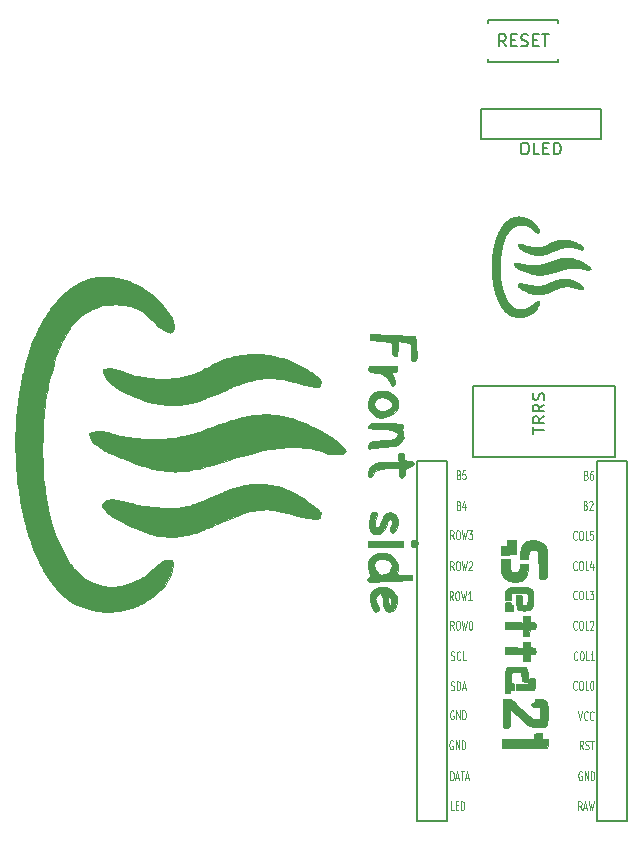
<source format=gbr>
G04 #@! TF.GenerationSoftware,KiCad,Pcbnew,(5.1.5)-3*
G04 #@! TF.CreationDate,2021-03-06T01:33:25+09:00*
G04 #@! TF.ProjectId,Setta21,53657474-6132-4312-9e6b-696361645f70,rev?*
G04 #@! TF.SameCoordinates,Original*
G04 #@! TF.FileFunction,Legend,Top*
G04 #@! TF.FilePolarity,Positive*
%FSLAX46Y46*%
G04 Gerber Fmt 4.6, Leading zero omitted, Abs format (unit mm)*
G04 Created by KiCad (PCBNEW (5.1.5)-3) date 2021-03-06 01:33:25*
%MOMM*%
%LPD*%
G04 APERTURE LIST*
%ADD10C,0.150000*%
%ADD11C,0.010000*%
%ADD12C,0.125000*%
G04 APERTURE END LIST*
D10*
X188983600Y-125798000D02*
X186443600Y-125798000D01*
X186443600Y-125798000D02*
X186443600Y-95318000D01*
X186443600Y-95318000D02*
X188983600Y-95318000D01*
X188983600Y-95318000D02*
X188983600Y-125798000D01*
X173763600Y-125798000D02*
X171223600Y-125798000D01*
X171223600Y-125798000D02*
X171223600Y-95318000D01*
X171223600Y-95318000D02*
X173763600Y-95318000D01*
X173763600Y-95318000D02*
X173763600Y-125798000D01*
X176000000Y-89000000D02*
X188000000Y-89000000D01*
X176000000Y-95000000D02*
X176000000Y-89000000D01*
X188000000Y-95000000D02*
X176000000Y-95000000D01*
X188000000Y-89000000D02*
X188000000Y-95000000D01*
X186770000Y-65530000D02*
X186770000Y-68070000D01*
X176610000Y-68070000D02*
X176610000Y-65530000D01*
X186770000Y-68070000D02*
X176610000Y-68070000D01*
X186770000Y-65530000D02*
X176610000Y-65530000D01*
X183200000Y-58000000D02*
X183200000Y-58250000D01*
X177200000Y-58000000D02*
X183200000Y-58000000D01*
X177200000Y-58000000D02*
X177200000Y-58250000D01*
X177200000Y-61500000D02*
X177200000Y-61250000D01*
X183200000Y-61500000D02*
X183200000Y-61250000D01*
X177200000Y-61500000D02*
X183200000Y-61500000D01*
D11*
G36*
X163043071Y-88791499D02*
G01*
X162994521Y-88932353D01*
X162922670Y-89036857D01*
X162832962Y-89084577D01*
X162800173Y-89084353D01*
X162542105Y-89045165D01*
X162311565Y-89005094D01*
X162120804Y-88966736D01*
X161982075Y-88932684D01*
X161907630Y-88905532D01*
X161898960Y-88893559D01*
X161889040Y-88873129D01*
X161857543Y-88880524D01*
X161795685Y-88877815D01*
X161669056Y-88853635D01*
X161493729Y-88811660D01*
X161285779Y-88755567D01*
X161188594Y-88727509D01*
X160789701Y-88612274D01*
X160454304Y-88521378D01*
X160165815Y-88451690D01*
X159907643Y-88400079D01*
X159663199Y-88363413D01*
X159415895Y-88338561D01*
X159149139Y-88322391D01*
X159013586Y-88316945D01*
X158623245Y-88309233D01*
X158286535Y-88318459D01*
X157973535Y-88347867D01*
X157654326Y-88400699D01*
X157298988Y-88480198D01*
X157141223Y-88519884D01*
X156948712Y-88566231D01*
X156784869Y-88599683D01*
X156667685Y-88616966D01*
X156616098Y-88615507D01*
X156591522Y-88613859D01*
X156605246Y-88643127D01*
X156612533Y-88680344D01*
X156554123Y-88676241D01*
X156544100Y-88673703D01*
X156481407Y-88664059D01*
X156475269Y-88675379D01*
X156452026Y-88701090D01*
X156367098Y-88745623D01*
X156239360Y-88801751D01*
X156087688Y-88862251D01*
X155930957Y-88919895D01*
X155788043Y-88967458D01*
X155677821Y-88997714D01*
X155619166Y-89003438D01*
X155618718Y-89003279D01*
X155581210Y-89002897D01*
X155584482Y-89016418D01*
X155553875Y-89042547D01*
X155455089Y-89095250D01*
X155298703Y-89170031D01*
X155095295Y-89262389D01*
X154855445Y-89367827D01*
X154589732Y-89481847D01*
X154308734Y-89599951D01*
X154023031Y-89717639D01*
X153743202Y-89830414D01*
X153479826Y-89933778D01*
X153243482Y-90023231D01*
X153070334Y-90085460D01*
X152748283Y-90193163D01*
X152447245Y-90286121D01*
X152178499Y-90361403D01*
X151953323Y-90416073D01*
X151782997Y-90447199D01*
X151678799Y-90451848D01*
X151668984Y-90449930D01*
X151613895Y-90449003D01*
X151615553Y-90472587D01*
X151600290Y-90499448D01*
X151509734Y-90500590D01*
X151491581Y-90498653D01*
X151398370Y-90494338D01*
X151358034Y-90505885D01*
X151358946Y-90510702D01*
X151332118Y-90531181D01*
X151234576Y-90549479D01*
X151080256Y-90564846D01*
X150883099Y-90576533D01*
X150657044Y-90583791D01*
X150416029Y-90585871D01*
X150173993Y-90582023D01*
X150088213Y-90578999D01*
X149476791Y-90522695D01*
X148842235Y-90401851D01*
X148172447Y-90214112D01*
X148110393Y-90193975D01*
X147836277Y-90100081D01*
X147581074Y-90005209D01*
X147355679Y-89914132D01*
X147170986Y-89831623D01*
X147037887Y-89762456D01*
X146967279Y-89711405D01*
X146960187Y-89689975D01*
X146960469Y-89666394D01*
X146936181Y-89677583D01*
X146878737Y-89672084D01*
X146762215Y-89631735D01*
X146601150Y-89563520D01*
X146410076Y-89474418D01*
X146203526Y-89371413D01*
X145996036Y-89261485D01*
X145802139Y-89151616D01*
X145662000Y-89065511D01*
X145447927Y-88921179D01*
X145306166Y-88810287D01*
X145232840Y-88729347D01*
X145224074Y-88674870D01*
X145225346Y-88672639D01*
X145224401Y-88649594D01*
X145207484Y-88657275D01*
X145144768Y-88650463D01*
X145059900Y-88580040D01*
X144962273Y-88460964D01*
X144861283Y-88308195D01*
X144766326Y-88136690D01*
X144686796Y-87961409D01*
X144632088Y-87797309D01*
X144615682Y-87715028D01*
X144606423Y-87617089D01*
X144625966Y-87563657D01*
X144693751Y-87531040D01*
X144787007Y-87506219D01*
X145044849Y-87461595D01*
X145310569Y-87459452D01*
X145598066Y-87502079D01*
X145921239Y-87591767D01*
X146293986Y-87730807D01*
X146388586Y-87770175D01*
X146676419Y-87888932D01*
X146912357Y-87977959D01*
X147120539Y-88044770D01*
X147325103Y-88096883D01*
X147550188Y-88141812D01*
X147623631Y-88154723D01*
X148558797Y-88281026D01*
X149486309Y-88334988D01*
X150107000Y-88332180D01*
X150569178Y-88312566D01*
X150967012Y-88279230D01*
X151320269Y-88228141D01*
X151648716Y-88155272D01*
X151972119Y-88056592D01*
X152310245Y-87928073D01*
X152513016Y-87841732D01*
X152662844Y-87782020D01*
X152785429Y-87744246D01*
X152858680Y-87734935D01*
X152866124Y-87737441D01*
X152895203Y-87742276D01*
X152889152Y-87726744D01*
X152911901Y-87690513D01*
X152993505Y-87630196D01*
X153115277Y-87555701D01*
X153258529Y-87476937D01*
X153404575Y-87403812D01*
X153534726Y-87346233D01*
X153630296Y-87314109D01*
X153669053Y-87313240D01*
X153699145Y-87318891D01*
X153692619Y-87302009D01*
X153714260Y-87264411D01*
X153794425Y-87204123D01*
X153913655Y-87131430D01*
X154052492Y-87056611D01*
X154191477Y-86989950D01*
X154311150Y-86941728D01*
X154392053Y-86922228D01*
X154407742Y-86924142D01*
X154450713Y-86927254D01*
X154448195Y-86910614D01*
X154471490Y-86876396D01*
X154562551Y-86826715D01*
X154706898Y-86766206D01*
X154890050Y-86699501D01*
X155097526Y-86631235D01*
X155314845Y-86566042D01*
X155527527Y-86508556D01*
X155721091Y-86463409D01*
X155881057Y-86435238D01*
X155955106Y-86428401D01*
X156067000Y-86418787D01*
X156130168Y-86403238D01*
X156135879Y-86394178D01*
X156167452Y-86377602D01*
X156265296Y-86355358D01*
X156411539Y-86331160D01*
X156492474Y-86320095D01*
X156691279Y-86300281D01*
X156925867Y-86286017D01*
X157183716Y-86277071D01*
X157452300Y-86273211D01*
X157719097Y-86274205D01*
X157971583Y-86279822D01*
X158197233Y-86289831D01*
X158383525Y-86303999D01*
X158517934Y-86322095D01*
X158587937Y-86343887D01*
X158593621Y-86358962D01*
X158610091Y-86376211D01*
X158656333Y-86369789D01*
X158749152Y-86368024D01*
X158906904Y-86389215D01*
X159114116Y-86429785D01*
X159355320Y-86486161D01*
X159615044Y-86554766D01*
X159877817Y-86632026D01*
X160089647Y-86701018D01*
X160345867Y-86795052D01*
X160618259Y-86905806D01*
X160896554Y-87027968D01*
X161170483Y-87156230D01*
X161429776Y-87285281D01*
X161664164Y-87409812D01*
X161863378Y-87524511D01*
X162017149Y-87624070D01*
X162115207Y-87703178D01*
X162147284Y-87756526D01*
X162144833Y-87763709D01*
X162143140Y-87789361D01*
X162164264Y-87779948D01*
X162227516Y-87778356D01*
X162308311Y-87815152D01*
X162376438Y-87870350D01*
X162401685Y-87923967D01*
X162397929Y-87934505D01*
X162397710Y-87958514D01*
X162418602Y-87949072D01*
X162474488Y-87957928D01*
X162573271Y-88009478D01*
X162695020Y-88089664D01*
X162819801Y-88184429D01*
X162927681Y-88279716D01*
X162994464Y-88355178D01*
X163048487Y-88482478D01*
X163062874Y-88634730D01*
X163043071Y-88791499D01*
G37*
X163043071Y-88791499D02*
X162994521Y-88932353D01*
X162922670Y-89036857D01*
X162832962Y-89084577D01*
X162800173Y-89084353D01*
X162542105Y-89045165D01*
X162311565Y-89005094D01*
X162120804Y-88966736D01*
X161982075Y-88932684D01*
X161907630Y-88905532D01*
X161898960Y-88893559D01*
X161889040Y-88873129D01*
X161857543Y-88880524D01*
X161795685Y-88877815D01*
X161669056Y-88853635D01*
X161493729Y-88811660D01*
X161285779Y-88755567D01*
X161188594Y-88727509D01*
X160789701Y-88612274D01*
X160454304Y-88521378D01*
X160165815Y-88451690D01*
X159907643Y-88400079D01*
X159663199Y-88363413D01*
X159415895Y-88338561D01*
X159149139Y-88322391D01*
X159013586Y-88316945D01*
X158623245Y-88309233D01*
X158286535Y-88318459D01*
X157973535Y-88347867D01*
X157654326Y-88400699D01*
X157298988Y-88480198D01*
X157141223Y-88519884D01*
X156948712Y-88566231D01*
X156784869Y-88599683D01*
X156667685Y-88616966D01*
X156616098Y-88615507D01*
X156591522Y-88613859D01*
X156605246Y-88643127D01*
X156612533Y-88680344D01*
X156554123Y-88676241D01*
X156544100Y-88673703D01*
X156481407Y-88664059D01*
X156475269Y-88675379D01*
X156452026Y-88701090D01*
X156367098Y-88745623D01*
X156239360Y-88801751D01*
X156087688Y-88862251D01*
X155930957Y-88919895D01*
X155788043Y-88967458D01*
X155677821Y-88997714D01*
X155619166Y-89003438D01*
X155618718Y-89003279D01*
X155581210Y-89002897D01*
X155584482Y-89016418D01*
X155553875Y-89042547D01*
X155455089Y-89095250D01*
X155298703Y-89170031D01*
X155095295Y-89262389D01*
X154855445Y-89367827D01*
X154589732Y-89481847D01*
X154308734Y-89599951D01*
X154023031Y-89717639D01*
X153743202Y-89830414D01*
X153479826Y-89933778D01*
X153243482Y-90023231D01*
X153070334Y-90085460D01*
X152748283Y-90193163D01*
X152447245Y-90286121D01*
X152178499Y-90361403D01*
X151953323Y-90416073D01*
X151782997Y-90447199D01*
X151678799Y-90451848D01*
X151668984Y-90449930D01*
X151613895Y-90449003D01*
X151615553Y-90472587D01*
X151600290Y-90499448D01*
X151509734Y-90500590D01*
X151491581Y-90498653D01*
X151398370Y-90494338D01*
X151358034Y-90505885D01*
X151358946Y-90510702D01*
X151332118Y-90531181D01*
X151234576Y-90549479D01*
X151080256Y-90564846D01*
X150883099Y-90576533D01*
X150657044Y-90583791D01*
X150416029Y-90585871D01*
X150173993Y-90582023D01*
X150088213Y-90578999D01*
X149476791Y-90522695D01*
X148842235Y-90401851D01*
X148172447Y-90214112D01*
X148110393Y-90193975D01*
X147836277Y-90100081D01*
X147581074Y-90005209D01*
X147355679Y-89914132D01*
X147170986Y-89831623D01*
X147037887Y-89762456D01*
X146967279Y-89711405D01*
X146960187Y-89689975D01*
X146960469Y-89666394D01*
X146936181Y-89677583D01*
X146878737Y-89672084D01*
X146762215Y-89631735D01*
X146601150Y-89563520D01*
X146410076Y-89474418D01*
X146203526Y-89371413D01*
X145996036Y-89261485D01*
X145802139Y-89151616D01*
X145662000Y-89065511D01*
X145447927Y-88921179D01*
X145306166Y-88810287D01*
X145232840Y-88729347D01*
X145224074Y-88674870D01*
X145225346Y-88672639D01*
X145224401Y-88649594D01*
X145207484Y-88657275D01*
X145144768Y-88650463D01*
X145059900Y-88580040D01*
X144962273Y-88460964D01*
X144861283Y-88308195D01*
X144766326Y-88136690D01*
X144686796Y-87961409D01*
X144632088Y-87797309D01*
X144615682Y-87715028D01*
X144606423Y-87617089D01*
X144625966Y-87563657D01*
X144693751Y-87531040D01*
X144787007Y-87506219D01*
X145044849Y-87461595D01*
X145310569Y-87459452D01*
X145598066Y-87502079D01*
X145921239Y-87591767D01*
X146293986Y-87730807D01*
X146388586Y-87770175D01*
X146676419Y-87888932D01*
X146912357Y-87977959D01*
X147120539Y-88044770D01*
X147325103Y-88096883D01*
X147550188Y-88141812D01*
X147623631Y-88154723D01*
X148558797Y-88281026D01*
X149486309Y-88334988D01*
X150107000Y-88332180D01*
X150569178Y-88312566D01*
X150967012Y-88279230D01*
X151320269Y-88228141D01*
X151648716Y-88155272D01*
X151972119Y-88056592D01*
X152310245Y-87928073D01*
X152513016Y-87841732D01*
X152662844Y-87782020D01*
X152785429Y-87744246D01*
X152858680Y-87734935D01*
X152866124Y-87737441D01*
X152895203Y-87742276D01*
X152889152Y-87726744D01*
X152911901Y-87690513D01*
X152993505Y-87630196D01*
X153115277Y-87555701D01*
X153258529Y-87476937D01*
X153404575Y-87403812D01*
X153534726Y-87346233D01*
X153630296Y-87314109D01*
X153669053Y-87313240D01*
X153699145Y-87318891D01*
X153692619Y-87302009D01*
X153714260Y-87264411D01*
X153794425Y-87204123D01*
X153913655Y-87131430D01*
X154052492Y-87056611D01*
X154191477Y-86989950D01*
X154311150Y-86941728D01*
X154392053Y-86922228D01*
X154407742Y-86924142D01*
X154450713Y-86927254D01*
X154448195Y-86910614D01*
X154471490Y-86876396D01*
X154562551Y-86826715D01*
X154706898Y-86766206D01*
X154890050Y-86699501D01*
X155097526Y-86631235D01*
X155314845Y-86566042D01*
X155527527Y-86508556D01*
X155721091Y-86463409D01*
X155881057Y-86435238D01*
X155955106Y-86428401D01*
X156067000Y-86418787D01*
X156130168Y-86403238D01*
X156135879Y-86394178D01*
X156167452Y-86377602D01*
X156265296Y-86355358D01*
X156411539Y-86331160D01*
X156492474Y-86320095D01*
X156691279Y-86300281D01*
X156925867Y-86286017D01*
X157183716Y-86277071D01*
X157452300Y-86273211D01*
X157719097Y-86274205D01*
X157971583Y-86279822D01*
X158197233Y-86289831D01*
X158383525Y-86303999D01*
X158517934Y-86322095D01*
X158587937Y-86343887D01*
X158593621Y-86358962D01*
X158610091Y-86376211D01*
X158656333Y-86369789D01*
X158749152Y-86368024D01*
X158906904Y-86389215D01*
X159114116Y-86429785D01*
X159355320Y-86486161D01*
X159615044Y-86554766D01*
X159877817Y-86632026D01*
X160089647Y-86701018D01*
X160345867Y-86795052D01*
X160618259Y-86905806D01*
X160896554Y-87027968D01*
X161170483Y-87156230D01*
X161429776Y-87285281D01*
X161664164Y-87409812D01*
X161863378Y-87524511D01*
X162017149Y-87624070D01*
X162115207Y-87703178D01*
X162147284Y-87756526D01*
X162144833Y-87763709D01*
X162143140Y-87789361D01*
X162164264Y-87779948D01*
X162227516Y-87778356D01*
X162308311Y-87815152D01*
X162376438Y-87870350D01*
X162401685Y-87923967D01*
X162397929Y-87934505D01*
X162397710Y-87958514D01*
X162418602Y-87949072D01*
X162474488Y-87957928D01*
X162573271Y-88009478D01*
X162695020Y-88089664D01*
X162819801Y-88184429D01*
X162927681Y-88279716D01*
X162994464Y-88355178D01*
X163048487Y-88482478D01*
X163062874Y-88634730D01*
X163043071Y-88791499D01*
G36*
X163049606Y-99874833D02*
G01*
X163031569Y-100013468D01*
X163011102Y-100118686D01*
X162998173Y-100156578D01*
X162939551Y-100182285D01*
X162814265Y-100196427D01*
X162639442Y-100199580D01*
X162432209Y-100192324D01*
X162209694Y-100175238D01*
X161989024Y-100148899D01*
X161797650Y-100116031D01*
X161616050Y-100075168D01*
X161377316Y-100016283D01*
X161105445Y-99945570D01*
X160824436Y-99869218D01*
X160648000Y-99819428D01*
X160188352Y-99693125D01*
X159772427Y-99590195D01*
X159408505Y-99512368D01*
X159104866Y-99461373D01*
X158869788Y-99438942D01*
X158823020Y-99438000D01*
X158706751Y-99432271D01*
X158638956Y-99417591D01*
X158631103Y-99405478D01*
X158600486Y-99396777D01*
X158502173Y-99397631D01*
X158352408Y-99406518D01*
X158167433Y-99421914D01*
X157963492Y-99442294D01*
X157756827Y-99466134D01*
X157563681Y-99491911D01*
X157400297Y-99518101D01*
X157369605Y-99523835D01*
X157111791Y-99578642D01*
X156850975Y-99645085D01*
X156577103Y-99726790D01*
X156280125Y-99827384D01*
X155949988Y-99950490D01*
X155576642Y-100099734D01*
X155150035Y-100278742D01*
X154660114Y-100491138D01*
X154534690Y-100546297D01*
X154243263Y-100673192D01*
X153975399Y-100786853D01*
X153741249Y-100883207D01*
X153550966Y-100958181D01*
X153414706Y-101007702D01*
X153342620Y-101027697D01*
X153335267Y-101027431D01*
X153297067Y-101027220D01*
X153300988Y-101043141D01*
X153275617Y-101074219D01*
X153184122Y-101122289D01*
X153042088Y-101182146D01*
X152865094Y-101248583D01*
X152668725Y-101316394D01*
X152468561Y-101380373D01*
X152280185Y-101435313D01*
X152119178Y-101476009D01*
X152001124Y-101497255D01*
X151945711Y-101495954D01*
X151901924Y-101492348D01*
X151904148Y-101509067D01*
X151884557Y-101538178D01*
X151809437Y-101564253D01*
X151707900Y-101582183D01*
X151609060Y-101586856D01*
X151542028Y-101573163D01*
X151541347Y-101572751D01*
X151510456Y-101566205D01*
X151518561Y-101586310D01*
X151496875Y-101613366D01*
X151415541Y-101638968D01*
X151299554Y-101659724D01*
X151173909Y-101672238D01*
X151063601Y-101673117D01*
X150993628Y-101658965D01*
X150991718Y-101657853D01*
X150960744Y-101650323D01*
X150974261Y-101680739D01*
X150949985Y-101702234D01*
X150854621Y-101716347D01*
X150701379Y-101723596D01*
X150503469Y-101724496D01*
X150274099Y-101719566D01*
X150026480Y-101709320D01*
X149773821Y-101694276D01*
X149529332Y-101674949D01*
X149306223Y-101651857D01*
X149117702Y-101625517D01*
X149006334Y-101603794D01*
X148633026Y-101501622D01*
X148215634Y-101361743D01*
X147768298Y-101190860D01*
X147305155Y-100995677D01*
X146840344Y-100782895D01*
X146388005Y-100559217D01*
X145962275Y-100331347D01*
X145577293Y-100105988D01*
X145247198Y-99889841D01*
X145008407Y-99708460D01*
X144796446Y-99502730D01*
X144653887Y-99300604D01*
X144584168Y-99108998D01*
X144590726Y-98934830D01*
X144604390Y-98895530D01*
X144652843Y-98829298D01*
X144694517Y-98827988D01*
X144724329Y-98833408D01*
X144717040Y-98815198D01*
X144720016Y-98753111D01*
X144784592Y-98689628D01*
X144889129Y-98638847D01*
X145011991Y-98614872D01*
X145025032Y-98614484D01*
X145122084Y-98604646D01*
X145165516Y-98582513D01*
X145164309Y-98574054D01*
X145190404Y-98557996D01*
X145286707Y-98554290D01*
X145439606Y-98563376D01*
X145454281Y-98564707D01*
X145720684Y-98592016D01*
X145907687Y-98617449D01*
X146020507Y-98641972D01*
X146064363Y-98666550D01*
X146063339Y-98677339D01*
X146078826Y-98695691D01*
X146120628Y-98690107D01*
X146187033Y-98693791D01*
X146318622Y-98717399D01*
X146499203Y-98757468D01*
X146712588Y-98810537D01*
X146829770Y-98841749D01*
X147066750Y-98904515D01*
X147291675Y-98960883D01*
X147484190Y-99005975D01*
X147623937Y-99034914D01*
X147661275Y-99040981D01*
X147772667Y-99063411D01*
X147834410Y-99090323D01*
X147838993Y-99104469D01*
X147849210Y-99124140D01*
X147877606Y-99117288D01*
X147938181Y-99114878D01*
X148067391Y-99122988D01*
X148250046Y-99140229D01*
X148470956Y-99165212D01*
X148652388Y-99188164D01*
X149142492Y-99242189D01*
X149635794Y-99276580D01*
X150116529Y-99291313D01*
X150568932Y-99286364D01*
X150977237Y-99261708D01*
X151325678Y-99217321D01*
X151451734Y-99192486D01*
X151636530Y-99154867D01*
X151792966Y-99130023D01*
X151901290Y-99120687D01*
X151938567Y-99125190D01*
X151967391Y-99133238D01*
X151958027Y-99119174D01*
X151983603Y-99093986D01*
X152072828Y-99048697D01*
X152208926Y-98989670D01*
X152375122Y-98923268D01*
X152554640Y-98855853D01*
X152730705Y-98793789D01*
X152886540Y-98743438D01*
X153005370Y-98711163D01*
X153055708Y-98702834D01*
X153121560Y-98689240D01*
X153132075Y-98673153D01*
X153161907Y-98646920D01*
X153256826Y-98595768D01*
X153403040Y-98525545D01*
X153586757Y-98442098D01*
X153794183Y-98351274D01*
X154011527Y-98258921D01*
X154224996Y-98170886D01*
X154420799Y-98093015D01*
X154585142Y-98031157D01*
X154704234Y-97991159D01*
X154764282Y-97978867D01*
X154767447Y-97979836D01*
X154799560Y-97987535D01*
X154791558Y-97967214D01*
X154815808Y-97934340D01*
X154906268Y-97884618D01*
X155047417Y-97823305D01*
X155223734Y-97755655D01*
X155419698Y-97686925D01*
X155619788Y-97622371D01*
X155808484Y-97567248D01*
X155970264Y-97526812D01*
X156089608Y-97506319D01*
X156146136Y-97508522D01*
X156187358Y-97510799D01*
X156184448Y-97494897D01*
X156208934Y-97469298D01*
X156293794Y-97439784D01*
X156415171Y-97411002D01*
X156549205Y-97387598D01*
X156672039Y-97374219D01*
X156759814Y-97375512D01*
X156776238Y-97379642D01*
X156821438Y-97384631D01*
X156820187Y-97369092D01*
X156844405Y-97343414D01*
X156945416Y-97321140D01*
X157115388Y-97302920D01*
X157346492Y-97289404D01*
X157630898Y-97281242D01*
X157904972Y-97279000D01*
X158160631Y-97283145D01*
X158407759Y-97294617D01*
X158633209Y-97311973D01*
X158823835Y-97333768D01*
X158966489Y-97358561D01*
X159048026Y-97384907D01*
X159060569Y-97405888D01*
X159079931Y-97422620D01*
X159135865Y-97418255D01*
X159251314Y-97422726D01*
X159428807Y-97463387D01*
X159656394Y-97535274D01*
X159922127Y-97633424D01*
X160214057Y-97752872D01*
X160520236Y-97888656D01*
X160828714Y-98035811D01*
X161127542Y-98189375D01*
X161404773Y-98344383D01*
X161494444Y-98398030D01*
X161764822Y-98569900D01*
X162029565Y-98750833D01*
X162279768Y-98933497D01*
X162506525Y-99110561D01*
X162700929Y-99274691D01*
X162854074Y-99418556D01*
X162957054Y-99534824D01*
X163000962Y-99616161D01*
X162999923Y-99637451D01*
X163000659Y-99675171D01*
X163025754Y-99666454D01*
X163052110Y-99673496D01*
X163059084Y-99745789D01*
X163049606Y-99874833D01*
G37*
X163049606Y-99874833D02*
X163031569Y-100013468D01*
X163011102Y-100118686D01*
X162998173Y-100156578D01*
X162939551Y-100182285D01*
X162814265Y-100196427D01*
X162639442Y-100199580D01*
X162432209Y-100192324D01*
X162209694Y-100175238D01*
X161989024Y-100148899D01*
X161797650Y-100116031D01*
X161616050Y-100075168D01*
X161377316Y-100016283D01*
X161105445Y-99945570D01*
X160824436Y-99869218D01*
X160648000Y-99819428D01*
X160188352Y-99693125D01*
X159772427Y-99590195D01*
X159408505Y-99512368D01*
X159104866Y-99461373D01*
X158869788Y-99438942D01*
X158823020Y-99438000D01*
X158706751Y-99432271D01*
X158638956Y-99417591D01*
X158631103Y-99405478D01*
X158600486Y-99396777D01*
X158502173Y-99397631D01*
X158352408Y-99406518D01*
X158167433Y-99421914D01*
X157963492Y-99442294D01*
X157756827Y-99466134D01*
X157563681Y-99491911D01*
X157400297Y-99518101D01*
X157369605Y-99523835D01*
X157111791Y-99578642D01*
X156850975Y-99645085D01*
X156577103Y-99726790D01*
X156280125Y-99827384D01*
X155949988Y-99950490D01*
X155576642Y-100099734D01*
X155150035Y-100278742D01*
X154660114Y-100491138D01*
X154534690Y-100546297D01*
X154243263Y-100673192D01*
X153975399Y-100786853D01*
X153741249Y-100883207D01*
X153550966Y-100958181D01*
X153414706Y-101007702D01*
X153342620Y-101027697D01*
X153335267Y-101027431D01*
X153297067Y-101027220D01*
X153300988Y-101043141D01*
X153275617Y-101074219D01*
X153184122Y-101122289D01*
X153042088Y-101182146D01*
X152865094Y-101248583D01*
X152668725Y-101316394D01*
X152468561Y-101380373D01*
X152280185Y-101435313D01*
X152119178Y-101476009D01*
X152001124Y-101497255D01*
X151945711Y-101495954D01*
X151901924Y-101492348D01*
X151904148Y-101509067D01*
X151884557Y-101538178D01*
X151809437Y-101564253D01*
X151707900Y-101582183D01*
X151609060Y-101586856D01*
X151542028Y-101573163D01*
X151541347Y-101572751D01*
X151510456Y-101566205D01*
X151518561Y-101586310D01*
X151496875Y-101613366D01*
X151415541Y-101638968D01*
X151299554Y-101659724D01*
X151173909Y-101672238D01*
X151063601Y-101673117D01*
X150993628Y-101658965D01*
X150991718Y-101657853D01*
X150960744Y-101650323D01*
X150974261Y-101680739D01*
X150949985Y-101702234D01*
X150854621Y-101716347D01*
X150701379Y-101723596D01*
X150503469Y-101724496D01*
X150274099Y-101719566D01*
X150026480Y-101709320D01*
X149773821Y-101694276D01*
X149529332Y-101674949D01*
X149306223Y-101651857D01*
X149117702Y-101625517D01*
X149006334Y-101603794D01*
X148633026Y-101501622D01*
X148215634Y-101361743D01*
X147768298Y-101190860D01*
X147305155Y-100995677D01*
X146840344Y-100782895D01*
X146388005Y-100559217D01*
X145962275Y-100331347D01*
X145577293Y-100105988D01*
X145247198Y-99889841D01*
X145008407Y-99708460D01*
X144796446Y-99502730D01*
X144653887Y-99300604D01*
X144584168Y-99108998D01*
X144590726Y-98934830D01*
X144604390Y-98895530D01*
X144652843Y-98829298D01*
X144694517Y-98827988D01*
X144724329Y-98833408D01*
X144717040Y-98815198D01*
X144720016Y-98753111D01*
X144784592Y-98689628D01*
X144889129Y-98638847D01*
X145011991Y-98614872D01*
X145025032Y-98614484D01*
X145122084Y-98604646D01*
X145165516Y-98582513D01*
X145164309Y-98574054D01*
X145190404Y-98557996D01*
X145286707Y-98554290D01*
X145439606Y-98563376D01*
X145454281Y-98564707D01*
X145720684Y-98592016D01*
X145907687Y-98617449D01*
X146020507Y-98641972D01*
X146064363Y-98666550D01*
X146063339Y-98677339D01*
X146078826Y-98695691D01*
X146120628Y-98690107D01*
X146187033Y-98693791D01*
X146318622Y-98717399D01*
X146499203Y-98757468D01*
X146712588Y-98810537D01*
X146829770Y-98841749D01*
X147066750Y-98904515D01*
X147291675Y-98960883D01*
X147484190Y-99005975D01*
X147623937Y-99034914D01*
X147661275Y-99040981D01*
X147772667Y-99063411D01*
X147834410Y-99090323D01*
X147838993Y-99104469D01*
X147849210Y-99124140D01*
X147877606Y-99117288D01*
X147938181Y-99114878D01*
X148067391Y-99122988D01*
X148250046Y-99140229D01*
X148470956Y-99165212D01*
X148652388Y-99188164D01*
X149142492Y-99242189D01*
X149635794Y-99276580D01*
X150116529Y-99291313D01*
X150568932Y-99286364D01*
X150977237Y-99261708D01*
X151325678Y-99217321D01*
X151451734Y-99192486D01*
X151636530Y-99154867D01*
X151792966Y-99130023D01*
X151901290Y-99120687D01*
X151938567Y-99125190D01*
X151967391Y-99133238D01*
X151958027Y-99119174D01*
X151983603Y-99093986D01*
X152072828Y-99048697D01*
X152208926Y-98989670D01*
X152375122Y-98923268D01*
X152554640Y-98855853D01*
X152730705Y-98793789D01*
X152886540Y-98743438D01*
X153005370Y-98711163D01*
X153055708Y-98702834D01*
X153121560Y-98689240D01*
X153132075Y-98673153D01*
X153161907Y-98646920D01*
X153256826Y-98595768D01*
X153403040Y-98525545D01*
X153586757Y-98442098D01*
X153794183Y-98351274D01*
X154011527Y-98258921D01*
X154224996Y-98170886D01*
X154420799Y-98093015D01*
X154585142Y-98031157D01*
X154704234Y-97991159D01*
X154764282Y-97978867D01*
X154767447Y-97979836D01*
X154799560Y-97987535D01*
X154791558Y-97967214D01*
X154815808Y-97934340D01*
X154906268Y-97884618D01*
X155047417Y-97823305D01*
X155223734Y-97755655D01*
X155419698Y-97686925D01*
X155619788Y-97622371D01*
X155808484Y-97567248D01*
X155970264Y-97526812D01*
X156089608Y-97506319D01*
X156146136Y-97508522D01*
X156187358Y-97510799D01*
X156184448Y-97494897D01*
X156208934Y-97469298D01*
X156293794Y-97439784D01*
X156415171Y-97411002D01*
X156549205Y-97387598D01*
X156672039Y-97374219D01*
X156759814Y-97375512D01*
X156776238Y-97379642D01*
X156821438Y-97384631D01*
X156820187Y-97369092D01*
X156844405Y-97343414D01*
X156945416Y-97321140D01*
X157115388Y-97302920D01*
X157346492Y-97289404D01*
X157630898Y-97281242D01*
X157904972Y-97279000D01*
X158160631Y-97283145D01*
X158407759Y-97294617D01*
X158633209Y-97311973D01*
X158823835Y-97333768D01*
X158966489Y-97358561D01*
X159048026Y-97384907D01*
X159060569Y-97405888D01*
X159079931Y-97422620D01*
X159135865Y-97418255D01*
X159251314Y-97422726D01*
X159428807Y-97463387D01*
X159656394Y-97535274D01*
X159922127Y-97633424D01*
X160214057Y-97752872D01*
X160520236Y-97888656D01*
X160828714Y-98035811D01*
X161127542Y-98189375D01*
X161404773Y-98344383D01*
X161494444Y-98398030D01*
X161764822Y-98569900D01*
X162029565Y-98750833D01*
X162279768Y-98933497D01*
X162506525Y-99110561D01*
X162700929Y-99274691D01*
X162854074Y-99418556D01*
X162957054Y-99534824D01*
X163000962Y-99616161D01*
X162999923Y-99637451D01*
X163000659Y-99675171D01*
X163025754Y-99666454D01*
X163052110Y-99673496D01*
X163059084Y-99745789D01*
X163049606Y-99874833D01*
G36*
X165139488Y-94591202D02*
G01*
X165024258Y-94671315D01*
X164830941Y-94725419D01*
X164558499Y-94753851D01*
X164331000Y-94758704D01*
X164147805Y-94756369D01*
X164000979Y-94747704D01*
X163867315Y-94728152D01*
X163723605Y-94693156D01*
X163546641Y-94638159D01*
X163315000Y-94559224D01*
X163080855Y-94480494D01*
X162848293Y-94406470D01*
X162642020Y-94344756D01*
X162486743Y-94302956D01*
X162468334Y-94298636D01*
X162112331Y-94235378D01*
X161692132Y-94190257D01*
X161226293Y-94163505D01*
X160733371Y-94155356D01*
X160231920Y-94166044D01*
X159740497Y-94195801D01*
X159277658Y-94244860D01*
X159187500Y-94257394D01*
X158973280Y-94286905D01*
X158774964Y-94311319D01*
X158615846Y-94327942D01*
X158524793Y-94334029D01*
X158430986Y-94344599D01*
X158391611Y-94367320D01*
X158393223Y-94374271D01*
X158373793Y-94394412D01*
X158295596Y-94393844D01*
X158283671Y-94392233D01*
X158198893Y-94384252D01*
X158169411Y-94390805D01*
X158170576Y-94392353D01*
X158137824Y-94408277D01*
X158035008Y-94441100D01*
X157874247Y-94487349D01*
X157667655Y-94543552D01*
X157427349Y-94606237D01*
X157397668Y-94613815D01*
X157098765Y-94692668D01*
X156748631Y-94789404D01*
X156376534Y-94895669D01*
X156011743Y-95003110D01*
X155695000Y-95099787D01*
X155033293Y-95304646D01*
X154444750Y-95482956D01*
X153922680Y-95636301D01*
X153460392Y-95766269D01*
X153051196Y-95874444D01*
X152688400Y-95962413D01*
X152365315Y-96031761D01*
X152075248Y-96084076D01*
X151811509Y-96120942D01*
X151567408Y-96143947D01*
X151336253Y-96154675D01*
X151239568Y-96155907D01*
X151064306Y-96159467D01*
X150925988Y-96168032D01*
X150842775Y-96180150D01*
X150826818Y-96188917D01*
X150790338Y-96212598D01*
X150718335Y-96220667D01*
X150645466Y-96209850D01*
X150630699Y-96187180D01*
X150608417Y-96169527D01*
X150527028Y-96168594D01*
X150504320Y-96170864D01*
X150389608Y-96176471D01*
X150239507Y-96173434D01*
X150074152Y-96163596D01*
X149913679Y-96148801D01*
X149778224Y-96130892D01*
X149687924Y-96111712D01*
X149662417Y-96093802D01*
X149647337Y-96074655D01*
X149602989Y-96080357D01*
X149523954Y-96082316D01*
X149389088Y-96066643D01*
X149214114Y-96037005D01*
X149014755Y-95997071D01*
X148806734Y-95950508D01*
X148605775Y-95900984D01*
X148427601Y-95852168D01*
X148287935Y-95807727D01*
X148202499Y-95771328D01*
X148184291Y-95749405D01*
X148173503Y-95730418D01*
X148143708Y-95737693D01*
X148069026Y-95734639D01*
X147920082Y-95698146D01*
X147699935Y-95629272D01*
X147411644Y-95529074D01*
X147058267Y-95398610D01*
X146642864Y-95238937D01*
X146233500Y-95077131D01*
X145900287Y-94943864D01*
X145637635Y-94838242D01*
X145437460Y-94756557D01*
X145291675Y-94695105D01*
X145192193Y-94650180D01*
X145130928Y-94618075D01*
X145099794Y-94595087D01*
X145090705Y-94577508D01*
X145095573Y-94561632D01*
X145098369Y-94556935D01*
X145097120Y-94534814D01*
X145074856Y-94545087D01*
X145012442Y-94542996D01*
X144901529Y-94502694D01*
X144758320Y-94433885D01*
X144599014Y-94346274D01*
X144439813Y-94249566D01*
X144296918Y-94153465D01*
X144186529Y-94067676D01*
X144124847Y-94001904D01*
X144119445Y-93972775D01*
X144110057Y-93952041D01*
X144082954Y-93958447D01*
X144019849Y-93941612D01*
X143929825Y-93868525D01*
X143826663Y-93757174D01*
X143724147Y-93625547D01*
X143636060Y-93491633D01*
X143576185Y-93373420D01*
X143558306Y-93288897D01*
X143561084Y-93277350D01*
X143564951Y-93232681D01*
X143538180Y-93240588D01*
X143506591Y-93238415D01*
X143513551Y-93179228D01*
X143518130Y-93117949D01*
X143499053Y-93111606D01*
X143468365Y-93097019D01*
X143460667Y-93051666D01*
X143490018Y-92983776D01*
X143586246Y-92922245D01*
X143649571Y-92895859D01*
X143775640Y-92857954D01*
X143877049Y-92845134D01*
X143905770Y-92849540D01*
X143951450Y-92854546D01*
X143950178Y-92838333D01*
X143970104Y-92810079D01*
X144055142Y-92788110D01*
X144185878Y-92773884D01*
X144342895Y-92768860D01*
X144506778Y-92774496D01*
X144628055Y-92787405D01*
X144834812Y-92823626D01*
X145028546Y-92867536D01*
X145193753Y-92914433D01*
X145314926Y-92959615D01*
X145376558Y-92998382D01*
X145379484Y-93015226D01*
X145380094Y-93038485D01*
X145399835Y-93029546D01*
X145459055Y-93027995D01*
X145577984Y-93048356D01*
X145735730Y-93086612D01*
X145819126Y-93110158D01*
X146016726Y-93159940D01*
X146272395Y-93211993D01*
X146562975Y-93262806D01*
X146865310Y-93308869D01*
X147156242Y-93346671D01*
X147412612Y-93372701D01*
X147611264Y-93383448D01*
X147622416Y-93383537D01*
X147735831Y-93389805D01*
X147800210Y-93404921D01*
X147806234Y-93416083D01*
X147834377Y-93430315D01*
X147927105Y-93437383D01*
X148064531Y-93435801D01*
X148068319Y-93435640D01*
X148224754Y-93433597D01*
X148436663Y-93437260D01*
X148675104Y-93445865D01*
X148889917Y-93457296D01*
X149092256Y-93467622D01*
X149260029Y-93471680D01*
X149377434Y-93469426D01*
X149428666Y-93460811D01*
X149429667Y-93458906D01*
X149468604Y-93443743D01*
X149571871Y-93432411D01*
X149719150Y-93426901D01*
X149758861Y-93426667D01*
X150225718Y-93404133D01*
X150750418Y-93338013D01*
X151319598Y-93230526D01*
X151919894Y-93083891D01*
X152065602Y-93043547D01*
X152252916Y-92994203D01*
X152412052Y-92959142D01*
X152524491Y-92942012D01*
X152569560Y-92944299D01*
X152597412Y-92948998D01*
X152583422Y-92918539D01*
X152576134Y-92881322D01*
X152634545Y-92885425D01*
X152644568Y-92887963D01*
X152707639Y-92897936D01*
X152714366Y-92887255D01*
X152740929Y-92864222D01*
X152832325Y-92821161D01*
X152972709Y-92763722D01*
X153146234Y-92697557D01*
X153337055Y-92628315D01*
X153529327Y-92561647D01*
X153707204Y-92503204D01*
X153854840Y-92458635D01*
X153956389Y-92433592D01*
X153993283Y-92431199D01*
X154029755Y-92430268D01*
X154025625Y-92415183D01*
X154052541Y-92386992D01*
X154143052Y-92341479D01*
X154279415Y-92284830D01*
X154443887Y-92223233D01*
X154618726Y-92162876D01*
X154786189Y-92109946D01*
X154928533Y-92070631D01*
X155028017Y-92051117D01*
X155063750Y-92053151D01*
X155095212Y-92061258D01*
X155081088Y-92029539D01*
X155073827Y-91991915D01*
X155133007Y-91996573D01*
X155138106Y-91997883D01*
X155201345Y-92005120D01*
X155210437Y-91991006D01*
X155235796Y-91963175D01*
X155321120Y-91923737D01*
X155443784Y-91879715D01*
X155581164Y-91838135D01*
X155710632Y-91806021D01*
X155809565Y-91790398D01*
X155848324Y-91792954D01*
X155890357Y-91795485D01*
X155887511Y-91778919D01*
X155915276Y-91753422D01*
X156012953Y-91716982D01*
X156166984Y-91672828D01*
X156363807Y-91624194D01*
X156589865Y-91574308D01*
X156831597Y-91526402D01*
X157075444Y-91483707D01*
X157219000Y-91461665D01*
X157428614Y-91434918D01*
X157661425Y-91410918D01*
X157903464Y-91390422D01*
X158140762Y-91374185D01*
X158359350Y-91362966D01*
X158545260Y-91357520D01*
X158684520Y-91358604D01*
X158763163Y-91366974D01*
X158774776Y-91377402D01*
X158797765Y-91397237D01*
X158885094Y-91404164D01*
X158954941Y-91401414D01*
X159093032Y-91401282D01*
X159270995Y-91414943D01*
X159473272Y-91439523D01*
X159684305Y-91472149D01*
X159888536Y-91509949D01*
X160070407Y-91550049D01*
X160214362Y-91589578D01*
X160304843Y-91625661D01*
X160326748Y-91654738D01*
X160338074Y-91673068D01*
X160369131Y-91665396D01*
X160452435Y-91665953D01*
X160609910Y-91703306D01*
X160842011Y-91777603D01*
X161149191Y-91888987D01*
X161515834Y-92031216D01*
X161775582Y-92134850D01*
X161966215Y-92212671D01*
X162097546Y-92269503D01*
X162179389Y-92310170D01*
X162221557Y-92339496D01*
X162233865Y-92362302D01*
X162227632Y-92381064D01*
X162228630Y-92404044D01*
X162245629Y-92396322D01*
X162309520Y-92394029D01*
X162415263Y-92421615D01*
X162453253Y-92436065D01*
X162592255Y-92498848D01*
X162755145Y-92580904D01*
X162926104Y-92673115D01*
X163089314Y-92766366D01*
X163228957Y-92851543D01*
X163329214Y-92919528D01*
X163374267Y-92961207D01*
X163374740Y-92967084D01*
X163384943Y-92986491D01*
X163410838Y-92980145D01*
X163467319Y-92994343D01*
X163577459Y-93049928D01*
X163727012Y-93137720D01*
X163901731Y-93248539D01*
X164087368Y-93373203D01*
X164269677Y-93502532D01*
X164434410Y-93627346D01*
X164508297Y-93687333D01*
X164609891Y-93782329D01*
X164672992Y-93861071D01*
X164684334Y-93902850D01*
X164683051Y-93928396D01*
X164699306Y-93921345D01*
X164753094Y-93929117D01*
X164821324Y-93981379D01*
X164878305Y-94051087D01*
X164898347Y-94111198D01*
X164892304Y-94124511D01*
X164889705Y-94140924D01*
X164909225Y-94131840D01*
X164968479Y-94140805D01*
X165042223Y-94205322D01*
X165113052Y-94302511D01*
X165163566Y-94409493D01*
X165177667Y-94484747D01*
X165139488Y-94591202D01*
G37*
X165139488Y-94591202D02*
X165024258Y-94671315D01*
X164830941Y-94725419D01*
X164558499Y-94753851D01*
X164331000Y-94758704D01*
X164147805Y-94756369D01*
X164000979Y-94747704D01*
X163867315Y-94728152D01*
X163723605Y-94693156D01*
X163546641Y-94638159D01*
X163315000Y-94559224D01*
X163080855Y-94480494D01*
X162848293Y-94406470D01*
X162642020Y-94344756D01*
X162486743Y-94302956D01*
X162468334Y-94298636D01*
X162112331Y-94235378D01*
X161692132Y-94190257D01*
X161226293Y-94163505D01*
X160733371Y-94155356D01*
X160231920Y-94166044D01*
X159740497Y-94195801D01*
X159277658Y-94244860D01*
X159187500Y-94257394D01*
X158973280Y-94286905D01*
X158774964Y-94311319D01*
X158615846Y-94327942D01*
X158524793Y-94334029D01*
X158430986Y-94344599D01*
X158391611Y-94367320D01*
X158393223Y-94374271D01*
X158373793Y-94394412D01*
X158295596Y-94393844D01*
X158283671Y-94392233D01*
X158198893Y-94384252D01*
X158169411Y-94390805D01*
X158170576Y-94392353D01*
X158137824Y-94408277D01*
X158035008Y-94441100D01*
X157874247Y-94487349D01*
X157667655Y-94543552D01*
X157427349Y-94606237D01*
X157397668Y-94613815D01*
X157098765Y-94692668D01*
X156748631Y-94789404D01*
X156376534Y-94895669D01*
X156011743Y-95003110D01*
X155695000Y-95099787D01*
X155033293Y-95304646D01*
X154444750Y-95482956D01*
X153922680Y-95636301D01*
X153460392Y-95766269D01*
X153051196Y-95874444D01*
X152688400Y-95962413D01*
X152365315Y-96031761D01*
X152075248Y-96084076D01*
X151811509Y-96120942D01*
X151567408Y-96143947D01*
X151336253Y-96154675D01*
X151239568Y-96155907D01*
X151064306Y-96159467D01*
X150925988Y-96168032D01*
X150842775Y-96180150D01*
X150826818Y-96188917D01*
X150790338Y-96212598D01*
X150718335Y-96220667D01*
X150645466Y-96209850D01*
X150630699Y-96187180D01*
X150608417Y-96169527D01*
X150527028Y-96168594D01*
X150504320Y-96170864D01*
X150389608Y-96176471D01*
X150239507Y-96173434D01*
X150074152Y-96163596D01*
X149913679Y-96148801D01*
X149778224Y-96130892D01*
X149687924Y-96111712D01*
X149662417Y-96093802D01*
X149647337Y-96074655D01*
X149602989Y-96080357D01*
X149523954Y-96082316D01*
X149389088Y-96066643D01*
X149214114Y-96037005D01*
X149014755Y-95997071D01*
X148806734Y-95950508D01*
X148605775Y-95900984D01*
X148427601Y-95852168D01*
X148287935Y-95807727D01*
X148202499Y-95771328D01*
X148184291Y-95749405D01*
X148173503Y-95730418D01*
X148143708Y-95737693D01*
X148069026Y-95734639D01*
X147920082Y-95698146D01*
X147699935Y-95629272D01*
X147411644Y-95529074D01*
X147058267Y-95398610D01*
X146642864Y-95238937D01*
X146233500Y-95077131D01*
X145900287Y-94943864D01*
X145637635Y-94838242D01*
X145437460Y-94756557D01*
X145291675Y-94695105D01*
X145192193Y-94650180D01*
X145130928Y-94618075D01*
X145099794Y-94595087D01*
X145090705Y-94577508D01*
X145095573Y-94561632D01*
X145098369Y-94556935D01*
X145097120Y-94534814D01*
X145074856Y-94545087D01*
X145012442Y-94542996D01*
X144901529Y-94502694D01*
X144758320Y-94433885D01*
X144599014Y-94346274D01*
X144439813Y-94249566D01*
X144296918Y-94153465D01*
X144186529Y-94067676D01*
X144124847Y-94001904D01*
X144119445Y-93972775D01*
X144110057Y-93952041D01*
X144082954Y-93958447D01*
X144019849Y-93941612D01*
X143929825Y-93868525D01*
X143826663Y-93757174D01*
X143724147Y-93625547D01*
X143636060Y-93491633D01*
X143576185Y-93373420D01*
X143558306Y-93288897D01*
X143561084Y-93277350D01*
X143564951Y-93232681D01*
X143538180Y-93240588D01*
X143506591Y-93238415D01*
X143513551Y-93179228D01*
X143518130Y-93117949D01*
X143499053Y-93111606D01*
X143468365Y-93097019D01*
X143460667Y-93051666D01*
X143490018Y-92983776D01*
X143586246Y-92922245D01*
X143649571Y-92895859D01*
X143775640Y-92857954D01*
X143877049Y-92845134D01*
X143905770Y-92849540D01*
X143951450Y-92854546D01*
X143950178Y-92838333D01*
X143970104Y-92810079D01*
X144055142Y-92788110D01*
X144185878Y-92773884D01*
X144342895Y-92768860D01*
X144506778Y-92774496D01*
X144628055Y-92787405D01*
X144834812Y-92823626D01*
X145028546Y-92867536D01*
X145193753Y-92914433D01*
X145314926Y-92959615D01*
X145376558Y-92998382D01*
X145379484Y-93015226D01*
X145380094Y-93038485D01*
X145399835Y-93029546D01*
X145459055Y-93027995D01*
X145577984Y-93048356D01*
X145735730Y-93086612D01*
X145819126Y-93110158D01*
X146016726Y-93159940D01*
X146272395Y-93211993D01*
X146562975Y-93262806D01*
X146865310Y-93308869D01*
X147156242Y-93346671D01*
X147412612Y-93372701D01*
X147611264Y-93383448D01*
X147622416Y-93383537D01*
X147735831Y-93389805D01*
X147800210Y-93404921D01*
X147806234Y-93416083D01*
X147834377Y-93430315D01*
X147927105Y-93437383D01*
X148064531Y-93435801D01*
X148068319Y-93435640D01*
X148224754Y-93433597D01*
X148436663Y-93437260D01*
X148675104Y-93445865D01*
X148889917Y-93457296D01*
X149092256Y-93467622D01*
X149260029Y-93471680D01*
X149377434Y-93469426D01*
X149428666Y-93460811D01*
X149429667Y-93458906D01*
X149468604Y-93443743D01*
X149571871Y-93432411D01*
X149719150Y-93426901D01*
X149758861Y-93426667D01*
X150225718Y-93404133D01*
X150750418Y-93338013D01*
X151319598Y-93230526D01*
X151919894Y-93083891D01*
X152065602Y-93043547D01*
X152252916Y-92994203D01*
X152412052Y-92959142D01*
X152524491Y-92942012D01*
X152569560Y-92944299D01*
X152597412Y-92948998D01*
X152583422Y-92918539D01*
X152576134Y-92881322D01*
X152634545Y-92885425D01*
X152644568Y-92887963D01*
X152707639Y-92897936D01*
X152714366Y-92887255D01*
X152740929Y-92864222D01*
X152832325Y-92821161D01*
X152972709Y-92763722D01*
X153146234Y-92697557D01*
X153337055Y-92628315D01*
X153529327Y-92561647D01*
X153707204Y-92503204D01*
X153854840Y-92458635D01*
X153956389Y-92433592D01*
X153993283Y-92431199D01*
X154029755Y-92430268D01*
X154025625Y-92415183D01*
X154052541Y-92386992D01*
X154143052Y-92341479D01*
X154279415Y-92284830D01*
X154443887Y-92223233D01*
X154618726Y-92162876D01*
X154786189Y-92109946D01*
X154928533Y-92070631D01*
X155028017Y-92051117D01*
X155063750Y-92053151D01*
X155095212Y-92061258D01*
X155081088Y-92029539D01*
X155073827Y-91991915D01*
X155133007Y-91996573D01*
X155138106Y-91997883D01*
X155201345Y-92005120D01*
X155210437Y-91991006D01*
X155235796Y-91963175D01*
X155321120Y-91923737D01*
X155443784Y-91879715D01*
X155581164Y-91838135D01*
X155710632Y-91806021D01*
X155809565Y-91790398D01*
X155848324Y-91792954D01*
X155890357Y-91795485D01*
X155887511Y-91778919D01*
X155915276Y-91753422D01*
X156012953Y-91716982D01*
X156166984Y-91672828D01*
X156363807Y-91624194D01*
X156589865Y-91574308D01*
X156831597Y-91526402D01*
X157075444Y-91483707D01*
X157219000Y-91461665D01*
X157428614Y-91434918D01*
X157661425Y-91410918D01*
X157903464Y-91390422D01*
X158140762Y-91374185D01*
X158359350Y-91362966D01*
X158545260Y-91357520D01*
X158684520Y-91358604D01*
X158763163Y-91366974D01*
X158774776Y-91377402D01*
X158797765Y-91397237D01*
X158885094Y-91404164D01*
X158954941Y-91401414D01*
X159093032Y-91401282D01*
X159270995Y-91414943D01*
X159473272Y-91439523D01*
X159684305Y-91472149D01*
X159888536Y-91509949D01*
X160070407Y-91550049D01*
X160214362Y-91589578D01*
X160304843Y-91625661D01*
X160326748Y-91654738D01*
X160338074Y-91673068D01*
X160369131Y-91665396D01*
X160452435Y-91665953D01*
X160609910Y-91703306D01*
X160842011Y-91777603D01*
X161149191Y-91888987D01*
X161515834Y-92031216D01*
X161775582Y-92134850D01*
X161966215Y-92212671D01*
X162097546Y-92269503D01*
X162179389Y-92310170D01*
X162221557Y-92339496D01*
X162233865Y-92362302D01*
X162227632Y-92381064D01*
X162228630Y-92404044D01*
X162245629Y-92396322D01*
X162309520Y-92394029D01*
X162415263Y-92421615D01*
X162453253Y-92436065D01*
X162592255Y-92498848D01*
X162755145Y-92580904D01*
X162926104Y-92673115D01*
X163089314Y-92766366D01*
X163228957Y-92851543D01*
X163329214Y-92919528D01*
X163374267Y-92961207D01*
X163374740Y-92967084D01*
X163384943Y-92986491D01*
X163410838Y-92980145D01*
X163467319Y-92994343D01*
X163577459Y-93049928D01*
X163727012Y-93137720D01*
X163901731Y-93248539D01*
X164087368Y-93373203D01*
X164269677Y-93502532D01*
X164434410Y-93627346D01*
X164508297Y-93687333D01*
X164609891Y-93782329D01*
X164672992Y-93861071D01*
X164684334Y-93902850D01*
X164683051Y-93928396D01*
X164699306Y-93921345D01*
X164753094Y-93929117D01*
X164821324Y-93981379D01*
X164878305Y-94051087D01*
X164898347Y-94111198D01*
X164892304Y-94124511D01*
X164889705Y-94140924D01*
X164909225Y-94131840D01*
X164968479Y-94140805D01*
X165042223Y-94205322D01*
X165113052Y-94302511D01*
X165163566Y-94409493D01*
X165177667Y-94484747D01*
X165139488Y-94591202D01*
G36*
X150644051Y-84040863D02*
G01*
X150576153Y-84234666D01*
X150441787Y-84380474D01*
X150422769Y-84393527D01*
X150352714Y-84432406D01*
X150286960Y-84439973D01*
X150193347Y-84415629D01*
X150116733Y-84387822D01*
X149947717Y-84317140D01*
X149793331Y-84239680D01*
X149670008Y-84165248D01*
X149594179Y-84103653D01*
X149580024Y-84067457D01*
X149569852Y-84047304D01*
X149537432Y-84054950D01*
X149486969Y-84040104D01*
X149391995Y-83971376D01*
X149249446Y-83846126D01*
X149056262Y-83661714D01*
X148889650Y-83496395D01*
X148563562Y-83180722D01*
X148272652Y-82925726D01*
X148004351Y-82722165D01*
X147746089Y-82560796D01*
X147485298Y-82432376D01*
X147388400Y-82392441D01*
X147250797Y-82331641D01*
X147158984Y-82277640D01*
X147129358Y-82240259D01*
X147130357Y-82237954D01*
X147128869Y-82215605D01*
X147109703Y-82224327D01*
X147049718Y-82227121D01*
X146930491Y-82209409D01*
X146773940Y-82174810D01*
X146711579Y-82158623D01*
X146554979Y-82120195D01*
X146403571Y-82093326D01*
X146236394Y-82076048D01*
X146032486Y-82066391D01*
X145770884Y-82062385D01*
X145683167Y-82062005D01*
X145294485Y-82069212D01*
X144962724Y-82096402D01*
X144661499Y-82148456D01*
X144364421Y-82230256D01*
X144045103Y-82346685D01*
X143961819Y-82380491D01*
X143813329Y-82436144D01*
X143693244Y-82470907D01*
X143624002Y-82478500D01*
X143618705Y-82476519D01*
X143593657Y-82475534D01*
X143600572Y-82491298D01*
X143582433Y-82533889D01*
X143507237Y-82595491D01*
X143448362Y-82631161D01*
X143307053Y-82714655D01*
X143146179Y-82818053D01*
X143067162Y-82872133D01*
X142951736Y-82944907D01*
X142861176Y-82986434D01*
X142822696Y-82989664D01*
X142791621Y-82989442D01*
X142792868Y-83002245D01*
X142769753Y-83047044D01*
X142697775Y-83130396D01*
X142592049Y-83238340D01*
X142467689Y-83356913D01*
X142339811Y-83472155D01*
X142223528Y-83570103D01*
X142133955Y-83636795D01*
X142086206Y-83658271D01*
X142083948Y-83657096D01*
X142068644Y-83655667D01*
X142077470Y-83674441D01*
X142073935Y-83736251D01*
X142028868Y-83816562D01*
X141964613Y-83887339D01*
X141903511Y-83920546D01*
X141884403Y-83916696D01*
X141858899Y-83915371D01*
X141867605Y-83934999D01*
X141858747Y-83989247D01*
X141809954Y-84092697D01*
X141730848Y-84225901D01*
X141702059Y-84269623D01*
X141572637Y-84477552D01*
X141423840Y-84742297D01*
X141266848Y-85041711D01*
X141112841Y-85353650D01*
X140972999Y-85655967D01*
X140858502Y-85926518D01*
X140834791Y-85987537D01*
X140768758Y-86147659D01*
X140710125Y-86264880D01*
X140666840Y-86324290D01*
X140653465Y-86327674D01*
X140631259Y-86329281D01*
X140639439Y-86347192D01*
X140637105Y-86400987D01*
X140612914Y-86521324D01*
X140570326Y-86693954D01*
X140512804Y-86904628D01*
X140460460Y-87083983D01*
X140368827Y-87402427D01*
X140275814Y-87748732D01*
X140184255Y-88110180D01*
X140096979Y-88474049D01*
X140016821Y-88827619D01*
X139946611Y-89158171D01*
X139889182Y-89452985D01*
X139847365Y-89699340D01*
X139823992Y-89884516D01*
X139820000Y-89960650D01*
X139803425Y-90017520D01*
X139778152Y-90019133D01*
X139753713Y-90025804D01*
X139760197Y-90055535D01*
X139764241Y-90119758D01*
X139757783Y-90249283D01*
X139742177Y-90425579D01*
X139718776Y-90630116D01*
X139717544Y-90639817D01*
X139661750Y-91092758D01*
X139616543Y-91499522D01*
X139580888Y-91877742D01*
X139553752Y-92245050D01*
X139534100Y-92619076D01*
X139520896Y-93017453D01*
X139513108Y-93457813D01*
X139509700Y-93957787D01*
X139509327Y-94188667D01*
X139511882Y-94802520D01*
X139520801Y-95348285D01*
X139537086Y-95842369D01*
X139561738Y-96301182D01*
X139595762Y-96741131D01*
X139640159Y-97178624D01*
X139695931Y-97630071D01*
X139738241Y-97935167D01*
X139899140Y-98902068D01*
X140096773Y-99824265D01*
X140329188Y-100695810D01*
X140594431Y-101510762D01*
X140890550Y-102263174D01*
X141215592Y-102947102D01*
X141567605Y-103556601D01*
X141602764Y-103611007D01*
X141692153Y-103757296D01*
X141755617Y-103879562D01*
X141784073Y-103959353D01*
X141782827Y-103976846D01*
X141780513Y-104003588D01*
X141797051Y-103996630D01*
X141846944Y-104009684D01*
X141918866Y-104073716D01*
X141994507Y-104165268D01*
X142055558Y-104260878D01*
X142083710Y-104337087D01*
X142080326Y-104359604D01*
X142071221Y-104389607D01*
X142084295Y-104381223D01*
X142124391Y-104397881D01*
X142210089Y-104462672D01*
X142328003Y-104562994D01*
X142464748Y-104686242D01*
X142606939Y-104819815D01*
X142741190Y-104951107D01*
X142854117Y-105067517D01*
X142932333Y-105156441D01*
X142962454Y-105205275D01*
X142962202Y-105207841D01*
X142977266Y-105224999D01*
X142993596Y-105217368D01*
X143050099Y-105224275D01*
X143147799Y-105270960D01*
X143216895Y-105314427D01*
X143659496Y-105573159D01*
X144136194Y-105763501D01*
X144655404Y-105888116D01*
X145224068Y-105949591D01*
X145427772Y-105957994D01*
X145595034Y-105960728D01*
X145711000Y-105957873D01*
X145760818Y-105949507D01*
X145761320Y-105946750D01*
X145783182Y-105924543D01*
X145863190Y-105915007D01*
X145865741Y-105915000D01*
X146001218Y-105900577D01*
X146194919Y-105861122D01*
X146426183Y-105802355D01*
X146674350Y-105729996D01*
X146918760Y-105649764D01*
X147138751Y-105567380D01*
X147174178Y-105552757D01*
X147343632Y-105484208D01*
X147489218Y-105430082D01*
X147589600Y-105398091D01*
X147616809Y-105392766D01*
X147669555Y-105377342D01*
X147671951Y-105363237D01*
X147694460Y-105328401D01*
X147771692Y-105272936D01*
X147880436Y-105209296D01*
X147997478Y-105149933D01*
X148099605Y-105107302D01*
X148163604Y-105093854D01*
X148170138Y-105095971D01*
X148195276Y-105096623D01*
X148187841Y-105079671D01*
X148190723Y-105021808D01*
X148242973Y-104972231D01*
X148311203Y-104957103D01*
X148333687Y-104965396D01*
X148365053Y-104972307D01*
X148358021Y-104954041D01*
X148377703Y-104911304D01*
X148450229Y-104825166D01*
X148563749Y-104706844D01*
X148706415Y-104567555D01*
X148866375Y-104418516D01*
X149031781Y-104270943D01*
X149190782Y-104136055D01*
X149331530Y-104025067D01*
X149366167Y-103999720D01*
X149546996Y-103883476D01*
X149722645Y-103793649D01*
X149874373Y-103738179D01*
X149983439Y-103725007D01*
X150003280Y-103729786D01*
X150047051Y-103732791D01*
X150043201Y-103713182D01*
X150065202Y-103688216D01*
X150160104Y-103673874D01*
X150248140Y-103671333D01*
X150372240Y-103674826D01*
X150453316Y-103695197D01*
X150500482Y-103747282D01*
X150522852Y-103845918D01*
X150529541Y-104005942D01*
X150529831Y-104129879D01*
X150488477Y-104556026D01*
X150365146Y-104979783D01*
X150158952Y-105403492D01*
X149900827Y-105788000D01*
X149767226Y-105953644D01*
X149619178Y-106119902D01*
X149468613Y-106275369D01*
X149327465Y-106408643D01*
X149207664Y-106508322D01*
X149121144Y-106563003D01*
X149085106Y-106567523D01*
X149055000Y-106561814D01*
X149062295Y-106580135D01*
X149056761Y-106637760D01*
X149002564Y-106699786D01*
X148930154Y-106740467D01*
X148875461Y-106738106D01*
X148843404Y-106730484D01*
X148851160Y-106750329D01*
X148848278Y-106808192D01*
X148796028Y-106857768D01*
X148727798Y-106872897D01*
X148705314Y-106864603D01*
X148674081Y-106857755D01*
X148681929Y-106877495D01*
X148670974Y-106926957D01*
X148610806Y-106984477D01*
X148531745Y-107029068D01*
X148464107Y-107039742D01*
X148453756Y-107035446D01*
X148422379Y-107041109D01*
X148423202Y-107061002D01*
X148393789Y-107102644D01*
X148307048Y-107167874D01*
X148182917Y-107245654D01*
X148041330Y-107324948D01*
X147902225Y-107394720D01*
X147785536Y-107443933D01*
X147711200Y-107461550D01*
X147702385Y-107460045D01*
X147666475Y-107462534D01*
X147671117Y-107478555D01*
X147646768Y-107510025D01*
X147561997Y-107557826D01*
X147437473Y-107613953D01*
X147293867Y-107670399D01*
X147151849Y-107719157D01*
X147032089Y-107752221D01*
X146955258Y-107761584D01*
X146945766Y-107759518D01*
X146905150Y-107757632D01*
X146908262Y-107773506D01*
X146880575Y-107798820D01*
X146785049Y-107835235D01*
X146637152Y-107878734D01*
X146452352Y-107925305D01*
X146246116Y-107970931D01*
X146033913Y-108011598D01*
X145916000Y-108031054D01*
X145683330Y-108055573D01*
X145391717Y-108069427D01*
X145066169Y-108072940D01*
X144731692Y-108066435D01*
X144413295Y-108050235D01*
X144135984Y-108024665D01*
X144007877Y-108006360D01*
X143468113Y-107885930D01*
X142927968Y-107711144D01*
X142410503Y-107491281D01*
X141938775Y-107235621D01*
X141698775Y-107077134D01*
X141567766Y-106975756D01*
X141482075Y-106893170D01*
X141453985Y-106841502D01*
X141455558Y-106837071D01*
X141458106Y-106811283D01*
X141431003Y-106823723D01*
X141379089Y-106811431D01*
X141290423Y-106751481D01*
X141182537Y-106660611D01*
X141072963Y-106555557D01*
X140979237Y-106453055D01*
X140918889Y-106369843D01*
X140908042Y-106324513D01*
X140906970Y-106301888D01*
X140891582Y-106308978D01*
X140836982Y-106299049D01*
X140759279Y-106240415D01*
X140679884Y-106156394D01*
X140620205Y-106070304D01*
X140601651Y-106005463D01*
X140604949Y-105996783D01*
X140613465Y-105963834D01*
X140592258Y-105972160D01*
X140542025Y-105959343D01*
X140469879Y-105895632D01*
X140394279Y-105804558D01*
X140333681Y-105709649D01*
X140306544Y-105634436D01*
X140310412Y-105612877D01*
X140316291Y-105582560D01*
X140298940Y-105589297D01*
X140249999Y-105576813D01*
X140185663Y-105515255D01*
X140126651Y-105432126D01*
X140093678Y-105354932D01*
X140096376Y-105320377D01*
X140089763Y-105289070D01*
X140066564Y-105289534D01*
X140022076Y-105266127D01*
X140016103Y-105228743D01*
X139998613Y-105171843D01*
X139973770Y-105165243D01*
X139936226Y-105139093D01*
X139931638Y-105100539D01*
X139921494Y-105048551D01*
X139903916Y-105047631D01*
X139867285Y-105025172D01*
X139805633Y-104945332D01*
X139729864Y-104827393D01*
X139650882Y-104690643D01*
X139579588Y-104554365D01*
X139526887Y-104437845D01*
X139503682Y-104360368D01*
X139505760Y-104343392D01*
X139512012Y-104312848D01*
X139491344Y-104321313D01*
X139451804Y-104299229D01*
X139388031Y-104207644D01*
X139304247Y-104056803D01*
X139204671Y-103856948D01*
X139093526Y-103618322D01*
X138975030Y-103351168D01*
X138853406Y-103065729D01*
X138732874Y-102772247D01*
X138617654Y-102480966D01*
X138511967Y-102202128D01*
X138420035Y-101945976D01*
X138346077Y-101722753D01*
X138294314Y-101542702D01*
X138268968Y-101416066D01*
X138270824Y-101359351D01*
X138274594Y-101316301D01*
X138259377Y-101318305D01*
X138234440Y-101288573D01*
X138194075Y-101185229D01*
X138140849Y-101017389D01*
X138077331Y-100794174D01*
X138006089Y-100524701D01*
X137929691Y-100218089D01*
X137850704Y-99883457D01*
X137831159Y-99797833D01*
X137706382Y-99197524D01*
X137589230Y-98536707D01*
X137483175Y-97839436D01*
X137391688Y-97129769D01*
X137318243Y-96431761D01*
X137281241Y-95987833D01*
X137261438Y-95661145D01*
X137244934Y-95273915D01*
X137231960Y-94844738D01*
X137222745Y-94392210D01*
X137217516Y-93934927D01*
X137216504Y-93491483D01*
X137219937Y-93080473D01*
X137228044Y-92720495D01*
X137238059Y-92481585D01*
X137257751Y-92160718D01*
X137282339Y-91824336D01*
X137310706Y-91482563D01*
X137341734Y-91145520D01*
X137374306Y-90823331D01*
X137407306Y-90526119D01*
X137439616Y-90264005D01*
X137470118Y-90047114D01*
X137497697Y-89885567D01*
X137521234Y-89789488D01*
X137537630Y-89767076D01*
X137554044Y-89750219D01*
X137547899Y-89707576D01*
X137546020Y-89632354D01*
X137559442Y-89495017D01*
X137585559Y-89308763D01*
X137621764Y-89086787D01*
X137665450Y-88842287D01*
X137714010Y-88588460D01*
X137764839Y-88338502D01*
X137815328Y-88105610D01*
X137862871Y-87902982D01*
X137904862Y-87743813D01*
X137938693Y-87641301D01*
X137961758Y-87608643D01*
X137962431Y-87608983D01*
X137982310Y-87598970D01*
X137975665Y-87571375D01*
X137974020Y-87496049D01*
X137997560Y-87357706D01*
X138042673Y-87167091D01*
X138105750Y-86934949D01*
X138183181Y-86672026D01*
X138271355Y-86389065D01*
X138366663Y-86096813D01*
X138465493Y-85806014D01*
X138564236Y-85527413D01*
X138659281Y-85271754D01*
X138747019Y-85049784D01*
X138823839Y-84872247D01*
X138886131Y-84749887D01*
X138930285Y-84693451D01*
X138943018Y-84692261D01*
X138965668Y-84692006D01*
X138952868Y-84664801D01*
X138954996Y-84607812D01*
X138987339Y-84502683D01*
X139040404Y-84369803D01*
X139104695Y-84229561D01*
X139170720Y-84102346D01*
X139228985Y-84008548D01*
X139269995Y-83968557D01*
X139276632Y-83969471D01*
X139292906Y-83956309D01*
X139283155Y-83918087D01*
X139274914Y-83868819D01*
X139311347Y-83880096D01*
X139347404Y-83891824D01*
X139336476Y-83864687D01*
X139342214Y-83807538D01*
X139385676Y-83697195D01*
X139458411Y-83547933D01*
X139551968Y-83374028D01*
X139657896Y-83189756D01*
X139767745Y-83009395D01*
X139873064Y-82847218D01*
X139965402Y-82717504D01*
X140036308Y-82634527D01*
X140077332Y-82612565D01*
X140077582Y-82612714D01*
X140100689Y-82604334D01*
X140096106Y-82580949D01*
X140112005Y-82524668D01*
X140170367Y-82424977D01*
X140257231Y-82299854D01*
X140358633Y-82167276D01*
X140460613Y-82045221D01*
X140549207Y-81951666D01*
X140610453Y-81904589D01*
X140623053Y-81902465D01*
X140651653Y-81887294D01*
X140643948Y-81867154D01*
X140660094Y-81819517D01*
X140727029Y-81729397D01*
X140831602Y-81609811D01*
X140960663Y-81473775D01*
X141101060Y-81334307D01*
X141239644Y-81204422D01*
X141363264Y-81097137D01*
X141458769Y-81025470D01*
X141513008Y-81002436D01*
X141516314Y-81003675D01*
X141548978Y-81012123D01*
X141539137Y-80988168D01*
X141554831Y-80937995D01*
X141633736Y-80857504D01*
X141763357Y-80754282D01*
X141931196Y-80635916D01*
X142124757Y-80509995D01*
X142331544Y-80384104D01*
X142539061Y-80265831D01*
X142734812Y-80162763D01*
X142906299Y-80082488D01*
X143041027Y-80032592D01*
X143126499Y-80020663D01*
X143131055Y-80021634D01*
X143183871Y-80023530D01*
X143185874Y-80007604D01*
X143211326Y-79979267D01*
X143305150Y-79941509D01*
X143452091Y-79898129D01*
X143636893Y-79852927D01*
X143844300Y-79809702D01*
X144059056Y-79772253D01*
X144222667Y-79749399D01*
X144464193Y-79728955D01*
X144736703Y-79719428D01*
X144987761Y-79722442D01*
X145027000Y-79724464D01*
X145255728Y-79741749D01*
X145478896Y-79765062D01*
X145681764Y-79792098D01*
X145849590Y-79820556D01*
X145967632Y-79848131D01*
X146021149Y-79872522D01*
X146021903Y-79879888D01*
X146042780Y-79895139D01*
X146114073Y-79888913D01*
X146189608Y-79883018D01*
X146196957Y-79911884D01*
X146190918Y-79922736D01*
X146180122Y-79957799D01*
X146206826Y-79946904D01*
X146277082Y-79931282D01*
X146367483Y-79940711D01*
X146446944Y-79967255D01*
X146484383Y-80002978D01*
X146481329Y-80016985D01*
X146480001Y-80042390D01*
X146500179Y-80033412D01*
X146566446Y-80020117D01*
X146650824Y-80031403D01*
X146719950Y-80058567D01*
X146740462Y-80092910D01*
X146739009Y-80095697D01*
X146749046Y-80115853D01*
X146779524Y-80108629D01*
X146847934Y-80113459D01*
X146970149Y-80151457D01*
X147131990Y-80215545D01*
X147319279Y-80298642D01*
X147517837Y-80393671D01*
X147713485Y-80493551D01*
X147892045Y-80591204D01*
X148039337Y-80679550D01*
X148141183Y-80751510D01*
X148183405Y-80800006D01*
X148182277Y-80808998D01*
X148197027Y-80835584D01*
X148234206Y-80838304D01*
X148290544Y-80858738D01*
X148296202Y-80888563D01*
X148309823Y-80923171D01*
X148329836Y-80916650D01*
X148384977Y-80924575D01*
X148477703Y-80974222D01*
X148587395Y-81049753D01*
X148693430Y-81135331D01*
X148775189Y-81215116D01*
X148812049Y-81273271D01*
X148810419Y-81285762D01*
X148807390Y-81312127D01*
X148834117Y-81299948D01*
X148891590Y-81307231D01*
X148975174Y-81360102D01*
X149061551Y-81437153D01*
X149127402Y-81516975D01*
X149149410Y-81578159D01*
X149146312Y-81586582D01*
X149147092Y-81609665D01*
X149162648Y-81602546D01*
X149215094Y-81611945D01*
X149287873Y-81666251D01*
X149357314Y-81740865D01*
X149399745Y-81811189D01*
X149398510Y-81847639D01*
X149394892Y-81865019D01*
X149412204Y-81857040D01*
X149466149Y-81869245D01*
X149547765Y-81929199D01*
X149636186Y-82015302D01*
X149710549Y-82105958D01*
X149749989Y-82179566D01*
X149748881Y-82205561D01*
X149751036Y-82241187D01*
X149772330Y-82241132D01*
X149822659Y-82269015D01*
X149904626Y-82357636D01*
X150008928Y-82493619D01*
X150126263Y-82663591D01*
X150247330Y-82854179D01*
X150362827Y-83052008D01*
X150448058Y-83212649D01*
X150580091Y-83525737D01*
X150645393Y-83803181D01*
X150644051Y-84040863D01*
G37*
X150644051Y-84040863D02*
X150576153Y-84234666D01*
X150441787Y-84380474D01*
X150422769Y-84393527D01*
X150352714Y-84432406D01*
X150286960Y-84439973D01*
X150193347Y-84415629D01*
X150116733Y-84387822D01*
X149947717Y-84317140D01*
X149793331Y-84239680D01*
X149670008Y-84165248D01*
X149594179Y-84103653D01*
X149580024Y-84067457D01*
X149569852Y-84047304D01*
X149537432Y-84054950D01*
X149486969Y-84040104D01*
X149391995Y-83971376D01*
X149249446Y-83846126D01*
X149056262Y-83661714D01*
X148889650Y-83496395D01*
X148563562Y-83180722D01*
X148272652Y-82925726D01*
X148004351Y-82722165D01*
X147746089Y-82560796D01*
X147485298Y-82432376D01*
X147388400Y-82392441D01*
X147250797Y-82331641D01*
X147158984Y-82277640D01*
X147129358Y-82240259D01*
X147130357Y-82237954D01*
X147128869Y-82215605D01*
X147109703Y-82224327D01*
X147049718Y-82227121D01*
X146930491Y-82209409D01*
X146773940Y-82174810D01*
X146711579Y-82158623D01*
X146554979Y-82120195D01*
X146403571Y-82093326D01*
X146236394Y-82076048D01*
X146032486Y-82066391D01*
X145770884Y-82062385D01*
X145683167Y-82062005D01*
X145294485Y-82069212D01*
X144962724Y-82096402D01*
X144661499Y-82148456D01*
X144364421Y-82230256D01*
X144045103Y-82346685D01*
X143961819Y-82380491D01*
X143813329Y-82436144D01*
X143693244Y-82470907D01*
X143624002Y-82478500D01*
X143618705Y-82476519D01*
X143593657Y-82475534D01*
X143600572Y-82491298D01*
X143582433Y-82533889D01*
X143507237Y-82595491D01*
X143448362Y-82631161D01*
X143307053Y-82714655D01*
X143146179Y-82818053D01*
X143067162Y-82872133D01*
X142951736Y-82944907D01*
X142861176Y-82986434D01*
X142822696Y-82989664D01*
X142791621Y-82989442D01*
X142792868Y-83002245D01*
X142769753Y-83047044D01*
X142697775Y-83130396D01*
X142592049Y-83238340D01*
X142467689Y-83356913D01*
X142339811Y-83472155D01*
X142223528Y-83570103D01*
X142133955Y-83636795D01*
X142086206Y-83658271D01*
X142083948Y-83657096D01*
X142068644Y-83655667D01*
X142077470Y-83674441D01*
X142073935Y-83736251D01*
X142028868Y-83816562D01*
X141964613Y-83887339D01*
X141903511Y-83920546D01*
X141884403Y-83916696D01*
X141858899Y-83915371D01*
X141867605Y-83934999D01*
X141858747Y-83989247D01*
X141809954Y-84092697D01*
X141730848Y-84225901D01*
X141702059Y-84269623D01*
X141572637Y-84477552D01*
X141423840Y-84742297D01*
X141266848Y-85041711D01*
X141112841Y-85353650D01*
X140972999Y-85655967D01*
X140858502Y-85926518D01*
X140834791Y-85987537D01*
X140768758Y-86147659D01*
X140710125Y-86264880D01*
X140666840Y-86324290D01*
X140653465Y-86327674D01*
X140631259Y-86329281D01*
X140639439Y-86347192D01*
X140637105Y-86400987D01*
X140612914Y-86521324D01*
X140570326Y-86693954D01*
X140512804Y-86904628D01*
X140460460Y-87083983D01*
X140368827Y-87402427D01*
X140275814Y-87748732D01*
X140184255Y-88110180D01*
X140096979Y-88474049D01*
X140016821Y-88827619D01*
X139946611Y-89158171D01*
X139889182Y-89452985D01*
X139847365Y-89699340D01*
X139823992Y-89884516D01*
X139820000Y-89960650D01*
X139803425Y-90017520D01*
X139778152Y-90019133D01*
X139753713Y-90025804D01*
X139760197Y-90055535D01*
X139764241Y-90119758D01*
X139757783Y-90249283D01*
X139742177Y-90425579D01*
X139718776Y-90630116D01*
X139717544Y-90639817D01*
X139661750Y-91092758D01*
X139616543Y-91499522D01*
X139580888Y-91877742D01*
X139553752Y-92245050D01*
X139534100Y-92619076D01*
X139520896Y-93017453D01*
X139513108Y-93457813D01*
X139509700Y-93957787D01*
X139509327Y-94188667D01*
X139511882Y-94802520D01*
X139520801Y-95348285D01*
X139537086Y-95842369D01*
X139561738Y-96301182D01*
X139595762Y-96741131D01*
X139640159Y-97178624D01*
X139695931Y-97630071D01*
X139738241Y-97935167D01*
X139899140Y-98902068D01*
X140096773Y-99824265D01*
X140329188Y-100695810D01*
X140594431Y-101510762D01*
X140890550Y-102263174D01*
X141215592Y-102947102D01*
X141567605Y-103556601D01*
X141602764Y-103611007D01*
X141692153Y-103757296D01*
X141755617Y-103879562D01*
X141784073Y-103959353D01*
X141782827Y-103976846D01*
X141780513Y-104003588D01*
X141797051Y-103996630D01*
X141846944Y-104009684D01*
X141918866Y-104073716D01*
X141994507Y-104165268D01*
X142055558Y-104260878D01*
X142083710Y-104337087D01*
X142080326Y-104359604D01*
X142071221Y-104389607D01*
X142084295Y-104381223D01*
X142124391Y-104397881D01*
X142210089Y-104462672D01*
X142328003Y-104562994D01*
X142464748Y-104686242D01*
X142606939Y-104819815D01*
X142741190Y-104951107D01*
X142854117Y-105067517D01*
X142932333Y-105156441D01*
X142962454Y-105205275D01*
X142962202Y-105207841D01*
X142977266Y-105224999D01*
X142993596Y-105217368D01*
X143050099Y-105224275D01*
X143147799Y-105270960D01*
X143216895Y-105314427D01*
X143659496Y-105573159D01*
X144136194Y-105763501D01*
X144655404Y-105888116D01*
X145224068Y-105949591D01*
X145427772Y-105957994D01*
X145595034Y-105960728D01*
X145711000Y-105957873D01*
X145760818Y-105949507D01*
X145761320Y-105946750D01*
X145783182Y-105924543D01*
X145863190Y-105915007D01*
X145865741Y-105915000D01*
X146001218Y-105900577D01*
X146194919Y-105861122D01*
X146426183Y-105802355D01*
X146674350Y-105729996D01*
X146918760Y-105649764D01*
X147138751Y-105567380D01*
X147174178Y-105552757D01*
X147343632Y-105484208D01*
X147489218Y-105430082D01*
X147589600Y-105398091D01*
X147616809Y-105392766D01*
X147669555Y-105377342D01*
X147671951Y-105363237D01*
X147694460Y-105328401D01*
X147771692Y-105272936D01*
X147880436Y-105209296D01*
X147997478Y-105149933D01*
X148099605Y-105107302D01*
X148163604Y-105093854D01*
X148170138Y-105095971D01*
X148195276Y-105096623D01*
X148187841Y-105079671D01*
X148190723Y-105021808D01*
X148242973Y-104972231D01*
X148311203Y-104957103D01*
X148333687Y-104965396D01*
X148365053Y-104972307D01*
X148358021Y-104954041D01*
X148377703Y-104911304D01*
X148450229Y-104825166D01*
X148563749Y-104706844D01*
X148706415Y-104567555D01*
X148866375Y-104418516D01*
X149031781Y-104270943D01*
X149190782Y-104136055D01*
X149331530Y-104025067D01*
X149366167Y-103999720D01*
X149546996Y-103883476D01*
X149722645Y-103793649D01*
X149874373Y-103738179D01*
X149983439Y-103725007D01*
X150003280Y-103729786D01*
X150047051Y-103732791D01*
X150043201Y-103713182D01*
X150065202Y-103688216D01*
X150160104Y-103673874D01*
X150248140Y-103671333D01*
X150372240Y-103674826D01*
X150453316Y-103695197D01*
X150500482Y-103747282D01*
X150522852Y-103845918D01*
X150529541Y-104005942D01*
X150529831Y-104129879D01*
X150488477Y-104556026D01*
X150365146Y-104979783D01*
X150158952Y-105403492D01*
X149900827Y-105788000D01*
X149767226Y-105953644D01*
X149619178Y-106119902D01*
X149468613Y-106275369D01*
X149327465Y-106408643D01*
X149207664Y-106508322D01*
X149121144Y-106563003D01*
X149085106Y-106567523D01*
X149055000Y-106561814D01*
X149062295Y-106580135D01*
X149056761Y-106637760D01*
X149002564Y-106699786D01*
X148930154Y-106740467D01*
X148875461Y-106738106D01*
X148843404Y-106730484D01*
X148851160Y-106750329D01*
X148848278Y-106808192D01*
X148796028Y-106857768D01*
X148727798Y-106872897D01*
X148705314Y-106864603D01*
X148674081Y-106857755D01*
X148681929Y-106877495D01*
X148670974Y-106926957D01*
X148610806Y-106984477D01*
X148531745Y-107029068D01*
X148464107Y-107039742D01*
X148453756Y-107035446D01*
X148422379Y-107041109D01*
X148423202Y-107061002D01*
X148393789Y-107102644D01*
X148307048Y-107167874D01*
X148182917Y-107245654D01*
X148041330Y-107324948D01*
X147902225Y-107394720D01*
X147785536Y-107443933D01*
X147711200Y-107461550D01*
X147702385Y-107460045D01*
X147666475Y-107462534D01*
X147671117Y-107478555D01*
X147646768Y-107510025D01*
X147561997Y-107557826D01*
X147437473Y-107613953D01*
X147293867Y-107670399D01*
X147151849Y-107719157D01*
X147032089Y-107752221D01*
X146955258Y-107761584D01*
X146945766Y-107759518D01*
X146905150Y-107757632D01*
X146908262Y-107773506D01*
X146880575Y-107798820D01*
X146785049Y-107835235D01*
X146637152Y-107878734D01*
X146452352Y-107925305D01*
X146246116Y-107970931D01*
X146033913Y-108011598D01*
X145916000Y-108031054D01*
X145683330Y-108055573D01*
X145391717Y-108069427D01*
X145066169Y-108072940D01*
X144731692Y-108066435D01*
X144413295Y-108050235D01*
X144135984Y-108024665D01*
X144007877Y-108006360D01*
X143468113Y-107885930D01*
X142927968Y-107711144D01*
X142410503Y-107491281D01*
X141938775Y-107235621D01*
X141698775Y-107077134D01*
X141567766Y-106975756D01*
X141482075Y-106893170D01*
X141453985Y-106841502D01*
X141455558Y-106837071D01*
X141458106Y-106811283D01*
X141431003Y-106823723D01*
X141379089Y-106811431D01*
X141290423Y-106751481D01*
X141182537Y-106660611D01*
X141072963Y-106555557D01*
X140979237Y-106453055D01*
X140918889Y-106369843D01*
X140908042Y-106324513D01*
X140906970Y-106301888D01*
X140891582Y-106308978D01*
X140836982Y-106299049D01*
X140759279Y-106240415D01*
X140679884Y-106156394D01*
X140620205Y-106070304D01*
X140601651Y-106005463D01*
X140604949Y-105996783D01*
X140613465Y-105963834D01*
X140592258Y-105972160D01*
X140542025Y-105959343D01*
X140469879Y-105895632D01*
X140394279Y-105804558D01*
X140333681Y-105709649D01*
X140306544Y-105634436D01*
X140310412Y-105612877D01*
X140316291Y-105582560D01*
X140298940Y-105589297D01*
X140249999Y-105576813D01*
X140185663Y-105515255D01*
X140126651Y-105432126D01*
X140093678Y-105354932D01*
X140096376Y-105320377D01*
X140089763Y-105289070D01*
X140066564Y-105289534D01*
X140022076Y-105266127D01*
X140016103Y-105228743D01*
X139998613Y-105171843D01*
X139973770Y-105165243D01*
X139936226Y-105139093D01*
X139931638Y-105100539D01*
X139921494Y-105048551D01*
X139903916Y-105047631D01*
X139867285Y-105025172D01*
X139805633Y-104945332D01*
X139729864Y-104827393D01*
X139650882Y-104690643D01*
X139579588Y-104554365D01*
X139526887Y-104437845D01*
X139503682Y-104360368D01*
X139505760Y-104343392D01*
X139512012Y-104312848D01*
X139491344Y-104321313D01*
X139451804Y-104299229D01*
X139388031Y-104207644D01*
X139304247Y-104056803D01*
X139204671Y-103856948D01*
X139093526Y-103618322D01*
X138975030Y-103351168D01*
X138853406Y-103065729D01*
X138732874Y-102772247D01*
X138617654Y-102480966D01*
X138511967Y-102202128D01*
X138420035Y-101945976D01*
X138346077Y-101722753D01*
X138294314Y-101542702D01*
X138268968Y-101416066D01*
X138270824Y-101359351D01*
X138274594Y-101316301D01*
X138259377Y-101318305D01*
X138234440Y-101288573D01*
X138194075Y-101185229D01*
X138140849Y-101017389D01*
X138077331Y-100794174D01*
X138006089Y-100524701D01*
X137929691Y-100218089D01*
X137850704Y-99883457D01*
X137831159Y-99797833D01*
X137706382Y-99197524D01*
X137589230Y-98536707D01*
X137483175Y-97839436D01*
X137391688Y-97129769D01*
X137318243Y-96431761D01*
X137281241Y-95987833D01*
X137261438Y-95661145D01*
X137244934Y-95273915D01*
X137231960Y-94844738D01*
X137222745Y-94392210D01*
X137217516Y-93934927D01*
X137216504Y-93491483D01*
X137219937Y-93080473D01*
X137228044Y-92720495D01*
X137238059Y-92481585D01*
X137257751Y-92160718D01*
X137282339Y-91824336D01*
X137310706Y-91482563D01*
X137341734Y-91145520D01*
X137374306Y-90823331D01*
X137407306Y-90526119D01*
X137439616Y-90264005D01*
X137470118Y-90047114D01*
X137497697Y-89885567D01*
X137521234Y-89789488D01*
X137537630Y-89767076D01*
X137554044Y-89750219D01*
X137547899Y-89707576D01*
X137546020Y-89632354D01*
X137559442Y-89495017D01*
X137585559Y-89308763D01*
X137621764Y-89086787D01*
X137665450Y-88842287D01*
X137714010Y-88588460D01*
X137764839Y-88338502D01*
X137815328Y-88105610D01*
X137862871Y-87902982D01*
X137904862Y-87743813D01*
X137938693Y-87641301D01*
X137961758Y-87608643D01*
X137962431Y-87608983D01*
X137982310Y-87598970D01*
X137975665Y-87571375D01*
X137974020Y-87496049D01*
X137997560Y-87357706D01*
X138042673Y-87167091D01*
X138105750Y-86934949D01*
X138183181Y-86672026D01*
X138271355Y-86389065D01*
X138366663Y-86096813D01*
X138465493Y-85806014D01*
X138564236Y-85527413D01*
X138659281Y-85271754D01*
X138747019Y-85049784D01*
X138823839Y-84872247D01*
X138886131Y-84749887D01*
X138930285Y-84693451D01*
X138943018Y-84692261D01*
X138965668Y-84692006D01*
X138952868Y-84664801D01*
X138954996Y-84607812D01*
X138987339Y-84502683D01*
X139040404Y-84369803D01*
X139104695Y-84229561D01*
X139170720Y-84102346D01*
X139228985Y-84008548D01*
X139269995Y-83968557D01*
X139276632Y-83969471D01*
X139292906Y-83956309D01*
X139283155Y-83918087D01*
X139274914Y-83868819D01*
X139311347Y-83880096D01*
X139347404Y-83891824D01*
X139336476Y-83864687D01*
X139342214Y-83807538D01*
X139385676Y-83697195D01*
X139458411Y-83547933D01*
X139551968Y-83374028D01*
X139657896Y-83189756D01*
X139767745Y-83009395D01*
X139873064Y-82847218D01*
X139965402Y-82717504D01*
X140036308Y-82634527D01*
X140077332Y-82612565D01*
X140077582Y-82612714D01*
X140100689Y-82604334D01*
X140096106Y-82580949D01*
X140112005Y-82524668D01*
X140170367Y-82424977D01*
X140257231Y-82299854D01*
X140358633Y-82167276D01*
X140460613Y-82045221D01*
X140549207Y-81951666D01*
X140610453Y-81904589D01*
X140623053Y-81902465D01*
X140651653Y-81887294D01*
X140643948Y-81867154D01*
X140660094Y-81819517D01*
X140727029Y-81729397D01*
X140831602Y-81609811D01*
X140960663Y-81473775D01*
X141101060Y-81334307D01*
X141239644Y-81204422D01*
X141363264Y-81097137D01*
X141458769Y-81025470D01*
X141513008Y-81002436D01*
X141516314Y-81003675D01*
X141548978Y-81012123D01*
X141539137Y-80988168D01*
X141554831Y-80937995D01*
X141633736Y-80857504D01*
X141763357Y-80754282D01*
X141931196Y-80635916D01*
X142124757Y-80509995D01*
X142331544Y-80384104D01*
X142539061Y-80265831D01*
X142734812Y-80162763D01*
X142906299Y-80082488D01*
X143041027Y-80032592D01*
X143126499Y-80020663D01*
X143131055Y-80021634D01*
X143183871Y-80023530D01*
X143185874Y-80007604D01*
X143211326Y-79979267D01*
X143305150Y-79941509D01*
X143452091Y-79898129D01*
X143636893Y-79852927D01*
X143844300Y-79809702D01*
X144059056Y-79772253D01*
X144222667Y-79749399D01*
X144464193Y-79728955D01*
X144736703Y-79719428D01*
X144987761Y-79722442D01*
X145027000Y-79724464D01*
X145255728Y-79741749D01*
X145478896Y-79765062D01*
X145681764Y-79792098D01*
X145849590Y-79820556D01*
X145967632Y-79848131D01*
X146021149Y-79872522D01*
X146021903Y-79879888D01*
X146042780Y-79895139D01*
X146114073Y-79888913D01*
X146189608Y-79883018D01*
X146196957Y-79911884D01*
X146190918Y-79922736D01*
X146180122Y-79957799D01*
X146206826Y-79946904D01*
X146277082Y-79931282D01*
X146367483Y-79940711D01*
X146446944Y-79967255D01*
X146484383Y-80002978D01*
X146481329Y-80016985D01*
X146480001Y-80042390D01*
X146500179Y-80033412D01*
X146566446Y-80020117D01*
X146650824Y-80031403D01*
X146719950Y-80058567D01*
X146740462Y-80092910D01*
X146739009Y-80095697D01*
X146749046Y-80115853D01*
X146779524Y-80108629D01*
X146847934Y-80113459D01*
X146970149Y-80151457D01*
X147131990Y-80215545D01*
X147319279Y-80298642D01*
X147517837Y-80393671D01*
X147713485Y-80493551D01*
X147892045Y-80591204D01*
X148039337Y-80679550D01*
X148141183Y-80751510D01*
X148183405Y-80800006D01*
X148182277Y-80808998D01*
X148197027Y-80835584D01*
X148234206Y-80838304D01*
X148290544Y-80858738D01*
X148296202Y-80888563D01*
X148309823Y-80923171D01*
X148329836Y-80916650D01*
X148384977Y-80924575D01*
X148477703Y-80974222D01*
X148587395Y-81049753D01*
X148693430Y-81135331D01*
X148775189Y-81215116D01*
X148812049Y-81273271D01*
X148810419Y-81285762D01*
X148807390Y-81312127D01*
X148834117Y-81299948D01*
X148891590Y-81307231D01*
X148975174Y-81360102D01*
X149061551Y-81437153D01*
X149127402Y-81516975D01*
X149149410Y-81578159D01*
X149146312Y-81586582D01*
X149147092Y-81609665D01*
X149162648Y-81602546D01*
X149215094Y-81611945D01*
X149287873Y-81666251D01*
X149357314Y-81740865D01*
X149399745Y-81811189D01*
X149398510Y-81847639D01*
X149394892Y-81865019D01*
X149412204Y-81857040D01*
X149466149Y-81869245D01*
X149547765Y-81929199D01*
X149636186Y-82015302D01*
X149710549Y-82105958D01*
X149749989Y-82179566D01*
X149748881Y-82205561D01*
X149751036Y-82241187D01*
X149772330Y-82241132D01*
X149822659Y-82269015D01*
X149904626Y-82357636D01*
X150008928Y-82493619D01*
X150126263Y-82663591D01*
X150247330Y-82854179D01*
X150362827Y-83052008D01*
X150448058Y-83212649D01*
X150580091Y-83525737D01*
X150645393Y-83803181D01*
X150644051Y-84040863D01*
G36*
X171208508Y-102491476D02*
G01*
X171059495Y-102625075D01*
X170859655Y-102625480D01*
X170855175Y-102623798D01*
X170745904Y-102493552D01*
X170716667Y-102266292D01*
X170727621Y-102065471D01*
X170791273Y-101987226D01*
X170953809Y-101984928D01*
X170991833Y-101988468D01*
X171182878Y-102027099D01*
X171256906Y-102125760D01*
X171267000Y-102259772D01*
X171208508Y-102491476D01*
G37*
X171208508Y-102491476D02*
X171059495Y-102625075D01*
X170859655Y-102625480D01*
X170855175Y-102623798D01*
X170745904Y-102493552D01*
X170716667Y-102266292D01*
X170727621Y-102065471D01*
X170791273Y-101987226D01*
X170953809Y-101984928D01*
X170991833Y-101988468D01*
X171182878Y-102027099D01*
X171256906Y-102125760D01*
X171267000Y-102259772D01*
X171208508Y-102491476D01*
G36*
X169516267Y-107203547D02*
G01*
X169514658Y-107225908D01*
X169447477Y-107637795D01*
X169309706Y-107905382D01*
X169090956Y-108042641D01*
X168888012Y-108068666D01*
X168612481Y-108000432D01*
X168431781Y-107794370D01*
X168344432Y-107448445D01*
X168335983Y-107308994D01*
X168317633Y-107017392D01*
X168284146Y-106759787D01*
X168272483Y-106703408D01*
X168211610Y-106548843D01*
X168103609Y-106528565D01*
X168027812Y-106552768D01*
X167849602Y-106682089D01*
X167736414Y-106844323D01*
X167686806Y-107004553D01*
X167710192Y-107166762D01*
X167817570Y-107396032D01*
X167835093Y-107428345D01*
X167961575Y-107731138D01*
X167967553Y-107944865D01*
X167854569Y-108055865D01*
X167762896Y-108068666D01*
X167576555Y-107990138D01*
X167416519Y-107778690D01*
X167300706Y-107470528D01*
X167247035Y-107101859D01*
X167245333Y-107022842D01*
X167259681Y-106719765D01*
X167318879Y-106511001D01*
X167447159Y-106322790D01*
X167492388Y-106270835D01*
X167638326Y-106121571D01*
X167776401Y-106038627D01*
X167963261Y-106002674D01*
X168255553Y-105994386D01*
X168302798Y-105994333D01*
X168608412Y-105999311D01*
X168774967Y-106025896D01*
X168774967Y-106671666D01*
X168773447Y-106968000D01*
X168794066Y-107205844D01*
X168846191Y-107381276D01*
X168850693Y-107388881D01*
X168930700Y-107474469D01*
X168996049Y-107420722D01*
X169057109Y-107254967D01*
X169040264Y-107028596D01*
X168943444Y-106873967D01*
X168774967Y-106671666D01*
X168774967Y-106025896D01*
X168806422Y-106030917D01*
X168958547Y-106114157D01*
X169126509Y-106274037D01*
X169208407Y-106361248D01*
X169399502Y-106576068D01*
X169497715Y-106740640D01*
X169528239Y-106926090D01*
X169516267Y-107203547D01*
G37*
X169516267Y-107203547D02*
X169514658Y-107225908D01*
X169447477Y-107637795D01*
X169309706Y-107905382D01*
X169090956Y-108042641D01*
X168888012Y-108068666D01*
X168612481Y-108000432D01*
X168431781Y-107794370D01*
X168344432Y-107448445D01*
X168335983Y-107308994D01*
X168317633Y-107017392D01*
X168284146Y-106759787D01*
X168272483Y-106703408D01*
X168211610Y-106548843D01*
X168103609Y-106528565D01*
X168027812Y-106552768D01*
X167849602Y-106682089D01*
X167736414Y-106844323D01*
X167686806Y-107004553D01*
X167710192Y-107166762D01*
X167817570Y-107396032D01*
X167835093Y-107428345D01*
X167961575Y-107731138D01*
X167967553Y-107944865D01*
X167854569Y-108055865D01*
X167762896Y-108068666D01*
X167576555Y-107990138D01*
X167416519Y-107778690D01*
X167300706Y-107470528D01*
X167247035Y-107101859D01*
X167245333Y-107022842D01*
X167259681Y-106719765D01*
X167318879Y-106511001D01*
X167447159Y-106322790D01*
X167492388Y-106270835D01*
X167638326Y-106121571D01*
X167776401Y-106038627D01*
X167963261Y-106002674D01*
X168255553Y-105994386D01*
X168302798Y-105994333D01*
X168608412Y-105999311D01*
X168774967Y-106025896D01*
X168774967Y-106671666D01*
X168773447Y-106968000D01*
X168794066Y-107205844D01*
X168846191Y-107381276D01*
X168850693Y-107388881D01*
X168930700Y-107474469D01*
X168996049Y-107420722D01*
X169057109Y-107254967D01*
X169040264Y-107028596D01*
X168943444Y-106873967D01*
X168774967Y-106671666D01*
X168774967Y-106025896D01*
X168806422Y-106030917D01*
X168958547Y-106114157D01*
X169126509Y-106274037D01*
X169208407Y-106361248D01*
X169399502Y-106576068D01*
X169497715Y-106740640D01*
X169528239Y-106926090D01*
X169516267Y-107203547D01*
G36*
X171181521Y-86506586D02*
G01*
X171160279Y-86692101D01*
X171116861Y-86796084D01*
X171092583Y-86821552D01*
X170926958Y-86882868D01*
X170844745Y-86871796D01*
X170779128Y-86808800D01*
X170739373Y-86661025D01*
X170720372Y-86397902D01*
X170716667Y-86105320D01*
X170706369Y-85748869D01*
X170678254Y-85482655D01*
X170636491Y-85342329D01*
X170626251Y-85332113D01*
X170496817Y-85294161D01*
X170258454Y-85255214D01*
X170054751Y-85232575D01*
X169573667Y-85188918D01*
X169573667Y-85812625D01*
X169569605Y-86134362D01*
X169550413Y-86324096D01*
X169505582Y-86419096D01*
X169424605Y-86456630D01*
X169390439Y-86462435D01*
X169264747Y-86454013D01*
X169185527Y-86366295D01*
X169141604Y-86170843D01*
X169121805Y-85839221D01*
X169120197Y-85774657D01*
X169106642Y-85521051D01*
X169082488Y-85340752D01*
X169068568Y-85298027D01*
X168971454Y-85264193D01*
X168742378Y-85226814D01*
X168418487Y-85191049D01*
X168135642Y-85168388D01*
X167245333Y-85107705D01*
X167245333Y-84594442D01*
X169129167Y-84655351D01*
X169677305Y-84675399D01*
X170167447Y-84697759D01*
X170574667Y-84720931D01*
X170874038Y-84743412D01*
X171040636Y-84763703D01*
X171065895Y-84771963D01*
X171091056Y-84874275D01*
X171118923Y-85109243D01*
X171145864Y-85440309D01*
X171165565Y-85774914D01*
X171182609Y-86210527D01*
X171181521Y-86506586D01*
G37*
X171181521Y-86506586D02*
X171160279Y-86692101D01*
X171116861Y-86796084D01*
X171092583Y-86821552D01*
X170926958Y-86882868D01*
X170844745Y-86871796D01*
X170779128Y-86808800D01*
X170739373Y-86661025D01*
X170720372Y-86397902D01*
X170716667Y-86105320D01*
X170706369Y-85748869D01*
X170678254Y-85482655D01*
X170636491Y-85342329D01*
X170626251Y-85332113D01*
X170496817Y-85294161D01*
X170258454Y-85255214D01*
X170054751Y-85232575D01*
X169573667Y-85188918D01*
X169573667Y-85812625D01*
X169569605Y-86134362D01*
X169550413Y-86324096D01*
X169505582Y-86419096D01*
X169424605Y-86456630D01*
X169390439Y-86462435D01*
X169264747Y-86454013D01*
X169185527Y-86366295D01*
X169141604Y-86170843D01*
X169121805Y-85839221D01*
X169120197Y-85774657D01*
X169106642Y-85521051D01*
X169082488Y-85340752D01*
X169068568Y-85298027D01*
X168971454Y-85264193D01*
X168742378Y-85226814D01*
X168418487Y-85191049D01*
X168135642Y-85168388D01*
X167245333Y-85107705D01*
X167245333Y-84594442D01*
X169129167Y-84655351D01*
X169677305Y-84675399D01*
X170167447Y-84697759D01*
X170574667Y-84720931D01*
X170874038Y-84743412D01*
X171040636Y-84763703D01*
X171065895Y-84771963D01*
X171091056Y-84874275D01*
X171118923Y-85109243D01*
X171145864Y-85440309D01*
X171165565Y-85774914D01*
X171182609Y-86210527D01*
X171181521Y-86506586D01*
G36*
X169549342Y-100895867D02*
G01*
X169432586Y-101161281D01*
X169259108Y-101334932D01*
X169094878Y-101380000D01*
X168978146Y-101311671D01*
X168936133Y-101142413D01*
X168974293Y-100925815D01*
X169035719Y-100798963D01*
X169088512Y-100616523D01*
X169071029Y-100410885D01*
X168997950Y-100248664D01*
X168902545Y-100194666D01*
X168810239Y-100272995D01*
X168715696Y-100485098D01*
X168674746Y-100624783D01*
X168573520Y-100917582D01*
X168442114Y-101171122D01*
X168377805Y-101256359D01*
X168107566Y-101455360D01*
X167813340Y-101527524D01*
X167537086Y-101476275D01*
X167320763Y-101305034D01*
X167243634Y-101163862D01*
X167180857Y-100871103D01*
X167167525Y-100507690D01*
X167200831Y-100148102D01*
X167277963Y-99866818D01*
X167293761Y-99834833D01*
X167443143Y-99665074D01*
X167617112Y-99604125D01*
X167763898Y-99661820D01*
X167810336Y-99736695D01*
X167809453Y-99896159D01*
X167741840Y-100120061D01*
X167718838Y-100171654D01*
X167635809Y-100430649D01*
X167625271Y-100668163D01*
X167674410Y-100852222D01*
X167770411Y-100950850D01*
X167900459Y-100932073D01*
X167990620Y-100849805D01*
X168067312Y-100715539D01*
X168173208Y-100479783D01*
X168255900Y-100270956D01*
X168446344Y-99905518D01*
X168678728Y-99682122D01*
X168932566Y-99606014D01*
X169187375Y-99682441D01*
X169422669Y-99916648D01*
X169454006Y-99964105D01*
X169570580Y-100255773D01*
X169598850Y-100580196D01*
X169549342Y-100895867D01*
G37*
X169549342Y-100895867D02*
X169432586Y-101161281D01*
X169259108Y-101334932D01*
X169094878Y-101380000D01*
X168978146Y-101311671D01*
X168936133Y-101142413D01*
X168974293Y-100925815D01*
X169035719Y-100798963D01*
X169088512Y-100616523D01*
X169071029Y-100410885D01*
X168997950Y-100248664D01*
X168902545Y-100194666D01*
X168810239Y-100272995D01*
X168715696Y-100485098D01*
X168674746Y-100624783D01*
X168573520Y-100917582D01*
X168442114Y-101171122D01*
X168377805Y-101256359D01*
X168107566Y-101455360D01*
X167813340Y-101527524D01*
X167537086Y-101476275D01*
X167320763Y-101305034D01*
X167243634Y-101163862D01*
X167180857Y-100871103D01*
X167167525Y-100507690D01*
X167200831Y-100148102D01*
X167277963Y-99866818D01*
X167293761Y-99834833D01*
X167443143Y-99665074D01*
X167617112Y-99604125D01*
X167763898Y-99661820D01*
X167810336Y-99736695D01*
X167809453Y-99896159D01*
X167741840Y-100120061D01*
X167718838Y-100171654D01*
X167635809Y-100430649D01*
X167625271Y-100668163D01*
X167674410Y-100852222D01*
X167770411Y-100950850D01*
X167900459Y-100932073D01*
X167990620Y-100849805D01*
X168067312Y-100715539D01*
X168173208Y-100479783D01*
X168255900Y-100270956D01*
X168446344Y-99905518D01*
X168678728Y-99682122D01*
X168932566Y-99606014D01*
X169187375Y-99682441D01*
X169422669Y-99916648D01*
X169454006Y-99964105D01*
X169570580Y-100255773D01*
X169598850Y-100580196D01*
X169549342Y-100895867D01*
G36*
X167076000Y-102565333D02*
G01*
X167076000Y-102057333D01*
X170039333Y-102057333D01*
X170039333Y-102565333D01*
X167076000Y-102565333D01*
G37*
X167076000Y-102565333D02*
X167076000Y-102057333D01*
X170039333Y-102057333D01*
X170039333Y-102565333D01*
X167076000Y-102565333D01*
G36*
X170903364Y-95677578D02*
G01*
X170798840Y-95761361D01*
X170570336Y-95824429D01*
X170568500Y-95824817D01*
X170343765Y-95882327D01*
X170239709Y-95961197D01*
X170210061Y-96111106D01*
X170208667Y-96211180D01*
X170169525Y-96502382D01*
X170066450Y-96707700D01*
X169920967Y-96793810D01*
X169839910Y-96782080D01*
X169749852Y-96695637D01*
X169707543Y-96502303D01*
X169700667Y-96302657D01*
X169700667Y-95876666D01*
X169340833Y-95879436D01*
X168717139Y-95909778D01*
X168208392Y-95987635D01*
X167827355Y-96108891D01*
X167586790Y-96269431D01*
X167499459Y-96465138D01*
X167499333Y-96473397D01*
X167431179Y-96620331D01*
X167280862Y-96697920D01*
X167153026Y-96676277D01*
X167083482Y-96545244D01*
X167080951Y-96323595D01*
X167137666Y-96072642D01*
X167245859Y-95853696D01*
X167259549Y-95835491D01*
X167461642Y-95633884D01*
X167716865Y-95496003D01*
X168056930Y-95412501D01*
X168513549Y-95374030D01*
X168843224Y-95368666D01*
X169684554Y-95368666D01*
X169640601Y-95040976D01*
X169638621Y-94770807D01*
X169728503Y-94639022D01*
X169916400Y-94637963D01*
X169955424Y-94649240D01*
X170080709Y-94743893D01*
X170123367Y-94947000D01*
X170124000Y-94988733D01*
X170132950Y-95161646D01*
X170189633Y-95249187D01*
X170338794Y-95286047D01*
X170526167Y-95300527D01*
X170770080Y-95325006D01*
X170888735Y-95374539D01*
X170926204Y-95475109D01*
X170928333Y-95537621D01*
X170903364Y-95677578D01*
G37*
X170903364Y-95677578D02*
X170798840Y-95761361D01*
X170570336Y-95824429D01*
X170568500Y-95824817D01*
X170343765Y-95882327D01*
X170239709Y-95961197D01*
X170210061Y-96111106D01*
X170208667Y-96211180D01*
X170169525Y-96502382D01*
X170066450Y-96707700D01*
X169920967Y-96793810D01*
X169839910Y-96782080D01*
X169749852Y-96695637D01*
X169707543Y-96502303D01*
X169700667Y-96302657D01*
X169700667Y-95876666D01*
X169340833Y-95879436D01*
X168717139Y-95909778D01*
X168208392Y-95987635D01*
X167827355Y-96108891D01*
X167586790Y-96269431D01*
X167499459Y-96465138D01*
X167499333Y-96473397D01*
X167431179Y-96620331D01*
X167280862Y-96697920D01*
X167153026Y-96676277D01*
X167083482Y-96545244D01*
X167080951Y-96323595D01*
X167137666Y-96072642D01*
X167245859Y-95853696D01*
X167259549Y-95835491D01*
X167461642Y-95633884D01*
X167716865Y-95496003D01*
X168056930Y-95412501D01*
X168513549Y-95374030D01*
X168843224Y-95368666D01*
X169684554Y-95368666D01*
X169640601Y-95040976D01*
X169638621Y-94770807D01*
X169728503Y-94639022D01*
X169916400Y-94637963D01*
X169955424Y-94649240D01*
X170080709Y-94743893D01*
X170123367Y-94947000D01*
X170124000Y-94988733D01*
X170132950Y-95161646D01*
X170189633Y-95249187D01*
X170338794Y-95286047D01*
X170526167Y-95300527D01*
X170770080Y-95325006D01*
X170888735Y-95374539D01*
X170926204Y-95475109D01*
X170928333Y-95537621D01*
X170903364Y-95677578D01*
G36*
X169986091Y-93571423D02*
G01*
X169949469Y-93620377D01*
X169782154Y-93803868D01*
X169594708Y-93931401D01*
X169349448Y-94016210D01*
X169008689Y-94071527D01*
X168557667Y-94109108D01*
X168156070Y-94139480D01*
X167782333Y-94175237D01*
X167492494Y-94210696D01*
X167393500Y-94227139D01*
X167187331Y-94259329D01*
X167097692Y-94228559D01*
X167076330Y-94110849D01*
X167076000Y-94069363D01*
X167115472Y-93875442D01*
X167246763Y-93734834D01*
X167489188Y-93639725D01*
X167862064Y-93582302D01*
X168345739Y-93555792D01*
X168741483Y-93541552D01*
X169007353Y-93519496D01*
X169182805Y-93480665D01*
X169307295Y-93416103D01*
X169420278Y-93316852D01*
X169426792Y-93310359D01*
X169567087Y-93158968D01*
X169596103Y-93061141D01*
X169524495Y-92952943D01*
X169492338Y-92917021D01*
X169296495Y-92767003D01*
X169010139Y-92663554D01*
X168609996Y-92601672D01*
X168072787Y-92576354D01*
X167901500Y-92575138D01*
X167521630Y-92572387D01*
X167280107Y-92560486D01*
X167145969Y-92533179D01*
X167088254Y-92484209D01*
X167076000Y-92408312D01*
X167144437Y-92241883D01*
X167257838Y-92144641D01*
X167403804Y-92105145D01*
X167667600Y-92085209D01*
X168065018Y-92084445D01*
X168611850Y-92102467D01*
X168739505Y-92108243D01*
X169233363Y-92132056D01*
X169582982Y-92153035D01*
X169813274Y-92176234D01*
X169949147Y-92206705D01*
X170015515Y-92249502D01*
X170037286Y-92309678D01*
X170039333Y-92371914D01*
X170005538Y-92526650D01*
X169944300Y-92574666D01*
X169894939Y-92616128D01*
X169933260Y-92680500D01*
X170004213Y-92831696D01*
X170066368Y-93061046D01*
X170071995Y-93090675D01*
X170083179Y-93355082D01*
X169986091Y-93571423D01*
G37*
X169986091Y-93571423D02*
X169949469Y-93620377D01*
X169782154Y-93803868D01*
X169594708Y-93931401D01*
X169349448Y-94016210D01*
X169008689Y-94071527D01*
X168557667Y-94109108D01*
X168156070Y-94139480D01*
X167782333Y-94175237D01*
X167492494Y-94210696D01*
X167393500Y-94227139D01*
X167187331Y-94259329D01*
X167097692Y-94228559D01*
X167076330Y-94110849D01*
X167076000Y-94069363D01*
X167115472Y-93875442D01*
X167246763Y-93734834D01*
X167489188Y-93639725D01*
X167862064Y-93582302D01*
X168345739Y-93555792D01*
X168741483Y-93541552D01*
X169007353Y-93519496D01*
X169182805Y-93480665D01*
X169307295Y-93416103D01*
X169420278Y-93316852D01*
X169426792Y-93310359D01*
X169567087Y-93158968D01*
X169596103Y-93061141D01*
X169524495Y-92952943D01*
X169492338Y-92917021D01*
X169296495Y-92767003D01*
X169010139Y-92663554D01*
X168609996Y-92601672D01*
X168072787Y-92576354D01*
X167901500Y-92575138D01*
X167521630Y-92572387D01*
X167280107Y-92560486D01*
X167145969Y-92533179D01*
X167088254Y-92484209D01*
X167076000Y-92408312D01*
X167144437Y-92241883D01*
X167257838Y-92144641D01*
X167403804Y-92105145D01*
X167667600Y-92085209D01*
X168065018Y-92084445D01*
X168611850Y-92102467D01*
X168739505Y-92108243D01*
X169233363Y-92132056D01*
X169582982Y-92153035D01*
X169813274Y-92176234D01*
X169949147Y-92206705D01*
X170015515Y-92249502D01*
X170037286Y-92309678D01*
X170039333Y-92371914D01*
X170005538Y-92526650D01*
X169944300Y-92574666D01*
X169894939Y-92616128D01*
X169933260Y-92680500D01*
X170004213Y-92831696D01*
X170066368Y-93061046D01*
X170071995Y-93090675D01*
X170083179Y-93355082D01*
X169986091Y-93571423D01*
G36*
X169618058Y-90791699D02*
G01*
X169374283Y-91168854D01*
X169010135Y-91445878D01*
X168551942Y-91607218D01*
X168177226Y-91643016D01*
X167788277Y-91567352D01*
X167467739Y-91363388D01*
X167233136Y-91064329D01*
X167101995Y-90703381D01*
X167091839Y-90313751D01*
X167220194Y-89928645D01*
X167247504Y-89881405D01*
X167519841Y-89593966D01*
X167913983Y-89417920D01*
X168259042Y-89376672D01*
X168259042Y-89914384D01*
X167913716Y-90002504D01*
X167805366Y-90062858D01*
X167648119Y-90198631D01*
X167595591Y-90368664D01*
X167600360Y-90526601D01*
X167644888Y-90750823D01*
X167764552Y-90893347D01*
X167930065Y-90987561D01*
X168170381Y-91080545D01*
X168375292Y-91080321D01*
X168522732Y-91039072D01*
X168870800Y-90874058D01*
X169064139Y-90671172D01*
X169098356Y-90441420D01*
X168969057Y-90195812D01*
X168891561Y-90114849D01*
X168604844Y-89952782D01*
X168259042Y-89914384D01*
X168259042Y-89376672D01*
X168420746Y-89357342D01*
X168427704Y-89357333D01*
X168708357Y-89374480D01*
X168915766Y-89447837D01*
X169132679Y-89610277D01*
X169187700Y-89659251D01*
X169490422Y-90005545D01*
X169647210Y-90356658D01*
X169650302Y-90692163D01*
X169618058Y-90791699D01*
G37*
X169618058Y-90791699D02*
X169374283Y-91168854D01*
X169010135Y-91445878D01*
X168551942Y-91607218D01*
X168177226Y-91643016D01*
X167788277Y-91567352D01*
X167467739Y-91363388D01*
X167233136Y-91064329D01*
X167101995Y-90703381D01*
X167091839Y-90313751D01*
X167220194Y-89928645D01*
X167247504Y-89881405D01*
X167519841Y-89593966D01*
X167913983Y-89417920D01*
X168259042Y-89376672D01*
X168259042Y-89914384D01*
X167913716Y-90002504D01*
X167805366Y-90062858D01*
X167648119Y-90198631D01*
X167595591Y-90368664D01*
X167600360Y-90526601D01*
X167644888Y-90750823D01*
X167764552Y-90893347D01*
X167930065Y-90987561D01*
X168170381Y-91080545D01*
X168375292Y-91080321D01*
X168522732Y-91039072D01*
X168870800Y-90874058D01*
X169064139Y-90671172D01*
X169098356Y-90441420D01*
X168969057Y-90195812D01*
X168891561Y-90114849D01*
X168604844Y-89952782D01*
X168259042Y-89914384D01*
X168259042Y-89376672D01*
X168420746Y-89357342D01*
X168427704Y-89357333D01*
X168708357Y-89374480D01*
X168915766Y-89447837D01*
X169132679Y-89610277D01*
X169187700Y-89659251D01*
X169490422Y-90005545D01*
X169647210Y-90356658D01*
X169650302Y-90692163D01*
X169618058Y-90791699D01*
G36*
X169515663Y-87677436D02*
G01*
X169431570Y-87739615D01*
X169276052Y-87748666D01*
X169009523Y-87748666D01*
X169185761Y-88033826D01*
X169308338Y-88300624D01*
X169362690Y-88565526D01*
X169348291Y-88785030D01*
X169264618Y-88915631D01*
X169196629Y-88934000D01*
X169051701Y-88864920D01*
X168907121Y-88647417D01*
X168861615Y-88550496D01*
X168702531Y-88269569D01*
X168492526Y-88086945D01*
X168328487Y-88002022D01*
X168048367Y-87899180D01*
X167783122Y-87839659D01*
X167711000Y-87834036D01*
X167363795Y-87804986D01*
X167159885Y-87721432D01*
X167079246Y-87573614D01*
X167076000Y-87524467D01*
X167116554Y-87350826D01*
X167186311Y-87277688D01*
X167308984Y-87263511D01*
X167565065Y-87255132D01*
X167918713Y-87253100D01*
X168334082Y-87257966D01*
X168392811Y-87259179D01*
X169489000Y-87283000D01*
X169515791Y-87515833D01*
X169515663Y-87677436D01*
G37*
X169515663Y-87677436D02*
X169431570Y-87739615D01*
X169276052Y-87748666D01*
X169009523Y-87748666D01*
X169185761Y-88033826D01*
X169308338Y-88300624D01*
X169362690Y-88565526D01*
X169348291Y-88785030D01*
X169264618Y-88915631D01*
X169196629Y-88934000D01*
X169051701Y-88864920D01*
X168907121Y-88647417D01*
X168861615Y-88550496D01*
X168702531Y-88269569D01*
X168492526Y-88086945D01*
X168328487Y-88002022D01*
X168048367Y-87899180D01*
X167783122Y-87839659D01*
X167711000Y-87834036D01*
X167363795Y-87804986D01*
X167159885Y-87721432D01*
X167079246Y-87573614D01*
X167076000Y-87524467D01*
X167116554Y-87350826D01*
X167186311Y-87277688D01*
X167308984Y-87263511D01*
X167565065Y-87255132D01*
X167918713Y-87253100D01*
X168334082Y-87257966D01*
X168392811Y-87259179D01*
X169489000Y-87283000D01*
X169515791Y-87515833D01*
X169515663Y-87677436D01*
G36*
X169213833Y-105475240D02*
G01*
X168690796Y-105490795D01*
X168207124Y-105506875D01*
X167795904Y-105522249D01*
X167490222Y-105535687D01*
X167330000Y-105545336D01*
X167125459Y-105545903D01*
X167033177Y-105481923D01*
X167007144Y-105384562D01*
X167054992Y-105181480D01*
X167145136Y-105095383D01*
X167248673Y-105010527D01*
X167260847Y-104902337D01*
X167192825Y-104713040D01*
X167073816Y-104253412D01*
X167106009Y-103843813D01*
X167274002Y-103504001D01*
X167562390Y-103253734D01*
X167955772Y-103112769D01*
X168389704Y-103102075D01*
X168389704Y-103599372D01*
X168084574Y-103611142D01*
X167833796Y-103710507D01*
X167655227Y-103839009D01*
X167589234Y-104017754D01*
X167584000Y-104133840D01*
X167644929Y-104432933D01*
X167753333Y-104597333D01*
X167877641Y-104748965D01*
X167922667Y-104851333D01*
X167974010Y-104916246D01*
X168141987Y-104930739D01*
X168447522Y-104895954D01*
X168521940Y-104884019D01*
X168772893Y-104797801D01*
X168945166Y-104607373D01*
X168976939Y-104551546D01*
X169084445Y-104231760D01*
X169032733Y-103968856D01*
X168822244Y-103764353D01*
X168736289Y-103718415D01*
X168389704Y-103599372D01*
X168389704Y-103102075D01*
X168438743Y-103100866D01*
X168448762Y-103102027D01*
X168893875Y-103207584D01*
X169222664Y-103415976D01*
X169466564Y-103747325D01*
X169471494Y-103756685D01*
X169579939Y-104123564D01*
X169569981Y-104529640D01*
X169493644Y-104787833D01*
X169476651Y-104861065D01*
X169524848Y-104905304D01*
X169668229Y-104927703D01*
X169936789Y-104935414D01*
X170114942Y-104936000D01*
X170801333Y-104936000D01*
X170801333Y-105430806D01*
X169213833Y-105475240D01*
G37*
X169213833Y-105475240D02*
X168690796Y-105490795D01*
X168207124Y-105506875D01*
X167795904Y-105522249D01*
X167490222Y-105535687D01*
X167330000Y-105545336D01*
X167125459Y-105545903D01*
X167033177Y-105481923D01*
X167007144Y-105384562D01*
X167054992Y-105181480D01*
X167145136Y-105095383D01*
X167248673Y-105010527D01*
X167260847Y-104902337D01*
X167192825Y-104713040D01*
X167073816Y-104253412D01*
X167106009Y-103843813D01*
X167274002Y-103504001D01*
X167562390Y-103253734D01*
X167955772Y-103112769D01*
X168389704Y-103102075D01*
X168389704Y-103599372D01*
X168084574Y-103611142D01*
X167833796Y-103710507D01*
X167655227Y-103839009D01*
X167589234Y-104017754D01*
X167584000Y-104133840D01*
X167644929Y-104432933D01*
X167753333Y-104597333D01*
X167877641Y-104748965D01*
X167922667Y-104851333D01*
X167974010Y-104916246D01*
X168141987Y-104930739D01*
X168447522Y-104895954D01*
X168521940Y-104884019D01*
X168772893Y-104797801D01*
X168945166Y-104607373D01*
X168976939Y-104551546D01*
X169084445Y-104231760D01*
X169032733Y-103968856D01*
X168822244Y-103764353D01*
X168736289Y-103718415D01*
X168389704Y-103599372D01*
X168389704Y-103102075D01*
X168438743Y-103100866D01*
X168448762Y-103102027D01*
X168893875Y-103207584D01*
X169222664Y-103415976D01*
X169466564Y-103747325D01*
X169471494Y-103756685D01*
X169579939Y-104123564D01*
X169569981Y-104529640D01*
X169493644Y-104787833D01*
X169476651Y-104861065D01*
X169524848Y-104905304D01*
X169668229Y-104927703D01*
X169936789Y-104935414D01*
X170114942Y-104936000D01*
X170801333Y-104936000D01*
X170801333Y-105430806D01*
X169213833Y-105475240D01*
G36*
X185287922Y-77332449D02*
G01*
X185273357Y-77374705D01*
X185251801Y-77406057D01*
X185224889Y-77420373D01*
X185215052Y-77420306D01*
X185137632Y-77408549D01*
X185068470Y-77396528D01*
X185011242Y-77385020D01*
X184969623Y-77374805D01*
X184947289Y-77366659D01*
X184944688Y-77363067D01*
X184941712Y-77356938D01*
X184932263Y-77359157D01*
X184913706Y-77358344D01*
X184875717Y-77351090D01*
X184823119Y-77338498D01*
X184760734Y-77321670D01*
X184731579Y-77313252D01*
X184611911Y-77278682D01*
X184511292Y-77251413D01*
X184424745Y-77230507D01*
X184347293Y-77215023D01*
X184273960Y-77204023D01*
X184199769Y-77196568D01*
X184119742Y-77191717D01*
X184079076Y-77190083D01*
X183961974Y-77187769D01*
X183860961Y-77190537D01*
X183767061Y-77199360D01*
X183671298Y-77215209D01*
X183564697Y-77239059D01*
X183517367Y-77250965D01*
X183459614Y-77264869D01*
X183410461Y-77274905D01*
X183375306Y-77280089D01*
X183359830Y-77279652D01*
X183352457Y-77279157D01*
X183356574Y-77287938D01*
X183358760Y-77299103D01*
X183341237Y-77297872D01*
X183338230Y-77297111D01*
X183319422Y-77294217D01*
X183317581Y-77297613D01*
X183310608Y-77305327D01*
X183285130Y-77318686D01*
X183246808Y-77335525D01*
X183201307Y-77353675D01*
X183154287Y-77370968D01*
X183111413Y-77385237D01*
X183078347Y-77394314D01*
X183060750Y-77396031D01*
X183060616Y-77395983D01*
X183049363Y-77395869D01*
X183050345Y-77399925D01*
X183041163Y-77407764D01*
X183011527Y-77423575D01*
X182964611Y-77446009D01*
X182903589Y-77473716D01*
X182831634Y-77505348D01*
X182751920Y-77539554D01*
X182667621Y-77574985D01*
X182581910Y-77610291D01*
X182497961Y-77644124D01*
X182418948Y-77675133D01*
X182348045Y-77701969D01*
X182296100Y-77720638D01*
X182199485Y-77752948D01*
X182109174Y-77780836D01*
X182028550Y-77803420D01*
X181960997Y-77819821D01*
X181909899Y-77829159D01*
X181878640Y-77830554D01*
X181875695Y-77829978D01*
X181859169Y-77829700D01*
X181859666Y-77836776D01*
X181855087Y-77844834D01*
X181827921Y-77845177D01*
X181822475Y-77844595D01*
X181794511Y-77843301D01*
X181782411Y-77846765D01*
X181782684Y-77848210D01*
X181774636Y-77854354D01*
X181745373Y-77859843D01*
X181699077Y-77864453D01*
X181639930Y-77867959D01*
X181572113Y-77870137D01*
X181499809Y-77870761D01*
X181427198Y-77869607D01*
X181401464Y-77868699D01*
X181218038Y-77851808D01*
X181027671Y-77815555D01*
X180826734Y-77759233D01*
X180808118Y-77753192D01*
X180725883Y-77725024D01*
X180649323Y-77696562D01*
X180581704Y-77669239D01*
X180526296Y-77644486D01*
X180486367Y-77623736D01*
X180465184Y-77608421D01*
X180463057Y-77601992D01*
X180463141Y-77594918D01*
X180455855Y-77598274D01*
X180438621Y-77596625D01*
X180403665Y-77584520D01*
X180355345Y-77564055D01*
X180298023Y-77537325D01*
X180236058Y-77506423D01*
X180173811Y-77473445D01*
X180115642Y-77440484D01*
X180073600Y-77414653D01*
X180009378Y-77371353D01*
X179966850Y-77338086D01*
X179944852Y-77313804D01*
X179942222Y-77297461D01*
X179942604Y-77296791D01*
X179942321Y-77289878D01*
X179937246Y-77292182D01*
X179918431Y-77290138D01*
X179892970Y-77269011D01*
X179863682Y-77233289D01*
X179833385Y-77187458D01*
X179804898Y-77136007D01*
X179781039Y-77083422D01*
X179764627Y-77034192D01*
X179759705Y-77009508D01*
X179756927Y-76980126D01*
X179762790Y-76964097D01*
X179783126Y-76954312D01*
X179811102Y-76946865D01*
X179888455Y-76933478D01*
X179968171Y-76932835D01*
X180054420Y-76945623D01*
X180151372Y-76972530D01*
X180263196Y-77014242D01*
X180291576Y-77026052D01*
X180377926Y-77061679D01*
X180448707Y-77088387D01*
X180511162Y-77108431D01*
X180572531Y-77124064D01*
X180640057Y-77137543D01*
X180662090Y-77141417D01*
X180942640Y-77179307D01*
X181220893Y-77195496D01*
X181407100Y-77194654D01*
X181545754Y-77188769D01*
X181665104Y-77178768D01*
X181771081Y-77163442D01*
X181869615Y-77141581D01*
X181966636Y-77111977D01*
X182068074Y-77073421D01*
X182128905Y-77047519D01*
X182173854Y-77029606D01*
X182210629Y-77018273D01*
X182232604Y-77015480D01*
X182234837Y-77016232D01*
X182243561Y-77017682D01*
X182241746Y-77013023D01*
X182248571Y-77002153D01*
X182273052Y-76984058D01*
X182309583Y-76961710D01*
X182352559Y-76938081D01*
X182396373Y-76916143D01*
X182435418Y-76898869D01*
X182464089Y-76889232D01*
X182475716Y-76888972D01*
X182484744Y-76890667D01*
X182482786Y-76885602D01*
X182489278Y-76874323D01*
X182513328Y-76856237D01*
X182549097Y-76834428D01*
X182590748Y-76811983D01*
X182632443Y-76791985D01*
X182668345Y-76777518D01*
X182692616Y-76771668D01*
X182697323Y-76772242D01*
X182710214Y-76773176D01*
X182709459Y-76768184D01*
X182716447Y-76757918D01*
X182743766Y-76743014D01*
X182787070Y-76724861D01*
X182842015Y-76704850D01*
X182904258Y-76684370D01*
X182969454Y-76664812D01*
X183033259Y-76647566D01*
X183091328Y-76634022D01*
X183139317Y-76625571D01*
X183161532Y-76623520D01*
X183195100Y-76620636D01*
X183214051Y-76615971D01*
X183215764Y-76613253D01*
X183225236Y-76608280D01*
X183254589Y-76601607D01*
X183298462Y-76594348D01*
X183322743Y-76591028D01*
X183382384Y-76585084D01*
X183452761Y-76580805D01*
X183530115Y-76578121D01*
X183610690Y-76576963D01*
X183690729Y-76577261D01*
X183766475Y-76578946D01*
X183834170Y-76581949D01*
X183890058Y-76586199D01*
X183930381Y-76591628D01*
X183951381Y-76598166D01*
X183953087Y-76602688D01*
X183958028Y-76607863D01*
X183971900Y-76605936D01*
X183999746Y-76605407D01*
X184047071Y-76611764D01*
X184109235Y-76623935D01*
X184181596Y-76640848D01*
X184259514Y-76661429D01*
X184338346Y-76684607D01*
X184401895Y-76705305D01*
X184478761Y-76733515D01*
X184560478Y-76766741D01*
X184643967Y-76803390D01*
X184726145Y-76841869D01*
X184803933Y-76880584D01*
X184874249Y-76917943D01*
X184934014Y-76952353D01*
X184980145Y-76982221D01*
X185009562Y-77005953D01*
X185019185Y-77021957D01*
X185018450Y-77024112D01*
X185017942Y-77031808D01*
X185024280Y-77028984D01*
X185043255Y-77028506D01*
X185067494Y-77039545D01*
X185087932Y-77056104D01*
X185095506Y-77072190D01*
X185094379Y-77075351D01*
X185094313Y-77082554D01*
X185100581Y-77079721D01*
X185117347Y-77082378D01*
X185146982Y-77097843D01*
X185183506Y-77121899D01*
X185220941Y-77150328D01*
X185253305Y-77178914D01*
X185273340Y-77201553D01*
X185289546Y-77239743D01*
X185293863Y-77285419D01*
X185287922Y-77332449D01*
G37*
X185287922Y-77332449D02*
X185273357Y-77374705D01*
X185251801Y-77406057D01*
X185224889Y-77420373D01*
X185215052Y-77420306D01*
X185137632Y-77408549D01*
X185068470Y-77396528D01*
X185011242Y-77385020D01*
X184969623Y-77374805D01*
X184947289Y-77366659D01*
X184944688Y-77363067D01*
X184941712Y-77356938D01*
X184932263Y-77359157D01*
X184913706Y-77358344D01*
X184875717Y-77351090D01*
X184823119Y-77338498D01*
X184760734Y-77321670D01*
X184731579Y-77313252D01*
X184611911Y-77278682D01*
X184511292Y-77251413D01*
X184424745Y-77230507D01*
X184347293Y-77215023D01*
X184273960Y-77204023D01*
X184199769Y-77196568D01*
X184119742Y-77191717D01*
X184079076Y-77190083D01*
X183961974Y-77187769D01*
X183860961Y-77190537D01*
X183767061Y-77199360D01*
X183671298Y-77215209D01*
X183564697Y-77239059D01*
X183517367Y-77250965D01*
X183459614Y-77264869D01*
X183410461Y-77274905D01*
X183375306Y-77280089D01*
X183359830Y-77279652D01*
X183352457Y-77279157D01*
X183356574Y-77287938D01*
X183358760Y-77299103D01*
X183341237Y-77297872D01*
X183338230Y-77297111D01*
X183319422Y-77294217D01*
X183317581Y-77297613D01*
X183310608Y-77305327D01*
X183285130Y-77318686D01*
X183246808Y-77335525D01*
X183201307Y-77353675D01*
X183154287Y-77370968D01*
X183111413Y-77385237D01*
X183078347Y-77394314D01*
X183060750Y-77396031D01*
X183060616Y-77395983D01*
X183049363Y-77395869D01*
X183050345Y-77399925D01*
X183041163Y-77407764D01*
X183011527Y-77423575D01*
X182964611Y-77446009D01*
X182903589Y-77473716D01*
X182831634Y-77505348D01*
X182751920Y-77539554D01*
X182667621Y-77574985D01*
X182581910Y-77610291D01*
X182497961Y-77644124D01*
X182418948Y-77675133D01*
X182348045Y-77701969D01*
X182296100Y-77720638D01*
X182199485Y-77752948D01*
X182109174Y-77780836D01*
X182028550Y-77803420D01*
X181960997Y-77819821D01*
X181909899Y-77829159D01*
X181878640Y-77830554D01*
X181875695Y-77829978D01*
X181859169Y-77829700D01*
X181859666Y-77836776D01*
X181855087Y-77844834D01*
X181827921Y-77845177D01*
X181822475Y-77844595D01*
X181794511Y-77843301D01*
X181782411Y-77846765D01*
X181782684Y-77848210D01*
X181774636Y-77854354D01*
X181745373Y-77859843D01*
X181699077Y-77864453D01*
X181639930Y-77867959D01*
X181572113Y-77870137D01*
X181499809Y-77870761D01*
X181427198Y-77869607D01*
X181401464Y-77868699D01*
X181218038Y-77851808D01*
X181027671Y-77815555D01*
X180826734Y-77759233D01*
X180808118Y-77753192D01*
X180725883Y-77725024D01*
X180649323Y-77696562D01*
X180581704Y-77669239D01*
X180526296Y-77644486D01*
X180486367Y-77623736D01*
X180465184Y-77608421D01*
X180463057Y-77601992D01*
X180463141Y-77594918D01*
X180455855Y-77598274D01*
X180438621Y-77596625D01*
X180403665Y-77584520D01*
X180355345Y-77564055D01*
X180298023Y-77537325D01*
X180236058Y-77506423D01*
X180173811Y-77473445D01*
X180115642Y-77440484D01*
X180073600Y-77414653D01*
X180009378Y-77371353D01*
X179966850Y-77338086D01*
X179944852Y-77313804D01*
X179942222Y-77297461D01*
X179942604Y-77296791D01*
X179942321Y-77289878D01*
X179937246Y-77292182D01*
X179918431Y-77290138D01*
X179892970Y-77269011D01*
X179863682Y-77233289D01*
X179833385Y-77187458D01*
X179804898Y-77136007D01*
X179781039Y-77083422D01*
X179764627Y-77034192D01*
X179759705Y-77009508D01*
X179756927Y-76980126D01*
X179762790Y-76964097D01*
X179783126Y-76954312D01*
X179811102Y-76946865D01*
X179888455Y-76933478D01*
X179968171Y-76932835D01*
X180054420Y-76945623D01*
X180151372Y-76972530D01*
X180263196Y-77014242D01*
X180291576Y-77026052D01*
X180377926Y-77061679D01*
X180448707Y-77088387D01*
X180511162Y-77108431D01*
X180572531Y-77124064D01*
X180640057Y-77137543D01*
X180662090Y-77141417D01*
X180942640Y-77179307D01*
X181220893Y-77195496D01*
X181407100Y-77194654D01*
X181545754Y-77188769D01*
X181665104Y-77178768D01*
X181771081Y-77163442D01*
X181869615Y-77141581D01*
X181966636Y-77111977D01*
X182068074Y-77073421D01*
X182128905Y-77047519D01*
X182173854Y-77029606D01*
X182210629Y-77018273D01*
X182232604Y-77015480D01*
X182234837Y-77016232D01*
X182243561Y-77017682D01*
X182241746Y-77013023D01*
X182248571Y-77002153D01*
X182273052Y-76984058D01*
X182309583Y-76961710D01*
X182352559Y-76938081D01*
X182396373Y-76916143D01*
X182435418Y-76898869D01*
X182464089Y-76889232D01*
X182475716Y-76888972D01*
X182484744Y-76890667D01*
X182482786Y-76885602D01*
X182489278Y-76874323D01*
X182513328Y-76856237D01*
X182549097Y-76834428D01*
X182590748Y-76811983D01*
X182632443Y-76791985D01*
X182668345Y-76777518D01*
X182692616Y-76771668D01*
X182697323Y-76772242D01*
X182710214Y-76773176D01*
X182709459Y-76768184D01*
X182716447Y-76757918D01*
X182743766Y-76743014D01*
X182787070Y-76724861D01*
X182842015Y-76704850D01*
X182904258Y-76684370D01*
X182969454Y-76664812D01*
X183033259Y-76647566D01*
X183091328Y-76634022D01*
X183139317Y-76625571D01*
X183161532Y-76623520D01*
X183195100Y-76620636D01*
X183214051Y-76615971D01*
X183215764Y-76613253D01*
X183225236Y-76608280D01*
X183254589Y-76601607D01*
X183298462Y-76594348D01*
X183322743Y-76591028D01*
X183382384Y-76585084D01*
X183452761Y-76580805D01*
X183530115Y-76578121D01*
X183610690Y-76576963D01*
X183690729Y-76577261D01*
X183766475Y-76578946D01*
X183834170Y-76581949D01*
X183890058Y-76586199D01*
X183930381Y-76591628D01*
X183951381Y-76598166D01*
X183953087Y-76602688D01*
X183958028Y-76607863D01*
X183971900Y-76605936D01*
X183999746Y-76605407D01*
X184047071Y-76611764D01*
X184109235Y-76623935D01*
X184181596Y-76640848D01*
X184259514Y-76661429D01*
X184338346Y-76684607D01*
X184401895Y-76705305D01*
X184478761Y-76733515D01*
X184560478Y-76766741D01*
X184643967Y-76803390D01*
X184726145Y-76841869D01*
X184803933Y-76880584D01*
X184874249Y-76917943D01*
X184934014Y-76952353D01*
X184980145Y-76982221D01*
X185009562Y-77005953D01*
X185019185Y-77021957D01*
X185018450Y-77024112D01*
X185017942Y-77031808D01*
X185024280Y-77028984D01*
X185043255Y-77028506D01*
X185067494Y-77039545D01*
X185087932Y-77056104D01*
X185095506Y-77072190D01*
X185094379Y-77075351D01*
X185094313Y-77082554D01*
X185100581Y-77079721D01*
X185117347Y-77082378D01*
X185146982Y-77097843D01*
X185183506Y-77121899D01*
X185220941Y-77150328D01*
X185253305Y-77178914D01*
X185273340Y-77201553D01*
X185289546Y-77239743D01*
X185293863Y-77285419D01*
X185287922Y-77332449D01*
G36*
X185289882Y-80657449D02*
G01*
X185284471Y-80699040D01*
X185278331Y-80730605D01*
X185274452Y-80741973D01*
X185256866Y-80749685D01*
X185219280Y-80753928D01*
X185166833Y-80754874D01*
X185104663Y-80752697D01*
X185037909Y-80747571D01*
X184971707Y-80739669D01*
X184914295Y-80729809D01*
X184859815Y-80717550D01*
X184788195Y-80699885D01*
X184706634Y-80678670D01*
X184622331Y-80655765D01*
X184569400Y-80640828D01*
X184431506Y-80602937D01*
X184306728Y-80572058D01*
X184197552Y-80548710D01*
X184106460Y-80533411D01*
X184035937Y-80526682D01*
X184021906Y-80526400D01*
X183987026Y-80524681D01*
X183966687Y-80520277D01*
X183964331Y-80516643D01*
X183955146Y-80514033D01*
X183925652Y-80514289D01*
X183880723Y-80516955D01*
X183825230Y-80521574D01*
X183764048Y-80527688D01*
X183702048Y-80534840D01*
X183644105Y-80542573D01*
X183595090Y-80550430D01*
X183585882Y-80552150D01*
X183508538Y-80568592D01*
X183430293Y-80588525D01*
X183348131Y-80613037D01*
X183259038Y-80643215D01*
X183159997Y-80680146D01*
X183047993Y-80724920D01*
X182920011Y-80778622D01*
X182773035Y-80842341D01*
X182735407Y-80858889D01*
X182647979Y-80896957D01*
X182567620Y-80931056D01*
X182497375Y-80959962D01*
X182440290Y-80982454D01*
X182399412Y-80997310D01*
X182377786Y-81003309D01*
X182375580Y-81003229D01*
X182364120Y-81003166D01*
X182365297Y-81007942D01*
X182357685Y-81017265D01*
X182330237Y-81031686D01*
X182287627Y-81049643D01*
X182234529Y-81069574D01*
X182175618Y-81089918D01*
X182115569Y-81109111D01*
X182059056Y-81125594D01*
X182010754Y-81137802D01*
X181975338Y-81144176D01*
X181958714Y-81143786D01*
X181945578Y-81142704D01*
X181946245Y-81147720D01*
X181940367Y-81156453D01*
X181917831Y-81164276D01*
X181887370Y-81169654D01*
X181857718Y-81171056D01*
X181837609Y-81166949D01*
X181837404Y-81166825D01*
X181828137Y-81164861D01*
X181830569Y-81170893D01*
X181824063Y-81179009D01*
X181799663Y-81186690D01*
X181764866Y-81192917D01*
X181727173Y-81196671D01*
X181694081Y-81196935D01*
X181673089Y-81192689D01*
X181672516Y-81192356D01*
X181663223Y-81190097D01*
X181667279Y-81199221D01*
X181659996Y-81205670D01*
X181631387Y-81209904D01*
X181585414Y-81212078D01*
X181526041Y-81212348D01*
X181457230Y-81210869D01*
X181382944Y-81207795D01*
X181307147Y-81203282D01*
X181233800Y-81197484D01*
X181166867Y-81190557D01*
X181110311Y-81182655D01*
X181076900Y-81176138D01*
X180964908Y-81145486D01*
X180839691Y-81103522D01*
X180705490Y-81052258D01*
X180566547Y-80993703D01*
X180427104Y-80929868D01*
X180291402Y-80862765D01*
X180163683Y-80794404D01*
X180048188Y-80726796D01*
X179949160Y-80661952D01*
X179877522Y-80607537D01*
X179813934Y-80545818D01*
X179771166Y-80485181D01*
X179750251Y-80427699D01*
X179752218Y-80375449D01*
X179756317Y-80363659D01*
X179770853Y-80343789D01*
X179783355Y-80343396D01*
X179792299Y-80345022D01*
X179790112Y-80339559D01*
X179791005Y-80320933D01*
X179810378Y-80301888D01*
X179841739Y-80286654D01*
X179878598Y-80279461D01*
X179882510Y-80279345D01*
X179911626Y-80276393D01*
X179924655Y-80269753D01*
X179924293Y-80267216D01*
X179932121Y-80262398D01*
X179961013Y-80261287D01*
X180006882Y-80264012D01*
X180011285Y-80264412D01*
X180091206Y-80272604D01*
X180147307Y-80280234D01*
X180181153Y-80287591D01*
X180194309Y-80294964D01*
X180194002Y-80298201D01*
X180198648Y-80303707D01*
X180211189Y-80302032D01*
X180231110Y-80303137D01*
X180270587Y-80310219D01*
X180324761Y-80322240D01*
X180388777Y-80338161D01*
X180423931Y-80347524D01*
X180495025Y-80366354D01*
X180562503Y-80383264D01*
X180620257Y-80396792D01*
X180662182Y-80405474D01*
X180673383Y-80407294D01*
X180706801Y-80414023D01*
X180725323Y-80422097D01*
X180726698Y-80426340D01*
X180729763Y-80432242D01*
X180738282Y-80430186D01*
X180756455Y-80429463D01*
X180795218Y-80431896D01*
X180850014Y-80437068D01*
X180916287Y-80444563D01*
X180970717Y-80451449D01*
X181117748Y-80467656D01*
X181265739Y-80477974D01*
X181409959Y-80482394D01*
X181545680Y-80480909D01*
X181668172Y-80473512D01*
X181772704Y-80460196D01*
X181810520Y-80452745D01*
X181865959Y-80441460D01*
X181912890Y-80434007D01*
X181945387Y-80431206D01*
X181956570Y-80432557D01*
X181965218Y-80434971D01*
X181962408Y-80430752D01*
X181970081Y-80423195D01*
X181996849Y-80409609D01*
X182037678Y-80391901D01*
X182087537Y-80371980D01*
X182141392Y-80351756D01*
X182194212Y-80333136D01*
X182240962Y-80318031D01*
X182276611Y-80308349D01*
X182291713Y-80305850D01*
X182311468Y-80301772D01*
X182314623Y-80296946D01*
X182323572Y-80289076D01*
X182352048Y-80273730D01*
X182395912Y-80252663D01*
X182451027Y-80227629D01*
X182513255Y-80200382D01*
X182578458Y-80172676D01*
X182642499Y-80146265D01*
X182701240Y-80122904D01*
X182750543Y-80104347D01*
X182786271Y-80092347D01*
X182804285Y-80088660D01*
X182805234Y-80088950D01*
X182814868Y-80091260D01*
X182812468Y-80085164D01*
X182819743Y-80075301D01*
X182846881Y-80060385D01*
X182889225Y-80041991D01*
X182942120Y-80021696D01*
X183000910Y-80001077D01*
X183060937Y-79981711D01*
X183117545Y-79965174D01*
X183166080Y-79953043D01*
X183201883Y-79946895D01*
X183218841Y-79947556D01*
X183231208Y-79948239D01*
X183230335Y-79943469D01*
X183237681Y-79935789D01*
X183263139Y-79926935D01*
X183299552Y-79918300D01*
X183339762Y-79911279D01*
X183376612Y-79907265D01*
X183402945Y-79907653D01*
X183407872Y-79908892D01*
X183421432Y-79910389D01*
X183421056Y-79905727D01*
X183428322Y-79898024D01*
X183458625Y-79891342D01*
X183509617Y-79885876D01*
X183578948Y-79881821D01*
X183664270Y-79879372D01*
X183746492Y-79878700D01*
X183823190Y-79879943D01*
X183897328Y-79883385D01*
X183964963Y-79888591D01*
X184022151Y-79895130D01*
X184064947Y-79902568D01*
X184089408Y-79910472D01*
X184093171Y-79916766D01*
X184098980Y-79921785D01*
X184115760Y-79920476D01*
X184150395Y-79921817D01*
X184203642Y-79934016D01*
X184271919Y-79955582D01*
X184351638Y-79985027D01*
X184439217Y-80020861D01*
X184531071Y-80061596D01*
X184623614Y-80105743D01*
X184713263Y-80151812D01*
X184796432Y-80198314D01*
X184823334Y-80214409D01*
X184904447Y-80265969D01*
X184983870Y-80320249D01*
X185058931Y-80375049D01*
X185126958Y-80428168D01*
X185185279Y-80477407D01*
X185231223Y-80520566D01*
X185262117Y-80555447D01*
X185275289Y-80579848D01*
X185274977Y-80586235D01*
X185275198Y-80597551D01*
X185282726Y-80594936D01*
X185290633Y-80597048D01*
X185292725Y-80618736D01*
X185289882Y-80657449D01*
G37*
X185289882Y-80657449D02*
X185284471Y-80699040D01*
X185278331Y-80730605D01*
X185274452Y-80741973D01*
X185256866Y-80749685D01*
X185219280Y-80753928D01*
X185166833Y-80754874D01*
X185104663Y-80752697D01*
X185037909Y-80747571D01*
X184971707Y-80739669D01*
X184914295Y-80729809D01*
X184859815Y-80717550D01*
X184788195Y-80699885D01*
X184706634Y-80678670D01*
X184622331Y-80655765D01*
X184569400Y-80640828D01*
X184431506Y-80602937D01*
X184306728Y-80572058D01*
X184197552Y-80548710D01*
X184106460Y-80533411D01*
X184035937Y-80526682D01*
X184021906Y-80526400D01*
X183987026Y-80524681D01*
X183966687Y-80520277D01*
X183964331Y-80516643D01*
X183955146Y-80514033D01*
X183925652Y-80514289D01*
X183880723Y-80516955D01*
X183825230Y-80521574D01*
X183764048Y-80527688D01*
X183702048Y-80534840D01*
X183644105Y-80542573D01*
X183595090Y-80550430D01*
X183585882Y-80552150D01*
X183508538Y-80568592D01*
X183430293Y-80588525D01*
X183348131Y-80613037D01*
X183259038Y-80643215D01*
X183159997Y-80680146D01*
X183047993Y-80724920D01*
X182920011Y-80778622D01*
X182773035Y-80842341D01*
X182735407Y-80858889D01*
X182647979Y-80896957D01*
X182567620Y-80931056D01*
X182497375Y-80959962D01*
X182440290Y-80982454D01*
X182399412Y-80997310D01*
X182377786Y-81003309D01*
X182375580Y-81003229D01*
X182364120Y-81003166D01*
X182365297Y-81007942D01*
X182357685Y-81017265D01*
X182330237Y-81031686D01*
X182287627Y-81049643D01*
X182234529Y-81069574D01*
X182175618Y-81089918D01*
X182115569Y-81109111D01*
X182059056Y-81125594D01*
X182010754Y-81137802D01*
X181975338Y-81144176D01*
X181958714Y-81143786D01*
X181945578Y-81142704D01*
X181946245Y-81147720D01*
X181940367Y-81156453D01*
X181917831Y-81164276D01*
X181887370Y-81169654D01*
X181857718Y-81171056D01*
X181837609Y-81166949D01*
X181837404Y-81166825D01*
X181828137Y-81164861D01*
X181830569Y-81170893D01*
X181824063Y-81179009D01*
X181799663Y-81186690D01*
X181764866Y-81192917D01*
X181727173Y-81196671D01*
X181694081Y-81196935D01*
X181673089Y-81192689D01*
X181672516Y-81192356D01*
X181663223Y-81190097D01*
X181667279Y-81199221D01*
X181659996Y-81205670D01*
X181631387Y-81209904D01*
X181585414Y-81212078D01*
X181526041Y-81212348D01*
X181457230Y-81210869D01*
X181382944Y-81207795D01*
X181307147Y-81203282D01*
X181233800Y-81197484D01*
X181166867Y-81190557D01*
X181110311Y-81182655D01*
X181076900Y-81176138D01*
X180964908Y-81145486D01*
X180839691Y-81103522D01*
X180705490Y-81052258D01*
X180566547Y-80993703D01*
X180427104Y-80929868D01*
X180291402Y-80862765D01*
X180163683Y-80794404D01*
X180048188Y-80726796D01*
X179949160Y-80661952D01*
X179877522Y-80607537D01*
X179813934Y-80545818D01*
X179771166Y-80485181D01*
X179750251Y-80427699D01*
X179752218Y-80375449D01*
X179756317Y-80363659D01*
X179770853Y-80343789D01*
X179783355Y-80343396D01*
X179792299Y-80345022D01*
X179790112Y-80339559D01*
X179791005Y-80320933D01*
X179810378Y-80301888D01*
X179841739Y-80286654D01*
X179878598Y-80279461D01*
X179882510Y-80279345D01*
X179911626Y-80276393D01*
X179924655Y-80269753D01*
X179924293Y-80267216D01*
X179932121Y-80262398D01*
X179961013Y-80261287D01*
X180006882Y-80264012D01*
X180011285Y-80264412D01*
X180091206Y-80272604D01*
X180147307Y-80280234D01*
X180181153Y-80287591D01*
X180194309Y-80294964D01*
X180194002Y-80298201D01*
X180198648Y-80303707D01*
X180211189Y-80302032D01*
X180231110Y-80303137D01*
X180270587Y-80310219D01*
X180324761Y-80322240D01*
X180388777Y-80338161D01*
X180423931Y-80347524D01*
X180495025Y-80366354D01*
X180562503Y-80383264D01*
X180620257Y-80396792D01*
X180662182Y-80405474D01*
X180673383Y-80407294D01*
X180706801Y-80414023D01*
X180725323Y-80422097D01*
X180726698Y-80426340D01*
X180729763Y-80432242D01*
X180738282Y-80430186D01*
X180756455Y-80429463D01*
X180795218Y-80431896D01*
X180850014Y-80437068D01*
X180916287Y-80444563D01*
X180970717Y-80451449D01*
X181117748Y-80467656D01*
X181265739Y-80477974D01*
X181409959Y-80482394D01*
X181545680Y-80480909D01*
X181668172Y-80473512D01*
X181772704Y-80460196D01*
X181810520Y-80452745D01*
X181865959Y-80441460D01*
X181912890Y-80434007D01*
X181945387Y-80431206D01*
X181956570Y-80432557D01*
X181965218Y-80434971D01*
X181962408Y-80430752D01*
X181970081Y-80423195D01*
X181996849Y-80409609D01*
X182037678Y-80391901D01*
X182087537Y-80371980D01*
X182141392Y-80351756D01*
X182194212Y-80333136D01*
X182240962Y-80318031D01*
X182276611Y-80308349D01*
X182291713Y-80305850D01*
X182311468Y-80301772D01*
X182314623Y-80296946D01*
X182323572Y-80289076D01*
X182352048Y-80273730D01*
X182395912Y-80252663D01*
X182451027Y-80227629D01*
X182513255Y-80200382D01*
X182578458Y-80172676D01*
X182642499Y-80146265D01*
X182701240Y-80122904D01*
X182750543Y-80104347D01*
X182786271Y-80092347D01*
X182804285Y-80088660D01*
X182805234Y-80088950D01*
X182814868Y-80091260D01*
X182812468Y-80085164D01*
X182819743Y-80075301D01*
X182846881Y-80060385D01*
X182889225Y-80041991D01*
X182942120Y-80021696D01*
X183000910Y-80001077D01*
X183060937Y-79981711D01*
X183117545Y-79965174D01*
X183166080Y-79953043D01*
X183201883Y-79946895D01*
X183218841Y-79947556D01*
X183231208Y-79948239D01*
X183230335Y-79943469D01*
X183237681Y-79935789D01*
X183263139Y-79926935D01*
X183299552Y-79918300D01*
X183339762Y-79911279D01*
X183376612Y-79907265D01*
X183402945Y-79907653D01*
X183407872Y-79908892D01*
X183421432Y-79910389D01*
X183421056Y-79905727D01*
X183428322Y-79898024D01*
X183458625Y-79891342D01*
X183509617Y-79885876D01*
X183578948Y-79881821D01*
X183664270Y-79879372D01*
X183746492Y-79878700D01*
X183823190Y-79879943D01*
X183897328Y-79883385D01*
X183964963Y-79888591D01*
X184022151Y-79895130D01*
X184064947Y-79902568D01*
X184089408Y-79910472D01*
X184093171Y-79916766D01*
X184098980Y-79921785D01*
X184115760Y-79920476D01*
X184150395Y-79921817D01*
X184203642Y-79934016D01*
X184271919Y-79955582D01*
X184351638Y-79985027D01*
X184439217Y-80020861D01*
X184531071Y-80061596D01*
X184623614Y-80105743D01*
X184713263Y-80151812D01*
X184796432Y-80198314D01*
X184823334Y-80214409D01*
X184904447Y-80265969D01*
X184983870Y-80320249D01*
X185058931Y-80375049D01*
X185126958Y-80428168D01*
X185185279Y-80477407D01*
X185231223Y-80520566D01*
X185262117Y-80555447D01*
X185275289Y-80579848D01*
X185274977Y-80586235D01*
X185275198Y-80597551D01*
X185282726Y-80594936D01*
X185290633Y-80597048D01*
X185292725Y-80618736D01*
X185289882Y-80657449D01*
G36*
X185916847Y-79072360D02*
G01*
X185882278Y-79096394D01*
X185824283Y-79112625D01*
X185742550Y-79121155D01*
X185674300Y-79122611D01*
X185619342Y-79121910D01*
X185575294Y-79119311D01*
X185535195Y-79113445D01*
X185492082Y-79102946D01*
X185438993Y-79086447D01*
X185369500Y-79062767D01*
X185299257Y-79039148D01*
X185229488Y-79016940D01*
X185167606Y-78998426D01*
X185121023Y-78985886D01*
X185115500Y-78984590D01*
X185008700Y-78965613D01*
X184882640Y-78952077D01*
X184742888Y-78944051D01*
X184595012Y-78941606D01*
X184444576Y-78944813D01*
X184297149Y-78953740D01*
X184158298Y-78968458D01*
X184131250Y-78972218D01*
X184066984Y-78981071D01*
X184007489Y-78988395D01*
X183959754Y-78993382D01*
X183932438Y-78995208D01*
X183904296Y-78998379D01*
X183892484Y-79005196D01*
X183892967Y-79007281D01*
X183887138Y-79013323D01*
X183863679Y-79013153D01*
X183860102Y-79012670D01*
X183834668Y-79010275D01*
X183825824Y-79012241D01*
X183826173Y-79012705D01*
X183816347Y-79017483D01*
X183785503Y-79027330D01*
X183737274Y-79041204D01*
X183675297Y-79058065D01*
X183603205Y-79076871D01*
X183594301Y-79079144D01*
X183504630Y-79102800D01*
X183399590Y-79131821D01*
X183287961Y-79163700D01*
X183178523Y-79195933D01*
X183083500Y-79224936D01*
X182884988Y-79286393D01*
X182708425Y-79339886D01*
X182551804Y-79385890D01*
X182413118Y-79424880D01*
X182290359Y-79457333D01*
X182181520Y-79483723D01*
X182084595Y-79504528D01*
X181997575Y-79520222D01*
X181918453Y-79531282D01*
X181845223Y-79538184D01*
X181775876Y-79541402D01*
X181746871Y-79541772D01*
X181694292Y-79542840D01*
X181652797Y-79545409D01*
X181627833Y-79549044D01*
X181623046Y-79551675D01*
X181612102Y-79558779D01*
X181590501Y-79561200D01*
X181568640Y-79557955D01*
X181564210Y-79551154D01*
X181557525Y-79545858D01*
X181533109Y-79545578D01*
X181526296Y-79546259D01*
X181491883Y-79547941D01*
X181446852Y-79547030D01*
X181397246Y-79544078D01*
X181349104Y-79539640D01*
X181308468Y-79534267D01*
X181281378Y-79528513D01*
X181273725Y-79523140D01*
X181269201Y-79517396D01*
X181255897Y-79519107D01*
X181232187Y-79519694D01*
X181191727Y-79514992D01*
X181139234Y-79506101D01*
X181079427Y-79494121D01*
X181017021Y-79480152D01*
X180956733Y-79465295D01*
X180903281Y-79450650D01*
X180861381Y-79437318D01*
X180835750Y-79426398D01*
X180830288Y-79419821D01*
X180827051Y-79414125D01*
X180818113Y-79416307D01*
X180795708Y-79415391D01*
X180751025Y-79404443D01*
X180684981Y-79383781D01*
X180598494Y-79353722D01*
X180492481Y-79314583D01*
X180367859Y-79266681D01*
X180245050Y-79218139D01*
X180145086Y-79178159D01*
X180066291Y-79146472D01*
X180006238Y-79121967D01*
X179962503Y-79103531D01*
X179932658Y-79090053D01*
X179914279Y-79080422D01*
X179904939Y-79073526D01*
X179902212Y-79068252D01*
X179903672Y-79063489D01*
X179904511Y-79062080D01*
X179904136Y-79055444D01*
X179897457Y-79058526D01*
X179878733Y-79057898D01*
X179845459Y-79045808D01*
X179802496Y-79025165D01*
X179754705Y-78998882D01*
X179706944Y-78969869D01*
X179664076Y-78941039D01*
X179630959Y-78915302D01*
X179612455Y-78895571D01*
X179610834Y-78886832D01*
X179608017Y-78880612D01*
X179599887Y-78882534D01*
X179580955Y-78877483D01*
X179553948Y-78855557D01*
X179522999Y-78822152D01*
X179492244Y-78782664D01*
X179465818Y-78742489D01*
X179447856Y-78707026D01*
X179442492Y-78681669D01*
X179443326Y-78678204D01*
X179444486Y-78664804D01*
X179436454Y-78667176D01*
X179426978Y-78666524D01*
X179429066Y-78648768D01*
X179430439Y-78630384D01*
X179424716Y-78628481D01*
X179415510Y-78624105D01*
X179413200Y-78610499D01*
X179422006Y-78590132D01*
X179450874Y-78571673D01*
X179469872Y-78563757D01*
X179507692Y-78552386D01*
X179538115Y-78548540D01*
X179546731Y-78549862D01*
X179560435Y-78551363D01*
X179560054Y-78546499D01*
X179566032Y-78538023D01*
X179591543Y-78531433D01*
X179630764Y-78527165D01*
X179677869Y-78525658D01*
X179727034Y-78527348D01*
X179763417Y-78531221D01*
X179825444Y-78542087D01*
X179883564Y-78555260D01*
X179933126Y-78569329D01*
X179969478Y-78582884D01*
X179987968Y-78594514D01*
X179988846Y-78599567D01*
X179989028Y-78606545D01*
X179994951Y-78603863D01*
X180012717Y-78603398D01*
X180048395Y-78609506D01*
X180095719Y-78620983D01*
X180120738Y-78628047D01*
X180180018Y-78642982D01*
X180256719Y-78658597D01*
X180343893Y-78673841D01*
X180434593Y-78687660D01*
X180521873Y-78699001D01*
X180598784Y-78706810D01*
X180658380Y-78710034D01*
X180661725Y-78710061D01*
X180695750Y-78711941D01*
X180715063Y-78716476D01*
X180716871Y-78719825D01*
X180725313Y-78724094D01*
X180753132Y-78726214D01*
X180794360Y-78725740D01*
X180795496Y-78725692D01*
X180842426Y-78725079D01*
X180905999Y-78726177D01*
X180977532Y-78728759D01*
X181041975Y-78732188D01*
X181102677Y-78735286D01*
X181153009Y-78736504D01*
X181188231Y-78735827D01*
X181203600Y-78733243D01*
X181203900Y-78732671D01*
X181215582Y-78728122D01*
X181246562Y-78724723D01*
X181290745Y-78723070D01*
X181302659Y-78723000D01*
X181442716Y-78716240D01*
X181600126Y-78696404D01*
X181770880Y-78664157D01*
X181950968Y-78620167D01*
X181994681Y-78608064D01*
X182050875Y-78593260D01*
X182098616Y-78582742D01*
X182132348Y-78577603D01*
X182145868Y-78578289D01*
X182154224Y-78579699D01*
X182150027Y-78570561D01*
X182147841Y-78559396D01*
X182165364Y-78560627D01*
X182168371Y-78561388D01*
X182187292Y-78564380D01*
X182189310Y-78561176D01*
X182197279Y-78554266D01*
X182224698Y-78541348D01*
X182266813Y-78524116D01*
X182318871Y-78504267D01*
X182376117Y-78483494D01*
X182433799Y-78463494D01*
X182487162Y-78445961D01*
X182531452Y-78432590D01*
X182561917Y-78425077D01*
X182572985Y-78424359D01*
X182583927Y-78424080D01*
X182582688Y-78419554D01*
X182590763Y-78411097D01*
X182617916Y-78397443D01*
X182658825Y-78380449D01*
X182708166Y-78361970D01*
X182760618Y-78343862D01*
X182810857Y-78327983D01*
X182853560Y-78316189D01*
X182883405Y-78310335D01*
X182894125Y-78310945D01*
X182903564Y-78313377D01*
X182899327Y-78303861D01*
X182897148Y-78292574D01*
X182914902Y-78293972D01*
X182916432Y-78294365D01*
X182935404Y-78296536D01*
X182938131Y-78292301D01*
X182945739Y-78283952D01*
X182971336Y-78272121D01*
X183008136Y-78258914D01*
X183049349Y-78246440D01*
X183088190Y-78236806D01*
X183117870Y-78232119D01*
X183129498Y-78232886D01*
X183142108Y-78233645D01*
X183141254Y-78228675D01*
X183149583Y-78221026D01*
X183178886Y-78210094D01*
X183225095Y-78196848D01*
X183284142Y-78182258D01*
X183351960Y-78167292D01*
X183424479Y-78152920D01*
X183497633Y-78140112D01*
X183540700Y-78133499D01*
X183603585Y-78125475D01*
X183673428Y-78118275D01*
X183746040Y-78112126D01*
X183817229Y-78107255D01*
X183882805Y-78103889D01*
X183938578Y-78102255D01*
X183980356Y-78102581D01*
X184003949Y-78105092D01*
X184007433Y-78108220D01*
X184014330Y-78114171D01*
X184040528Y-78116249D01*
X184061483Y-78115424D01*
X184102910Y-78115384D01*
X184156299Y-78119482D01*
X184216982Y-78126856D01*
X184280292Y-78136644D01*
X184341561Y-78147984D01*
X184396123Y-78160014D01*
X184439309Y-78171873D01*
X184466453Y-78182698D01*
X184473025Y-78191421D01*
X184476423Y-78196920D01*
X184485740Y-78194618D01*
X184510731Y-78194785D01*
X184557973Y-78205991D01*
X184627604Y-78228280D01*
X184719758Y-78261696D01*
X184829750Y-78304364D01*
X184907675Y-78335455D01*
X184964865Y-78358801D01*
X185004264Y-78375851D01*
X185028817Y-78388051D01*
X185041467Y-78396848D01*
X185045160Y-78403690D01*
X185043290Y-78409319D01*
X185043589Y-78416213D01*
X185048689Y-78413896D01*
X185067856Y-78413208D01*
X185099579Y-78421484D01*
X185110976Y-78425819D01*
X185152677Y-78444654D01*
X185201544Y-78469271D01*
X185252832Y-78496934D01*
X185301795Y-78524909D01*
X185343688Y-78550462D01*
X185373765Y-78570858D01*
X185387280Y-78583362D01*
X185387422Y-78585125D01*
X185390483Y-78590947D01*
X185398252Y-78589043D01*
X185415196Y-78593302D01*
X185448238Y-78609978D01*
X185493104Y-78636316D01*
X185545520Y-78669561D01*
X185601211Y-78706960D01*
X185655903Y-78745759D01*
X185705323Y-78783203D01*
X185727489Y-78801200D01*
X185757968Y-78829698D01*
X185776898Y-78853321D01*
X185780301Y-78865855D01*
X185779916Y-78873518D01*
X185784792Y-78871403D01*
X185800929Y-78873735D01*
X185821397Y-78889413D01*
X185838492Y-78910326D01*
X185844505Y-78928359D01*
X185842692Y-78932353D01*
X185841912Y-78937277D01*
X185847768Y-78934552D01*
X185865544Y-78937241D01*
X185887667Y-78956596D01*
X185908916Y-78985753D01*
X185924070Y-79017848D01*
X185928301Y-79040424D01*
X185916847Y-79072360D01*
G37*
X185916847Y-79072360D02*
X185882278Y-79096394D01*
X185824283Y-79112625D01*
X185742550Y-79121155D01*
X185674300Y-79122611D01*
X185619342Y-79121910D01*
X185575294Y-79119311D01*
X185535195Y-79113445D01*
X185492082Y-79102946D01*
X185438993Y-79086447D01*
X185369500Y-79062767D01*
X185299257Y-79039148D01*
X185229488Y-79016940D01*
X185167606Y-78998426D01*
X185121023Y-78985886D01*
X185115500Y-78984590D01*
X185008700Y-78965613D01*
X184882640Y-78952077D01*
X184742888Y-78944051D01*
X184595012Y-78941606D01*
X184444576Y-78944813D01*
X184297149Y-78953740D01*
X184158298Y-78968458D01*
X184131250Y-78972218D01*
X184066984Y-78981071D01*
X184007489Y-78988395D01*
X183959754Y-78993382D01*
X183932438Y-78995208D01*
X183904296Y-78998379D01*
X183892484Y-79005196D01*
X183892967Y-79007281D01*
X183887138Y-79013323D01*
X183863679Y-79013153D01*
X183860102Y-79012670D01*
X183834668Y-79010275D01*
X183825824Y-79012241D01*
X183826173Y-79012705D01*
X183816347Y-79017483D01*
X183785503Y-79027330D01*
X183737274Y-79041204D01*
X183675297Y-79058065D01*
X183603205Y-79076871D01*
X183594301Y-79079144D01*
X183504630Y-79102800D01*
X183399590Y-79131821D01*
X183287961Y-79163700D01*
X183178523Y-79195933D01*
X183083500Y-79224936D01*
X182884988Y-79286393D01*
X182708425Y-79339886D01*
X182551804Y-79385890D01*
X182413118Y-79424880D01*
X182290359Y-79457333D01*
X182181520Y-79483723D01*
X182084595Y-79504528D01*
X181997575Y-79520222D01*
X181918453Y-79531282D01*
X181845223Y-79538184D01*
X181775876Y-79541402D01*
X181746871Y-79541772D01*
X181694292Y-79542840D01*
X181652797Y-79545409D01*
X181627833Y-79549044D01*
X181623046Y-79551675D01*
X181612102Y-79558779D01*
X181590501Y-79561200D01*
X181568640Y-79557955D01*
X181564210Y-79551154D01*
X181557525Y-79545858D01*
X181533109Y-79545578D01*
X181526296Y-79546259D01*
X181491883Y-79547941D01*
X181446852Y-79547030D01*
X181397246Y-79544078D01*
X181349104Y-79539640D01*
X181308468Y-79534267D01*
X181281378Y-79528513D01*
X181273725Y-79523140D01*
X181269201Y-79517396D01*
X181255897Y-79519107D01*
X181232187Y-79519694D01*
X181191727Y-79514992D01*
X181139234Y-79506101D01*
X181079427Y-79494121D01*
X181017021Y-79480152D01*
X180956733Y-79465295D01*
X180903281Y-79450650D01*
X180861381Y-79437318D01*
X180835750Y-79426398D01*
X180830288Y-79419821D01*
X180827051Y-79414125D01*
X180818113Y-79416307D01*
X180795708Y-79415391D01*
X180751025Y-79404443D01*
X180684981Y-79383781D01*
X180598494Y-79353722D01*
X180492481Y-79314583D01*
X180367859Y-79266681D01*
X180245050Y-79218139D01*
X180145086Y-79178159D01*
X180066291Y-79146472D01*
X180006238Y-79121967D01*
X179962503Y-79103531D01*
X179932658Y-79090053D01*
X179914279Y-79080422D01*
X179904939Y-79073526D01*
X179902212Y-79068252D01*
X179903672Y-79063489D01*
X179904511Y-79062080D01*
X179904136Y-79055444D01*
X179897457Y-79058526D01*
X179878733Y-79057898D01*
X179845459Y-79045808D01*
X179802496Y-79025165D01*
X179754705Y-78998882D01*
X179706944Y-78969869D01*
X179664076Y-78941039D01*
X179630959Y-78915302D01*
X179612455Y-78895571D01*
X179610834Y-78886832D01*
X179608017Y-78880612D01*
X179599887Y-78882534D01*
X179580955Y-78877483D01*
X179553948Y-78855557D01*
X179522999Y-78822152D01*
X179492244Y-78782664D01*
X179465818Y-78742489D01*
X179447856Y-78707026D01*
X179442492Y-78681669D01*
X179443326Y-78678204D01*
X179444486Y-78664804D01*
X179436454Y-78667176D01*
X179426978Y-78666524D01*
X179429066Y-78648768D01*
X179430439Y-78630384D01*
X179424716Y-78628481D01*
X179415510Y-78624105D01*
X179413200Y-78610499D01*
X179422006Y-78590132D01*
X179450874Y-78571673D01*
X179469872Y-78563757D01*
X179507692Y-78552386D01*
X179538115Y-78548540D01*
X179546731Y-78549862D01*
X179560435Y-78551363D01*
X179560054Y-78546499D01*
X179566032Y-78538023D01*
X179591543Y-78531433D01*
X179630764Y-78527165D01*
X179677869Y-78525658D01*
X179727034Y-78527348D01*
X179763417Y-78531221D01*
X179825444Y-78542087D01*
X179883564Y-78555260D01*
X179933126Y-78569329D01*
X179969478Y-78582884D01*
X179987968Y-78594514D01*
X179988846Y-78599567D01*
X179989028Y-78606545D01*
X179994951Y-78603863D01*
X180012717Y-78603398D01*
X180048395Y-78609506D01*
X180095719Y-78620983D01*
X180120738Y-78628047D01*
X180180018Y-78642982D01*
X180256719Y-78658597D01*
X180343893Y-78673841D01*
X180434593Y-78687660D01*
X180521873Y-78699001D01*
X180598784Y-78706810D01*
X180658380Y-78710034D01*
X180661725Y-78710061D01*
X180695750Y-78711941D01*
X180715063Y-78716476D01*
X180716871Y-78719825D01*
X180725313Y-78724094D01*
X180753132Y-78726214D01*
X180794360Y-78725740D01*
X180795496Y-78725692D01*
X180842426Y-78725079D01*
X180905999Y-78726177D01*
X180977532Y-78728759D01*
X181041975Y-78732188D01*
X181102677Y-78735286D01*
X181153009Y-78736504D01*
X181188231Y-78735827D01*
X181203600Y-78733243D01*
X181203900Y-78732671D01*
X181215582Y-78728122D01*
X181246562Y-78724723D01*
X181290745Y-78723070D01*
X181302659Y-78723000D01*
X181442716Y-78716240D01*
X181600126Y-78696404D01*
X181770880Y-78664157D01*
X181950968Y-78620167D01*
X181994681Y-78608064D01*
X182050875Y-78593260D01*
X182098616Y-78582742D01*
X182132348Y-78577603D01*
X182145868Y-78578289D01*
X182154224Y-78579699D01*
X182150027Y-78570561D01*
X182147841Y-78559396D01*
X182165364Y-78560627D01*
X182168371Y-78561388D01*
X182187292Y-78564380D01*
X182189310Y-78561176D01*
X182197279Y-78554266D01*
X182224698Y-78541348D01*
X182266813Y-78524116D01*
X182318871Y-78504267D01*
X182376117Y-78483494D01*
X182433799Y-78463494D01*
X182487162Y-78445961D01*
X182531452Y-78432590D01*
X182561917Y-78425077D01*
X182572985Y-78424359D01*
X182583927Y-78424080D01*
X182582688Y-78419554D01*
X182590763Y-78411097D01*
X182617916Y-78397443D01*
X182658825Y-78380449D01*
X182708166Y-78361970D01*
X182760618Y-78343862D01*
X182810857Y-78327983D01*
X182853560Y-78316189D01*
X182883405Y-78310335D01*
X182894125Y-78310945D01*
X182903564Y-78313377D01*
X182899327Y-78303861D01*
X182897148Y-78292574D01*
X182914902Y-78293972D01*
X182916432Y-78294365D01*
X182935404Y-78296536D01*
X182938131Y-78292301D01*
X182945739Y-78283952D01*
X182971336Y-78272121D01*
X183008136Y-78258914D01*
X183049349Y-78246440D01*
X183088190Y-78236806D01*
X183117870Y-78232119D01*
X183129498Y-78232886D01*
X183142108Y-78233645D01*
X183141254Y-78228675D01*
X183149583Y-78221026D01*
X183178886Y-78210094D01*
X183225095Y-78196848D01*
X183284142Y-78182258D01*
X183351960Y-78167292D01*
X183424479Y-78152920D01*
X183497633Y-78140112D01*
X183540700Y-78133499D01*
X183603585Y-78125475D01*
X183673428Y-78118275D01*
X183746040Y-78112126D01*
X183817229Y-78107255D01*
X183882805Y-78103889D01*
X183938578Y-78102255D01*
X183980356Y-78102581D01*
X184003949Y-78105092D01*
X184007433Y-78108220D01*
X184014330Y-78114171D01*
X184040528Y-78116249D01*
X184061483Y-78115424D01*
X184102910Y-78115384D01*
X184156299Y-78119482D01*
X184216982Y-78126856D01*
X184280292Y-78136644D01*
X184341561Y-78147984D01*
X184396123Y-78160014D01*
X184439309Y-78171873D01*
X184466453Y-78182698D01*
X184473025Y-78191421D01*
X184476423Y-78196920D01*
X184485740Y-78194618D01*
X184510731Y-78194785D01*
X184557973Y-78205991D01*
X184627604Y-78228280D01*
X184719758Y-78261696D01*
X184829750Y-78304364D01*
X184907675Y-78335455D01*
X184964865Y-78358801D01*
X185004264Y-78375851D01*
X185028817Y-78388051D01*
X185041467Y-78396848D01*
X185045160Y-78403690D01*
X185043290Y-78409319D01*
X185043589Y-78416213D01*
X185048689Y-78413896D01*
X185067856Y-78413208D01*
X185099579Y-78421484D01*
X185110976Y-78425819D01*
X185152677Y-78444654D01*
X185201544Y-78469271D01*
X185252832Y-78496934D01*
X185301795Y-78524909D01*
X185343688Y-78550462D01*
X185373765Y-78570858D01*
X185387280Y-78583362D01*
X185387422Y-78585125D01*
X185390483Y-78590947D01*
X185398252Y-78589043D01*
X185415196Y-78593302D01*
X185448238Y-78609978D01*
X185493104Y-78636316D01*
X185545520Y-78669561D01*
X185601211Y-78706960D01*
X185655903Y-78745759D01*
X185705323Y-78783203D01*
X185727489Y-78801200D01*
X185757968Y-78829698D01*
X185776898Y-78853321D01*
X185780301Y-78865855D01*
X185779916Y-78873518D01*
X185784792Y-78871403D01*
X185800929Y-78873735D01*
X185821397Y-78889413D01*
X185838492Y-78910326D01*
X185844505Y-78928359D01*
X185842692Y-78932353D01*
X185841912Y-78937277D01*
X185847768Y-78934552D01*
X185865544Y-78937241D01*
X185887667Y-78956596D01*
X185908916Y-78985753D01*
X185924070Y-79017848D01*
X185928301Y-79040424D01*
X185916847Y-79072360D01*
G36*
X181568216Y-75907258D02*
G01*
X181547846Y-75965399D01*
X181507537Y-76009142D01*
X181501831Y-76013058D01*
X181480815Y-76024721D01*
X181461088Y-76026991D01*
X181433004Y-76019688D01*
X181410020Y-76011346D01*
X181359315Y-75990142D01*
X181313000Y-75966903D01*
X181276003Y-75944574D01*
X181253254Y-75926096D01*
X181249007Y-75915237D01*
X181245956Y-75909191D01*
X181236230Y-75911485D01*
X181221091Y-75907031D01*
X181192599Y-75886412D01*
X181149834Y-75848837D01*
X181091879Y-75793514D01*
X181041895Y-75743918D01*
X180944069Y-75649216D01*
X180856796Y-75572717D01*
X180776306Y-75511649D01*
X180698827Y-75463238D01*
X180620590Y-75424712D01*
X180591520Y-75412732D01*
X180550239Y-75394492D01*
X180522695Y-75378292D01*
X180513808Y-75367077D01*
X180514108Y-75366386D01*
X180513661Y-75359681D01*
X180507911Y-75362298D01*
X180489916Y-75363136D01*
X180454148Y-75357822D01*
X180407182Y-75347442D01*
X180388474Y-75342586D01*
X180341494Y-75331058D01*
X180296072Y-75322997D01*
X180245919Y-75317814D01*
X180184746Y-75314917D01*
X180106265Y-75313715D01*
X180079950Y-75313601D01*
X179963346Y-75315763D01*
X179863818Y-75323920D01*
X179773450Y-75339536D01*
X179684327Y-75364076D01*
X179588531Y-75399005D01*
X179563546Y-75409147D01*
X179518999Y-75425843D01*
X179482973Y-75436272D01*
X179462201Y-75438550D01*
X179460612Y-75437955D01*
X179453098Y-75437660D01*
X179455172Y-75442389D01*
X179449730Y-75455166D01*
X179427171Y-75473647D01*
X179409509Y-75484348D01*
X179367116Y-75509396D01*
X179318854Y-75540415D01*
X179295149Y-75556639D01*
X179260521Y-75578472D01*
X179233353Y-75590930D01*
X179221809Y-75591899D01*
X179212487Y-75591832D01*
X179212861Y-75595673D01*
X179205926Y-75609113D01*
X179184333Y-75634118D01*
X179152615Y-75666501D01*
X179115307Y-75702073D01*
X179076944Y-75736646D01*
X179042059Y-75766030D01*
X179015187Y-75786038D01*
X179000862Y-75792481D01*
X179000185Y-75792128D01*
X178995594Y-75791700D01*
X178998241Y-75797332D01*
X178997181Y-75815875D01*
X178983661Y-75839968D01*
X178964384Y-75861201D01*
X178946054Y-75871163D01*
X178940321Y-75870008D01*
X178932670Y-75869611D01*
X178935282Y-75875499D01*
X178932624Y-75891774D01*
X178917987Y-75922809D01*
X178894255Y-75962770D01*
X178885618Y-75975887D01*
X178846791Y-76038265D01*
X178802152Y-76117689D01*
X178755055Y-76207513D01*
X178708853Y-76301094D01*
X178666900Y-76391790D01*
X178632551Y-76472955D01*
X178625438Y-76491261D01*
X178605628Y-76539297D01*
X178588038Y-76574464D01*
X178575052Y-76592287D01*
X178571040Y-76593302D01*
X178564378Y-76593784D01*
X178566832Y-76599157D01*
X178566132Y-76615296D01*
X178558874Y-76651397D01*
X178546098Y-76703186D01*
X178528842Y-76766388D01*
X178513138Y-76820194D01*
X178485648Y-76915728D01*
X178457745Y-77019619D01*
X178430277Y-77128053D01*
X178404094Y-77237214D01*
X178380047Y-77343285D01*
X178358984Y-77442451D01*
X178341755Y-77530895D01*
X178329210Y-77604802D01*
X178322198Y-77660354D01*
X178321000Y-77683194D01*
X178316028Y-77700256D01*
X178308446Y-77700739D01*
X178301114Y-77702741D01*
X178303059Y-77711660D01*
X178304273Y-77730927D01*
X178302335Y-77769784D01*
X178297653Y-77822673D01*
X178290633Y-77884034D01*
X178290264Y-77886945D01*
X178273525Y-78022827D01*
X178259963Y-78144856D01*
X178249267Y-78258322D01*
X178241126Y-78368514D01*
X178235230Y-78480722D01*
X178231269Y-78600236D01*
X178228933Y-78732343D01*
X178227910Y-78882336D01*
X178227798Y-78951600D01*
X178228565Y-79135755D01*
X178231241Y-79299485D01*
X178236126Y-79447710D01*
X178243522Y-79585354D01*
X178253729Y-79717339D01*
X178267048Y-79848587D01*
X178283780Y-79984021D01*
X178296473Y-80075550D01*
X178344742Y-80365620D01*
X178404032Y-80642279D01*
X178473757Y-80903743D01*
X178553330Y-81148228D01*
X178642165Y-81373952D01*
X178739678Y-81579130D01*
X178845282Y-81761980D01*
X178855829Y-81778302D01*
X178882646Y-81822188D01*
X178901685Y-81858868D01*
X178910222Y-81882805D01*
X178909849Y-81888053D01*
X178909154Y-81896076D01*
X178914116Y-81893989D01*
X178929084Y-81897905D01*
X178950660Y-81917114D01*
X178973353Y-81944580D01*
X178991668Y-81973263D01*
X179000113Y-81996126D01*
X178999098Y-82002881D01*
X178996367Y-82011882D01*
X179000289Y-82009367D01*
X179012318Y-82014364D01*
X179038027Y-82033801D01*
X179073401Y-82063898D01*
X179114425Y-82100872D01*
X179157082Y-82140944D01*
X179197357Y-82180332D01*
X179231235Y-82215255D01*
X179254700Y-82241932D01*
X179263737Y-82256582D01*
X179263661Y-82257352D01*
X179268180Y-82262499D01*
X179273079Y-82260210D01*
X179290030Y-82262282D01*
X179319340Y-82276288D01*
X179340069Y-82289328D01*
X179472849Y-82366947D01*
X179615858Y-82424050D01*
X179771621Y-82461434D01*
X179942221Y-82479877D01*
X180003332Y-82482398D01*
X180053511Y-82483218D01*
X180088300Y-82482362D01*
X180103246Y-82479852D01*
X180103396Y-82479025D01*
X180109955Y-82472363D01*
X180133957Y-82469502D01*
X180134723Y-82469500D01*
X180175366Y-82465173D01*
X180233476Y-82453336D01*
X180302855Y-82435706D01*
X180377305Y-82413998D01*
X180450628Y-82389929D01*
X180516626Y-82365214D01*
X180527254Y-82360827D01*
X180578090Y-82340262D01*
X180621766Y-82324024D01*
X180651880Y-82314427D01*
X180660043Y-82312829D01*
X180675867Y-82308202D01*
X180676586Y-82303971D01*
X180683338Y-82293520D01*
X180706508Y-82276880D01*
X180739131Y-82257788D01*
X180774244Y-82239980D01*
X180804882Y-82227190D01*
X180824082Y-82223156D01*
X180826042Y-82223791D01*
X180833583Y-82223986D01*
X180831353Y-82218901D01*
X180832217Y-82201542D01*
X180847892Y-82186669D01*
X180868361Y-82182130D01*
X180875106Y-82184618D01*
X180884516Y-82186692D01*
X180882407Y-82181212D01*
X180888311Y-82168391D01*
X180910069Y-82142549D01*
X180944125Y-82107053D01*
X180986925Y-82065266D01*
X181034913Y-82020554D01*
X181084535Y-81976283D01*
X181132235Y-81935816D01*
X181174459Y-81902520D01*
X181184850Y-81894916D01*
X181239099Y-81860042D01*
X181291794Y-81833094D01*
X181337312Y-81816453D01*
X181370032Y-81812502D01*
X181375984Y-81813935D01*
X181389116Y-81814837D01*
X181387961Y-81808954D01*
X181394561Y-81801464D01*
X181423032Y-81797162D01*
X181449442Y-81796400D01*
X181486672Y-81797447D01*
X181510995Y-81803559D01*
X181525145Y-81819184D01*
X181531856Y-81848775D01*
X181533863Y-81896782D01*
X181533950Y-81933963D01*
X181521543Y-82061807D01*
X181484544Y-82188935D01*
X181422686Y-82316047D01*
X181345248Y-82431400D01*
X181305168Y-82481093D01*
X181260754Y-82530970D01*
X181215584Y-82577610D01*
X181173240Y-82617592D01*
X181137300Y-82647496D01*
X181111343Y-82663900D01*
X181100532Y-82665257D01*
X181091500Y-82663544D01*
X181093689Y-82669040D01*
X181092029Y-82686327D01*
X181075769Y-82704935D01*
X181054047Y-82717140D01*
X181037639Y-82716431D01*
X181028022Y-82714145D01*
X181030348Y-82720098D01*
X181029484Y-82737457D01*
X181013809Y-82752330D01*
X180993340Y-82756869D01*
X180986595Y-82754381D01*
X180977225Y-82752326D01*
X180979579Y-82758248D01*
X180976292Y-82773087D01*
X180958242Y-82790343D01*
X180934524Y-82803720D01*
X180914233Y-82806922D01*
X180911127Y-82805633D01*
X180901714Y-82807332D01*
X180901961Y-82813300D01*
X180893137Y-82825793D01*
X180867115Y-82845362D01*
X180829875Y-82868696D01*
X180787399Y-82892484D01*
X180745668Y-82913416D01*
X180710661Y-82928179D01*
X180688360Y-82933465D01*
X180685716Y-82933013D01*
X180674943Y-82933760D01*
X180676335Y-82938566D01*
X180669031Y-82948007D01*
X180643599Y-82962347D01*
X180606242Y-82979185D01*
X180563160Y-82996119D01*
X180520555Y-83010747D01*
X180484627Y-83020666D01*
X180461578Y-83023475D01*
X180458730Y-83022855D01*
X180446545Y-83022289D01*
X180447479Y-83027051D01*
X180439173Y-83034646D01*
X180410515Y-83045570D01*
X180366146Y-83058620D01*
X180310706Y-83072591D01*
X180248835Y-83086279D01*
X180185174Y-83098479D01*
X180149800Y-83104316D01*
X180079999Y-83111671D01*
X179992516Y-83115828D01*
X179894851Y-83116882D01*
X179794508Y-83114930D01*
X179698989Y-83110070D01*
X179615796Y-83102399D01*
X179577363Y-83096907D01*
X179415434Y-83060779D01*
X179253391Y-83008343D01*
X179098151Y-82942384D01*
X178956633Y-82865686D01*
X178884633Y-82818140D01*
X178845330Y-82787726D01*
X178819623Y-82762951D01*
X178811196Y-82747450D01*
X178811668Y-82746121D01*
X178812432Y-82738384D01*
X178804301Y-82742116D01*
X178788727Y-82738429D01*
X178762127Y-82720444D01*
X178729761Y-82693183D01*
X178696889Y-82661667D01*
X178668771Y-82630916D01*
X178650667Y-82605953D01*
X178647413Y-82592354D01*
X178647091Y-82585566D01*
X178642475Y-82587693D01*
X178626095Y-82584714D01*
X178602784Y-82567124D01*
X178578966Y-82541918D01*
X178561062Y-82516091D01*
X178555496Y-82496639D01*
X178556485Y-82494035D01*
X178559040Y-82484150D01*
X178552678Y-82486648D01*
X178537608Y-82482802D01*
X178515964Y-82463689D01*
X178493284Y-82436367D01*
X178475105Y-82407894D01*
X178466963Y-82385330D01*
X178468124Y-82378863D01*
X178469888Y-82369768D01*
X178464682Y-82371789D01*
X178450000Y-82368043D01*
X178430699Y-82349576D01*
X178412996Y-82324637D01*
X178403104Y-82301479D01*
X178403913Y-82291113D01*
X178401929Y-82281721D01*
X178394969Y-82281860D01*
X178381623Y-82274838D01*
X178379831Y-82263623D01*
X178374584Y-82246552D01*
X178367131Y-82244573D01*
X178355868Y-82236728D01*
X178354492Y-82225161D01*
X178351448Y-82209565D01*
X178346175Y-82209289D01*
X178335186Y-82202551D01*
X178316690Y-82178599D01*
X178293960Y-82143218D01*
X178270265Y-82102192D01*
X178248877Y-82061309D01*
X178233067Y-82026353D01*
X178226105Y-82003110D01*
X178226728Y-81998017D01*
X178228604Y-81988854D01*
X178222403Y-81991394D01*
X178210541Y-81984768D01*
X178191410Y-81957293D01*
X178166274Y-81912041D01*
X178136402Y-81852084D01*
X178103058Y-81780496D01*
X178067509Y-81700350D01*
X178031022Y-81614718D01*
X177994862Y-81526674D01*
X177960296Y-81439289D01*
X177928591Y-81355638D01*
X177901011Y-81278792D01*
X177878823Y-81211826D01*
X177863295Y-81157810D01*
X177855691Y-81119819D01*
X177856248Y-81102805D01*
X177857379Y-81089890D01*
X177852813Y-81090491D01*
X177845332Y-81081572D01*
X177833223Y-81050568D01*
X177817255Y-81000216D01*
X177798200Y-80933252D01*
X177776827Y-80852410D01*
X177753908Y-80760426D01*
X177730212Y-80660037D01*
X177724348Y-80634350D01*
X177686915Y-80454257D01*
X177651769Y-80256012D01*
X177619953Y-80046830D01*
X177592507Y-79833930D01*
X177570473Y-79624528D01*
X177559373Y-79491350D01*
X177553432Y-79393343D01*
X177548481Y-79277174D01*
X177544588Y-79148421D01*
X177541824Y-79012663D01*
X177540255Y-78875478D01*
X177539952Y-78742444D01*
X177540981Y-78619142D01*
X177543414Y-78511148D01*
X177546418Y-78439475D01*
X177552326Y-78343215D01*
X177559702Y-78242300D01*
X177568212Y-78139768D01*
X177577520Y-78038656D01*
X177587292Y-77941999D01*
X177597192Y-77852835D01*
X177606885Y-77774201D01*
X177616036Y-77709134D01*
X177624309Y-77660670D01*
X177631371Y-77631846D01*
X177636289Y-77625122D01*
X177641213Y-77620065D01*
X177639370Y-77607272D01*
X177638806Y-77584706D01*
X177642833Y-77543505D01*
X177650668Y-77487628D01*
X177661529Y-77421036D01*
X177674635Y-77347686D01*
X177689203Y-77271538D01*
X177704452Y-77196550D01*
X177719599Y-77126683D01*
X177733862Y-77065894D01*
X177746459Y-77018144D01*
X177756608Y-76987390D01*
X177763528Y-76977593D01*
X177763730Y-76977694D01*
X177769693Y-76974691D01*
X177767700Y-76966412D01*
X177767206Y-76943814D01*
X177774268Y-76902311D01*
X177787802Y-76845127D01*
X177806725Y-76775484D01*
X177829955Y-76696607D01*
X177856407Y-76611719D01*
X177884999Y-76524043D01*
X177914648Y-76436804D01*
X177944271Y-76353223D01*
X177972785Y-76276526D01*
X177999106Y-76209935D01*
X178022152Y-76156674D01*
X178040840Y-76119966D01*
X178054086Y-76103035D01*
X178057906Y-76102678D01*
X178064701Y-76102601D01*
X178060861Y-76094440D01*
X178061499Y-76077343D01*
X178071202Y-76045805D01*
X178087121Y-76005940D01*
X178106409Y-75963868D01*
X178126216Y-75925703D01*
X178143696Y-75897564D01*
X178155999Y-75885567D01*
X178157990Y-75885841D01*
X178162872Y-75881892D01*
X178159947Y-75870426D01*
X178157475Y-75855645D01*
X178168405Y-75859028D01*
X178179221Y-75862547D01*
X178175943Y-75854406D01*
X178177665Y-75837261D01*
X178190703Y-75804158D01*
X178212524Y-75759379D01*
X178240591Y-75707208D01*
X178272369Y-75651926D01*
X178305324Y-75597818D01*
X178336920Y-75549165D01*
X178364621Y-75510251D01*
X178385893Y-75485358D01*
X178398200Y-75478769D01*
X178398275Y-75478814D01*
X178405207Y-75476300D01*
X178403832Y-75469284D01*
X178408602Y-75452400D01*
X178426111Y-75422493D01*
X178452170Y-75384956D01*
X178482590Y-75345182D01*
X178513184Y-75308566D01*
X178539762Y-75280499D01*
X178558136Y-75266376D01*
X178561916Y-75265739D01*
X178570496Y-75261188D01*
X178568185Y-75255146D01*
X178573029Y-75240855D01*
X178593109Y-75213819D01*
X178624481Y-75177943D01*
X178663199Y-75137132D01*
X178705318Y-75095292D01*
X178746894Y-75056326D01*
X178783979Y-75024141D01*
X178812631Y-75002640D01*
X178828903Y-74995730D01*
X178829894Y-74996102D01*
X178839694Y-74998636D01*
X178836741Y-74991450D01*
X178841450Y-74976398D01*
X178865121Y-74952251D01*
X178904007Y-74921284D01*
X178954359Y-74885774D01*
X179012427Y-74847998D01*
X179074464Y-74810231D01*
X179136719Y-74774749D01*
X179195444Y-74743829D01*
X179246890Y-74719746D01*
X179287308Y-74704777D01*
X179312950Y-74701199D01*
X179314317Y-74701490D01*
X179330162Y-74702058D01*
X179330763Y-74697281D01*
X179338398Y-74688780D01*
X179366545Y-74677452D01*
X179410628Y-74664438D01*
X179466068Y-74650878D01*
X179528290Y-74637910D01*
X179592717Y-74626676D01*
X179641800Y-74619819D01*
X179714258Y-74613686D01*
X179796011Y-74610828D01*
X179871329Y-74611732D01*
X179883100Y-74612339D01*
X179951719Y-74617524D01*
X180018669Y-74624518D01*
X180079530Y-74632629D01*
X180129877Y-74641166D01*
X180165290Y-74649439D01*
X180181345Y-74656756D01*
X180181571Y-74658966D01*
X180187834Y-74663541D01*
X180209222Y-74661674D01*
X180231883Y-74659905D01*
X180234087Y-74668565D01*
X180232276Y-74671820D01*
X180229037Y-74682339D01*
X180237048Y-74679071D01*
X180258125Y-74674384D01*
X180285245Y-74677213D01*
X180309084Y-74685176D01*
X180320315Y-74695893D01*
X180319399Y-74700095D01*
X180319001Y-74707716D01*
X180325054Y-74705023D01*
X180344934Y-74701035D01*
X180370247Y-74704420D01*
X180390985Y-74712570D01*
X180397139Y-74722873D01*
X180396703Y-74723709D01*
X180399714Y-74729755D01*
X180408858Y-74727588D01*
X180429381Y-74729037D01*
X180466045Y-74740437D01*
X180514597Y-74759663D01*
X180570784Y-74784592D01*
X180630352Y-74813101D01*
X180689046Y-74843065D01*
X180742614Y-74872361D01*
X180786802Y-74898865D01*
X180817355Y-74920453D01*
X180830022Y-74935001D01*
X180829684Y-74937699D01*
X180834108Y-74945675D01*
X180845262Y-74946491D01*
X180862164Y-74952621D01*
X180863861Y-74961568D01*
X180867947Y-74971951D01*
X180873951Y-74969995D01*
X180890493Y-74972372D01*
X180918311Y-74987266D01*
X180951219Y-75009926D01*
X180983029Y-75035599D01*
X181007557Y-75059534D01*
X181018615Y-75076981D01*
X181018126Y-75080728D01*
X181017217Y-75088638D01*
X181025236Y-75084984D01*
X181042477Y-75087169D01*
X181067553Y-75103030D01*
X181093466Y-75126145D01*
X181113221Y-75150092D01*
X181119823Y-75168447D01*
X181118894Y-75170974D01*
X181119128Y-75177899D01*
X181123795Y-75175763D01*
X181139529Y-75178583D01*
X181161362Y-75194875D01*
X181182195Y-75217259D01*
X181194924Y-75238356D01*
X181194553Y-75249291D01*
X181193468Y-75254505D01*
X181198662Y-75252112D01*
X181214845Y-75255773D01*
X181239330Y-75273759D01*
X181265856Y-75299590D01*
X181288165Y-75326787D01*
X181299997Y-75348869D01*
X181299665Y-75356668D01*
X181300311Y-75367356D01*
X181306699Y-75367339D01*
X181321798Y-75375704D01*
X181346388Y-75402290D01*
X181377679Y-75443085D01*
X181412879Y-75494077D01*
X181449199Y-75551253D01*
X181483848Y-75610602D01*
X181509418Y-75658794D01*
X181549028Y-75752721D01*
X181568618Y-75835954D01*
X181568216Y-75907258D01*
G37*
X181568216Y-75907258D02*
X181547846Y-75965399D01*
X181507537Y-76009142D01*
X181501831Y-76013058D01*
X181480815Y-76024721D01*
X181461088Y-76026991D01*
X181433004Y-76019688D01*
X181410020Y-76011346D01*
X181359315Y-75990142D01*
X181313000Y-75966903D01*
X181276003Y-75944574D01*
X181253254Y-75926096D01*
X181249007Y-75915237D01*
X181245956Y-75909191D01*
X181236230Y-75911485D01*
X181221091Y-75907031D01*
X181192599Y-75886412D01*
X181149834Y-75848837D01*
X181091879Y-75793514D01*
X181041895Y-75743918D01*
X180944069Y-75649216D01*
X180856796Y-75572717D01*
X180776306Y-75511649D01*
X180698827Y-75463238D01*
X180620590Y-75424712D01*
X180591520Y-75412732D01*
X180550239Y-75394492D01*
X180522695Y-75378292D01*
X180513808Y-75367077D01*
X180514108Y-75366386D01*
X180513661Y-75359681D01*
X180507911Y-75362298D01*
X180489916Y-75363136D01*
X180454148Y-75357822D01*
X180407182Y-75347442D01*
X180388474Y-75342586D01*
X180341494Y-75331058D01*
X180296072Y-75322997D01*
X180245919Y-75317814D01*
X180184746Y-75314917D01*
X180106265Y-75313715D01*
X180079950Y-75313601D01*
X179963346Y-75315763D01*
X179863818Y-75323920D01*
X179773450Y-75339536D01*
X179684327Y-75364076D01*
X179588531Y-75399005D01*
X179563546Y-75409147D01*
X179518999Y-75425843D01*
X179482973Y-75436272D01*
X179462201Y-75438550D01*
X179460612Y-75437955D01*
X179453098Y-75437660D01*
X179455172Y-75442389D01*
X179449730Y-75455166D01*
X179427171Y-75473647D01*
X179409509Y-75484348D01*
X179367116Y-75509396D01*
X179318854Y-75540415D01*
X179295149Y-75556639D01*
X179260521Y-75578472D01*
X179233353Y-75590930D01*
X179221809Y-75591899D01*
X179212487Y-75591832D01*
X179212861Y-75595673D01*
X179205926Y-75609113D01*
X179184333Y-75634118D01*
X179152615Y-75666501D01*
X179115307Y-75702073D01*
X179076944Y-75736646D01*
X179042059Y-75766030D01*
X179015187Y-75786038D01*
X179000862Y-75792481D01*
X179000185Y-75792128D01*
X178995594Y-75791700D01*
X178998241Y-75797332D01*
X178997181Y-75815875D01*
X178983661Y-75839968D01*
X178964384Y-75861201D01*
X178946054Y-75871163D01*
X178940321Y-75870008D01*
X178932670Y-75869611D01*
X178935282Y-75875499D01*
X178932624Y-75891774D01*
X178917987Y-75922809D01*
X178894255Y-75962770D01*
X178885618Y-75975887D01*
X178846791Y-76038265D01*
X178802152Y-76117689D01*
X178755055Y-76207513D01*
X178708853Y-76301094D01*
X178666900Y-76391790D01*
X178632551Y-76472955D01*
X178625438Y-76491261D01*
X178605628Y-76539297D01*
X178588038Y-76574464D01*
X178575052Y-76592287D01*
X178571040Y-76593302D01*
X178564378Y-76593784D01*
X178566832Y-76599157D01*
X178566132Y-76615296D01*
X178558874Y-76651397D01*
X178546098Y-76703186D01*
X178528842Y-76766388D01*
X178513138Y-76820194D01*
X178485648Y-76915728D01*
X178457745Y-77019619D01*
X178430277Y-77128053D01*
X178404094Y-77237214D01*
X178380047Y-77343285D01*
X178358984Y-77442451D01*
X178341755Y-77530895D01*
X178329210Y-77604802D01*
X178322198Y-77660354D01*
X178321000Y-77683194D01*
X178316028Y-77700256D01*
X178308446Y-77700739D01*
X178301114Y-77702741D01*
X178303059Y-77711660D01*
X178304273Y-77730927D01*
X178302335Y-77769784D01*
X178297653Y-77822673D01*
X178290633Y-77884034D01*
X178290264Y-77886945D01*
X178273525Y-78022827D01*
X178259963Y-78144856D01*
X178249267Y-78258322D01*
X178241126Y-78368514D01*
X178235230Y-78480722D01*
X178231269Y-78600236D01*
X178228933Y-78732343D01*
X178227910Y-78882336D01*
X178227798Y-78951600D01*
X178228565Y-79135755D01*
X178231241Y-79299485D01*
X178236126Y-79447710D01*
X178243522Y-79585354D01*
X178253729Y-79717339D01*
X178267048Y-79848587D01*
X178283780Y-79984021D01*
X178296473Y-80075550D01*
X178344742Y-80365620D01*
X178404032Y-80642279D01*
X178473757Y-80903743D01*
X178553330Y-81148228D01*
X178642165Y-81373952D01*
X178739678Y-81579130D01*
X178845282Y-81761980D01*
X178855829Y-81778302D01*
X178882646Y-81822188D01*
X178901685Y-81858868D01*
X178910222Y-81882805D01*
X178909849Y-81888053D01*
X178909154Y-81896076D01*
X178914116Y-81893989D01*
X178929084Y-81897905D01*
X178950660Y-81917114D01*
X178973353Y-81944580D01*
X178991668Y-81973263D01*
X179000113Y-81996126D01*
X178999098Y-82002881D01*
X178996367Y-82011882D01*
X179000289Y-82009367D01*
X179012318Y-82014364D01*
X179038027Y-82033801D01*
X179073401Y-82063898D01*
X179114425Y-82100872D01*
X179157082Y-82140944D01*
X179197357Y-82180332D01*
X179231235Y-82215255D01*
X179254700Y-82241932D01*
X179263737Y-82256582D01*
X179263661Y-82257352D01*
X179268180Y-82262499D01*
X179273079Y-82260210D01*
X179290030Y-82262282D01*
X179319340Y-82276288D01*
X179340069Y-82289328D01*
X179472849Y-82366947D01*
X179615858Y-82424050D01*
X179771621Y-82461434D01*
X179942221Y-82479877D01*
X180003332Y-82482398D01*
X180053511Y-82483218D01*
X180088300Y-82482362D01*
X180103246Y-82479852D01*
X180103396Y-82479025D01*
X180109955Y-82472363D01*
X180133957Y-82469502D01*
X180134723Y-82469500D01*
X180175366Y-82465173D01*
X180233476Y-82453336D01*
X180302855Y-82435706D01*
X180377305Y-82413998D01*
X180450628Y-82389929D01*
X180516626Y-82365214D01*
X180527254Y-82360827D01*
X180578090Y-82340262D01*
X180621766Y-82324024D01*
X180651880Y-82314427D01*
X180660043Y-82312829D01*
X180675867Y-82308202D01*
X180676586Y-82303971D01*
X180683338Y-82293520D01*
X180706508Y-82276880D01*
X180739131Y-82257788D01*
X180774244Y-82239980D01*
X180804882Y-82227190D01*
X180824082Y-82223156D01*
X180826042Y-82223791D01*
X180833583Y-82223986D01*
X180831353Y-82218901D01*
X180832217Y-82201542D01*
X180847892Y-82186669D01*
X180868361Y-82182130D01*
X180875106Y-82184618D01*
X180884516Y-82186692D01*
X180882407Y-82181212D01*
X180888311Y-82168391D01*
X180910069Y-82142549D01*
X180944125Y-82107053D01*
X180986925Y-82065266D01*
X181034913Y-82020554D01*
X181084535Y-81976283D01*
X181132235Y-81935816D01*
X181174459Y-81902520D01*
X181184850Y-81894916D01*
X181239099Y-81860042D01*
X181291794Y-81833094D01*
X181337312Y-81816453D01*
X181370032Y-81812502D01*
X181375984Y-81813935D01*
X181389116Y-81814837D01*
X181387961Y-81808954D01*
X181394561Y-81801464D01*
X181423032Y-81797162D01*
X181449442Y-81796400D01*
X181486672Y-81797447D01*
X181510995Y-81803559D01*
X181525145Y-81819184D01*
X181531856Y-81848775D01*
X181533863Y-81896782D01*
X181533950Y-81933963D01*
X181521543Y-82061807D01*
X181484544Y-82188935D01*
X181422686Y-82316047D01*
X181345248Y-82431400D01*
X181305168Y-82481093D01*
X181260754Y-82530970D01*
X181215584Y-82577610D01*
X181173240Y-82617592D01*
X181137300Y-82647496D01*
X181111343Y-82663900D01*
X181100532Y-82665257D01*
X181091500Y-82663544D01*
X181093689Y-82669040D01*
X181092029Y-82686327D01*
X181075769Y-82704935D01*
X181054047Y-82717140D01*
X181037639Y-82716431D01*
X181028022Y-82714145D01*
X181030348Y-82720098D01*
X181029484Y-82737457D01*
X181013809Y-82752330D01*
X180993340Y-82756869D01*
X180986595Y-82754381D01*
X180977225Y-82752326D01*
X180979579Y-82758248D01*
X180976292Y-82773087D01*
X180958242Y-82790343D01*
X180934524Y-82803720D01*
X180914233Y-82806922D01*
X180911127Y-82805633D01*
X180901714Y-82807332D01*
X180901961Y-82813300D01*
X180893137Y-82825793D01*
X180867115Y-82845362D01*
X180829875Y-82868696D01*
X180787399Y-82892484D01*
X180745668Y-82913416D01*
X180710661Y-82928179D01*
X180688360Y-82933465D01*
X180685716Y-82933013D01*
X180674943Y-82933760D01*
X180676335Y-82938566D01*
X180669031Y-82948007D01*
X180643599Y-82962347D01*
X180606242Y-82979185D01*
X180563160Y-82996119D01*
X180520555Y-83010747D01*
X180484627Y-83020666D01*
X180461578Y-83023475D01*
X180458730Y-83022855D01*
X180446545Y-83022289D01*
X180447479Y-83027051D01*
X180439173Y-83034646D01*
X180410515Y-83045570D01*
X180366146Y-83058620D01*
X180310706Y-83072591D01*
X180248835Y-83086279D01*
X180185174Y-83098479D01*
X180149800Y-83104316D01*
X180079999Y-83111671D01*
X179992516Y-83115828D01*
X179894851Y-83116882D01*
X179794508Y-83114930D01*
X179698989Y-83110070D01*
X179615796Y-83102399D01*
X179577363Y-83096907D01*
X179415434Y-83060779D01*
X179253391Y-83008343D01*
X179098151Y-82942384D01*
X178956633Y-82865686D01*
X178884633Y-82818140D01*
X178845330Y-82787726D01*
X178819623Y-82762951D01*
X178811196Y-82747450D01*
X178811668Y-82746121D01*
X178812432Y-82738384D01*
X178804301Y-82742116D01*
X178788727Y-82738429D01*
X178762127Y-82720444D01*
X178729761Y-82693183D01*
X178696889Y-82661667D01*
X178668771Y-82630916D01*
X178650667Y-82605953D01*
X178647413Y-82592354D01*
X178647091Y-82585566D01*
X178642475Y-82587693D01*
X178626095Y-82584714D01*
X178602784Y-82567124D01*
X178578966Y-82541918D01*
X178561062Y-82516091D01*
X178555496Y-82496639D01*
X178556485Y-82494035D01*
X178559040Y-82484150D01*
X178552678Y-82486648D01*
X178537608Y-82482802D01*
X178515964Y-82463689D01*
X178493284Y-82436367D01*
X178475105Y-82407894D01*
X178466963Y-82385330D01*
X178468124Y-82378863D01*
X178469888Y-82369768D01*
X178464682Y-82371789D01*
X178450000Y-82368043D01*
X178430699Y-82349576D01*
X178412996Y-82324637D01*
X178403104Y-82301479D01*
X178403913Y-82291113D01*
X178401929Y-82281721D01*
X178394969Y-82281860D01*
X178381623Y-82274838D01*
X178379831Y-82263623D01*
X178374584Y-82246552D01*
X178367131Y-82244573D01*
X178355868Y-82236728D01*
X178354492Y-82225161D01*
X178351448Y-82209565D01*
X178346175Y-82209289D01*
X178335186Y-82202551D01*
X178316690Y-82178599D01*
X178293960Y-82143218D01*
X178270265Y-82102192D01*
X178248877Y-82061309D01*
X178233067Y-82026353D01*
X178226105Y-82003110D01*
X178226728Y-81998017D01*
X178228604Y-81988854D01*
X178222403Y-81991394D01*
X178210541Y-81984768D01*
X178191410Y-81957293D01*
X178166274Y-81912041D01*
X178136402Y-81852084D01*
X178103058Y-81780496D01*
X178067509Y-81700350D01*
X178031022Y-81614718D01*
X177994862Y-81526674D01*
X177960296Y-81439289D01*
X177928591Y-81355638D01*
X177901011Y-81278792D01*
X177878823Y-81211826D01*
X177863295Y-81157810D01*
X177855691Y-81119819D01*
X177856248Y-81102805D01*
X177857379Y-81089890D01*
X177852813Y-81090491D01*
X177845332Y-81081572D01*
X177833223Y-81050568D01*
X177817255Y-81000216D01*
X177798200Y-80933252D01*
X177776827Y-80852410D01*
X177753908Y-80760426D01*
X177730212Y-80660037D01*
X177724348Y-80634350D01*
X177686915Y-80454257D01*
X177651769Y-80256012D01*
X177619953Y-80046830D01*
X177592507Y-79833930D01*
X177570473Y-79624528D01*
X177559373Y-79491350D01*
X177553432Y-79393343D01*
X177548481Y-79277174D01*
X177544588Y-79148421D01*
X177541824Y-79012663D01*
X177540255Y-78875478D01*
X177539952Y-78742444D01*
X177540981Y-78619142D01*
X177543414Y-78511148D01*
X177546418Y-78439475D01*
X177552326Y-78343215D01*
X177559702Y-78242300D01*
X177568212Y-78139768D01*
X177577520Y-78038656D01*
X177587292Y-77941999D01*
X177597192Y-77852835D01*
X177606885Y-77774201D01*
X177616036Y-77709134D01*
X177624309Y-77660670D01*
X177631371Y-77631846D01*
X177636289Y-77625122D01*
X177641213Y-77620065D01*
X177639370Y-77607272D01*
X177638806Y-77584706D01*
X177642833Y-77543505D01*
X177650668Y-77487628D01*
X177661529Y-77421036D01*
X177674635Y-77347686D01*
X177689203Y-77271538D01*
X177704452Y-77196550D01*
X177719599Y-77126683D01*
X177733862Y-77065894D01*
X177746459Y-77018144D01*
X177756608Y-76987390D01*
X177763528Y-76977593D01*
X177763730Y-76977694D01*
X177769693Y-76974691D01*
X177767700Y-76966412D01*
X177767206Y-76943814D01*
X177774268Y-76902311D01*
X177787802Y-76845127D01*
X177806725Y-76775484D01*
X177829955Y-76696607D01*
X177856407Y-76611719D01*
X177884999Y-76524043D01*
X177914648Y-76436804D01*
X177944271Y-76353223D01*
X177972785Y-76276526D01*
X177999106Y-76209935D01*
X178022152Y-76156674D01*
X178040840Y-76119966D01*
X178054086Y-76103035D01*
X178057906Y-76102678D01*
X178064701Y-76102601D01*
X178060861Y-76094440D01*
X178061499Y-76077343D01*
X178071202Y-76045805D01*
X178087121Y-76005940D01*
X178106409Y-75963868D01*
X178126216Y-75925703D01*
X178143696Y-75897564D01*
X178155999Y-75885567D01*
X178157990Y-75885841D01*
X178162872Y-75881892D01*
X178159947Y-75870426D01*
X178157475Y-75855645D01*
X178168405Y-75859028D01*
X178179221Y-75862547D01*
X178175943Y-75854406D01*
X178177665Y-75837261D01*
X178190703Y-75804158D01*
X178212524Y-75759379D01*
X178240591Y-75707208D01*
X178272369Y-75651926D01*
X178305324Y-75597818D01*
X178336920Y-75549165D01*
X178364621Y-75510251D01*
X178385893Y-75485358D01*
X178398200Y-75478769D01*
X178398275Y-75478814D01*
X178405207Y-75476300D01*
X178403832Y-75469284D01*
X178408602Y-75452400D01*
X178426111Y-75422493D01*
X178452170Y-75384956D01*
X178482590Y-75345182D01*
X178513184Y-75308566D01*
X178539762Y-75280499D01*
X178558136Y-75266376D01*
X178561916Y-75265739D01*
X178570496Y-75261188D01*
X178568185Y-75255146D01*
X178573029Y-75240855D01*
X178593109Y-75213819D01*
X178624481Y-75177943D01*
X178663199Y-75137132D01*
X178705318Y-75095292D01*
X178746894Y-75056326D01*
X178783979Y-75024141D01*
X178812631Y-75002640D01*
X178828903Y-74995730D01*
X178829894Y-74996102D01*
X178839694Y-74998636D01*
X178836741Y-74991450D01*
X178841450Y-74976398D01*
X178865121Y-74952251D01*
X178904007Y-74921284D01*
X178954359Y-74885774D01*
X179012427Y-74847998D01*
X179074464Y-74810231D01*
X179136719Y-74774749D01*
X179195444Y-74743829D01*
X179246890Y-74719746D01*
X179287308Y-74704777D01*
X179312950Y-74701199D01*
X179314317Y-74701490D01*
X179330162Y-74702058D01*
X179330763Y-74697281D01*
X179338398Y-74688780D01*
X179366545Y-74677452D01*
X179410628Y-74664438D01*
X179466068Y-74650878D01*
X179528290Y-74637910D01*
X179592717Y-74626676D01*
X179641800Y-74619819D01*
X179714258Y-74613686D01*
X179796011Y-74610828D01*
X179871329Y-74611732D01*
X179883100Y-74612339D01*
X179951719Y-74617524D01*
X180018669Y-74624518D01*
X180079530Y-74632629D01*
X180129877Y-74641166D01*
X180165290Y-74649439D01*
X180181345Y-74656756D01*
X180181571Y-74658966D01*
X180187834Y-74663541D01*
X180209222Y-74661674D01*
X180231883Y-74659905D01*
X180234087Y-74668565D01*
X180232276Y-74671820D01*
X180229037Y-74682339D01*
X180237048Y-74679071D01*
X180258125Y-74674384D01*
X180285245Y-74677213D01*
X180309084Y-74685176D01*
X180320315Y-74695893D01*
X180319399Y-74700095D01*
X180319001Y-74707716D01*
X180325054Y-74705023D01*
X180344934Y-74701035D01*
X180370247Y-74704420D01*
X180390985Y-74712570D01*
X180397139Y-74722873D01*
X180396703Y-74723709D01*
X180399714Y-74729755D01*
X180408858Y-74727588D01*
X180429381Y-74729037D01*
X180466045Y-74740437D01*
X180514597Y-74759663D01*
X180570784Y-74784592D01*
X180630352Y-74813101D01*
X180689046Y-74843065D01*
X180742614Y-74872361D01*
X180786802Y-74898865D01*
X180817355Y-74920453D01*
X180830022Y-74935001D01*
X180829684Y-74937699D01*
X180834108Y-74945675D01*
X180845262Y-74946491D01*
X180862164Y-74952621D01*
X180863861Y-74961568D01*
X180867947Y-74971951D01*
X180873951Y-74969995D01*
X180890493Y-74972372D01*
X180918311Y-74987266D01*
X180951219Y-75009926D01*
X180983029Y-75035599D01*
X181007557Y-75059534D01*
X181018615Y-75076981D01*
X181018126Y-75080728D01*
X181017217Y-75088638D01*
X181025236Y-75084984D01*
X181042477Y-75087169D01*
X181067553Y-75103030D01*
X181093466Y-75126145D01*
X181113221Y-75150092D01*
X181119823Y-75168447D01*
X181118894Y-75170974D01*
X181119128Y-75177899D01*
X181123795Y-75175763D01*
X181139529Y-75178583D01*
X181161362Y-75194875D01*
X181182195Y-75217259D01*
X181194924Y-75238356D01*
X181194553Y-75249291D01*
X181193468Y-75254505D01*
X181198662Y-75252112D01*
X181214845Y-75255773D01*
X181239330Y-75273759D01*
X181265856Y-75299590D01*
X181288165Y-75326787D01*
X181299997Y-75348869D01*
X181299665Y-75356668D01*
X181300311Y-75367356D01*
X181306699Y-75367339D01*
X181321798Y-75375704D01*
X181346388Y-75402290D01*
X181377679Y-75443085D01*
X181412879Y-75494077D01*
X181449199Y-75551253D01*
X181483848Y-75610602D01*
X181509418Y-75658794D01*
X181549028Y-75752721D01*
X181568618Y-75835954D01*
X181568216Y-75907258D01*
G36*
X180615639Y-104392887D02*
G01*
X180597316Y-104582681D01*
X180565431Y-104775872D01*
X180523794Y-104948076D01*
X180488926Y-105047708D01*
X180399891Y-105197060D01*
X180274133Y-105332866D01*
X180130155Y-105437953D01*
X180013941Y-105488467D01*
X179876593Y-105514226D01*
X179701459Y-105528177D01*
X179509112Y-105530594D01*
X179320126Y-105521750D01*
X179155075Y-105501921D01*
X179045879Y-105475570D01*
X178813946Y-105366604D01*
X178618242Y-105217759D01*
X178466200Y-105036941D01*
X178365254Y-104832053D01*
X178335779Y-104720512D01*
X178325025Y-104634516D01*
X178316428Y-104509537D01*
X178310110Y-104358539D01*
X178306192Y-104194486D01*
X178304792Y-104030341D01*
X178306033Y-103879069D01*
X178310034Y-103753633D01*
X178316916Y-103666996D01*
X178325667Y-103632916D01*
X178364172Y-103624424D01*
X178452434Y-103617557D01*
X178576717Y-103613087D01*
X178702008Y-103611750D01*
X179057183Y-103611750D01*
X179077717Y-103854665D01*
X179088304Y-104007944D01*
X179095718Y-104168842D01*
X179098250Y-104292100D01*
X179118804Y-104467602D01*
X179181665Y-104596016D01*
X179288634Y-104679156D01*
X179441511Y-104718838D01*
X179525765Y-104723000D01*
X179629564Y-104714101D01*
X179710540Y-104678583D01*
X179786407Y-104616947D01*
X179850337Y-104552012D01*
X179889067Y-104488518D01*
X179912464Y-104403981D01*
X179928287Y-104293625D01*
X179944741Y-104181272D01*
X179962827Y-104094821D01*
X179978656Y-104052829D01*
X179978785Y-104052702D01*
X180019162Y-104044604D01*
X180107561Y-104042325D01*
X180228760Y-104045964D01*
X180304750Y-104050586D01*
X180606375Y-104072125D01*
X180616589Y-104230875D01*
X180615639Y-104392887D01*
G37*
X180615639Y-104392887D02*
X180597316Y-104582681D01*
X180565431Y-104775872D01*
X180523794Y-104948076D01*
X180488926Y-105047708D01*
X180399891Y-105197060D01*
X180274133Y-105332866D01*
X180130155Y-105437953D01*
X180013941Y-105488467D01*
X179876593Y-105514226D01*
X179701459Y-105528177D01*
X179509112Y-105530594D01*
X179320126Y-105521750D01*
X179155075Y-105501921D01*
X179045879Y-105475570D01*
X178813946Y-105366604D01*
X178618242Y-105217759D01*
X178466200Y-105036941D01*
X178365254Y-104832053D01*
X178335779Y-104720512D01*
X178325025Y-104634516D01*
X178316428Y-104509537D01*
X178310110Y-104358539D01*
X178306192Y-104194486D01*
X178304792Y-104030341D01*
X178306033Y-103879069D01*
X178310034Y-103753633D01*
X178316916Y-103666996D01*
X178325667Y-103632916D01*
X178364172Y-103624424D01*
X178452434Y-103617557D01*
X178576717Y-103613087D01*
X178702008Y-103611750D01*
X179057183Y-103611750D01*
X179077717Y-103854665D01*
X179088304Y-104007944D01*
X179095718Y-104168842D01*
X179098250Y-104292100D01*
X179118804Y-104467602D01*
X179181665Y-104596016D01*
X179288634Y-104679156D01*
X179441511Y-104718838D01*
X179525765Y-104723000D01*
X179629564Y-104714101D01*
X179710540Y-104678583D01*
X179786407Y-104616947D01*
X179850337Y-104552012D01*
X179889067Y-104488518D01*
X179912464Y-104403981D01*
X179928287Y-104293625D01*
X179944741Y-104181272D01*
X179962827Y-104094821D01*
X179978656Y-104052829D01*
X179978785Y-104052702D01*
X180019162Y-104044604D01*
X180107561Y-104042325D01*
X180228760Y-104045964D01*
X180304750Y-104050586D01*
X180606375Y-104072125D01*
X180616589Y-104230875D01*
X180615639Y-104392887D01*
G36*
X179636390Y-102806940D02*
G01*
X179631381Y-102982202D01*
X179622711Y-103102625D01*
X179610117Y-103172500D01*
X179599901Y-103192650D01*
X179561246Y-103207470D01*
X179476009Y-103218426D01*
X179339769Y-103225777D01*
X179148102Y-103229781D01*
X178949026Y-103230750D01*
X178336250Y-103230750D01*
X178336250Y-102886791D01*
X178338096Y-102744875D01*
X178343092Y-102627295D01*
X178350427Y-102548047D01*
X178357417Y-102521666D01*
X178399257Y-102509178D01*
X178481319Y-102501577D01*
X178529975Y-102500500D01*
X178639730Y-102494069D01*
X178735661Y-102477916D01*
X178761327Y-102470099D01*
X178804269Y-102448190D01*
X178829481Y-102412571D01*
X178842833Y-102347082D01*
X178850195Y-102235562D01*
X178850707Y-102224036D01*
X178860125Y-102008375D01*
X179249063Y-101999460D01*
X179638000Y-101990545D01*
X179638000Y-102572547D01*
X179636390Y-102806940D01*
G37*
X179636390Y-102806940D02*
X179631381Y-102982202D01*
X179622711Y-103102625D01*
X179610117Y-103172500D01*
X179599901Y-103192650D01*
X179561246Y-103207470D01*
X179476009Y-103218426D01*
X179339769Y-103225777D01*
X179148102Y-103229781D01*
X178949026Y-103230750D01*
X178336250Y-103230750D01*
X178336250Y-102886791D01*
X178338096Y-102744875D01*
X178343092Y-102627295D01*
X178350427Y-102548047D01*
X178357417Y-102521666D01*
X178399257Y-102509178D01*
X178481319Y-102501577D01*
X178529975Y-102500500D01*
X178639730Y-102494069D01*
X178735661Y-102477916D01*
X178761327Y-102470099D01*
X178804269Y-102448190D01*
X178829481Y-102412571D01*
X178842833Y-102347082D01*
X178850195Y-102235562D01*
X178850707Y-102224036D01*
X178860125Y-102008375D01*
X179249063Y-101999460D01*
X179638000Y-101990545D01*
X179638000Y-102572547D01*
X179636390Y-102806940D01*
G36*
X182304810Y-118986687D02*
G01*
X182302240Y-119067711D01*
X182295609Y-119188467D01*
X182286246Y-119325413D01*
X182284229Y-119351812D01*
X182263839Y-119613750D01*
X178717250Y-119613750D01*
X178717250Y-119488623D01*
X178709870Y-119404082D01*
X178691539Y-119349892D01*
X178685500Y-119343875D01*
X178665365Y-119358980D01*
X178654794Y-119428162D01*
X178653750Y-119469997D01*
X178642804Y-119578130D01*
X178604642Y-119633167D01*
X178531284Y-119642533D01*
X178479055Y-119632444D01*
X178445026Y-119621899D01*
X178422461Y-119603007D01*
X178409007Y-119564353D01*
X178402307Y-119494519D01*
X178400006Y-119382091D01*
X178399750Y-119248020D01*
X178399750Y-118883500D01*
X179010938Y-118883426D01*
X179018875Y-118883389D01*
X179018875Y-119042250D01*
X178976782Y-119067664D01*
X178971250Y-119089875D01*
X178996665Y-119131968D01*
X179018875Y-119137500D01*
X179018875Y-119391500D01*
X178979360Y-119407609D01*
X178977336Y-119425631D01*
X179010114Y-119458434D01*
X179018875Y-119459762D01*
X179056103Y-119435044D01*
X179060415Y-119425631D01*
X179045089Y-119396680D01*
X179018875Y-119391500D01*
X179018875Y-119137500D01*
X179060969Y-119112085D01*
X179066500Y-119089875D01*
X179041086Y-119047781D01*
X179018875Y-119042250D01*
X179018875Y-118883389D01*
X179238440Y-118882360D01*
X179507513Y-118879435D01*
X179796266Y-118874991D01*
X180082808Y-118869367D01*
X180345249Y-118862903D01*
X180359024Y-118862517D01*
X181095922Y-118841680D01*
X181105149Y-118616527D01*
X181114375Y-118391375D01*
X181455688Y-118382363D01*
X181797000Y-118373351D01*
X181797001Y-118564925D01*
X181807307Y-118711229D01*
X181844724Y-118806233D01*
X181919000Y-118859717D01*
X182039880Y-118881462D01*
X182114500Y-118883500D01*
X182305000Y-118883500D01*
X182304810Y-118986687D01*
G37*
X182304810Y-118986687D02*
X182302240Y-119067711D01*
X182295609Y-119188467D01*
X182286246Y-119325413D01*
X182284229Y-119351812D01*
X182263839Y-119613750D01*
X178717250Y-119613750D01*
X178717250Y-119488623D01*
X178709870Y-119404082D01*
X178691539Y-119349892D01*
X178685500Y-119343875D01*
X178665365Y-119358980D01*
X178654794Y-119428162D01*
X178653750Y-119469997D01*
X178642804Y-119578130D01*
X178604642Y-119633167D01*
X178531284Y-119642533D01*
X178479055Y-119632444D01*
X178445026Y-119621899D01*
X178422461Y-119603007D01*
X178409007Y-119564353D01*
X178402307Y-119494519D01*
X178400006Y-119382091D01*
X178399750Y-119248020D01*
X178399750Y-118883500D01*
X179010938Y-118883426D01*
X179018875Y-118883389D01*
X179018875Y-119042250D01*
X178976782Y-119067664D01*
X178971250Y-119089875D01*
X178996665Y-119131968D01*
X179018875Y-119137500D01*
X179018875Y-119391500D01*
X178979360Y-119407609D01*
X178977336Y-119425631D01*
X179010114Y-119458434D01*
X179018875Y-119459762D01*
X179056103Y-119435044D01*
X179060415Y-119425631D01*
X179045089Y-119396680D01*
X179018875Y-119391500D01*
X179018875Y-119137500D01*
X179060969Y-119112085D01*
X179066500Y-119089875D01*
X179041086Y-119047781D01*
X179018875Y-119042250D01*
X179018875Y-118883389D01*
X179238440Y-118882360D01*
X179507513Y-118879435D01*
X179796266Y-118874991D01*
X180082808Y-118869367D01*
X180345249Y-118862903D01*
X180359024Y-118862517D01*
X181095922Y-118841680D01*
X181105149Y-118616527D01*
X181114375Y-118391375D01*
X181455688Y-118382363D01*
X181797000Y-118373351D01*
X181797001Y-118564925D01*
X181807307Y-118711229D01*
X181844724Y-118806233D01*
X181919000Y-118859717D01*
X182039880Y-118881462D01*
X182114500Y-118883500D01*
X182305000Y-118883500D01*
X182304810Y-118986687D01*
G36*
X182272664Y-116676875D02*
G01*
X182272218Y-116955130D01*
X182270291Y-117177114D01*
X182265637Y-117350057D01*
X182257008Y-117481188D01*
X182243159Y-117577736D01*
X182222842Y-117646930D01*
X182194812Y-117696000D01*
X182157820Y-117732173D01*
X182110620Y-117762680D01*
X182082750Y-117778096D01*
X182038755Y-117799328D01*
X181990540Y-117814284D01*
X181927839Y-117823538D01*
X181840386Y-117827663D01*
X181717915Y-117827232D01*
X181550160Y-117822817D01*
X181384250Y-117817086D01*
X181193580Y-117808609D01*
X181021685Y-117798005D01*
X180879918Y-117786209D01*
X180779632Y-117774156D01*
X180733375Y-117763451D01*
X180702823Y-117746515D01*
X180667411Y-117723196D01*
X180621857Y-117689003D01*
X180560879Y-117639445D01*
X180479192Y-117570029D01*
X180371514Y-117476266D01*
X180232561Y-117353663D01*
X180057050Y-117197730D01*
X179839699Y-117003976D01*
X179833899Y-116998801D01*
X179662194Y-116846066D01*
X179504725Y-116706889D01*
X179368062Y-116587002D01*
X179258771Y-116492141D01*
X179183422Y-116428038D01*
X179148583Y-116400429D01*
X179148237Y-116400227D01*
X179134381Y-116405248D01*
X179122950Y-116441599D01*
X179113413Y-116515433D01*
X179105237Y-116632902D01*
X179097892Y-116800160D01*
X179090843Y-117023358D01*
X179089220Y-117082818D01*
X179070389Y-117788058D01*
X178987299Y-117859529D01*
X178873941Y-117918510D01*
X178743225Y-117928138D01*
X178614785Y-117890671D01*
X178508255Y-117808368D01*
X178504582Y-117804000D01*
X178493556Y-117774109D01*
X178484557Y-117710597D01*
X178477428Y-117608757D01*
X178472008Y-117463881D01*
X178468141Y-117271262D01*
X178465668Y-117026191D01*
X178464430Y-116723963D01*
X178464260Y-116605437D01*
X178463250Y-115454500D01*
X178907750Y-115454500D01*
X178907750Y-117581750D01*
X178876923Y-117605910D01*
X178876000Y-117613500D01*
X178900161Y-117644327D01*
X178907750Y-117645250D01*
X178938578Y-117621089D01*
X178939500Y-117613500D01*
X178915340Y-117582672D01*
X178907750Y-117581750D01*
X178907750Y-115454500D01*
X179159631Y-115454500D01*
X179327378Y-115602083D01*
X179392766Y-115661075D01*
X179496962Y-115756891D01*
X179632646Y-115882718D01*
X179792498Y-116031740D01*
X179969197Y-116197143D01*
X180155422Y-116372113D01*
X180222736Y-116435520D01*
X180404290Y-116605919D01*
X180573509Y-116763339D01*
X180724227Y-116902153D01*
X180850278Y-117016734D01*
X180945498Y-117101457D01*
X181003720Y-117150693D01*
X181016486Y-117159937D01*
X181084064Y-117179964D01*
X181192980Y-117193303D01*
X181321341Y-117199124D01*
X181447255Y-117196602D01*
X181548831Y-117184909D01*
X181566813Y-117180738D01*
X181594537Y-117171036D01*
X181613952Y-117152622D01*
X181626522Y-117115510D01*
X181633712Y-117049716D01*
X181636987Y-116945254D01*
X181637811Y-116792139D01*
X181637764Y-116696984D01*
X181635675Y-116528682D01*
X181630262Y-116380997D01*
X181622256Y-116266557D01*
X181612391Y-116197989D01*
X181608137Y-116186310D01*
X181571770Y-116161894D01*
X181492961Y-116144236D01*
X181363489Y-116131903D01*
X181267310Y-116126852D01*
X181121885Y-116117162D01*
X181009994Y-116102876D01*
X180943866Y-116085790D01*
X180932299Y-116077667D01*
X180912932Y-116010639D01*
X180910080Y-115916663D01*
X180924422Y-115830285D01*
X180927272Y-115822221D01*
X180971909Y-115783613D01*
X181034510Y-115772000D01*
X181124489Y-115753122D01*
X181177252Y-115690721D01*
X181198879Y-115597375D01*
X181209625Y-115502125D01*
X181543000Y-115492950D01*
X181769698Y-115494868D01*
X181943539Y-115516324D01*
X182072819Y-115559737D01*
X182165830Y-115627530D01*
X182212320Y-115688339D01*
X182230248Y-115721862D01*
X182244266Y-115761849D01*
X182254845Y-115816031D01*
X182262457Y-115892139D01*
X182267574Y-115997902D01*
X182270667Y-116141052D01*
X182272210Y-116329319D01*
X182272672Y-116570434D01*
X182272664Y-116676875D01*
G37*
X182272664Y-116676875D02*
X182272218Y-116955130D01*
X182270291Y-117177114D01*
X182265637Y-117350057D01*
X182257008Y-117481188D01*
X182243159Y-117577736D01*
X182222842Y-117646930D01*
X182194812Y-117696000D01*
X182157820Y-117732173D01*
X182110620Y-117762680D01*
X182082750Y-117778096D01*
X182038755Y-117799328D01*
X181990540Y-117814284D01*
X181927839Y-117823538D01*
X181840386Y-117827663D01*
X181717915Y-117827232D01*
X181550160Y-117822817D01*
X181384250Y-117817086D01*
X181193580Y-117808609D01*
X181021685Y-117798005D01*
X180879918Y-117786209D01*
X180779632Y-117774156D01*
X180733375Y-117763451D01*
X180702823Y-117746515D01*
X180667411Y-117723196D01*
X180621857Y-117689003D01*
X180560879Y-117639445D01*
X180479192Y-117570029D01*
X180371514Y-117476266D01*
X180232561Y-117353663D01*
X180057050Y-117197730D01*
X179839699Y-117003976D01*
X179833899Y-116998801D01*
X179662194Y-116846066D01*
X179504725Y-116706889D01*
X179368062Y-116587002D01*
X179258771Y-116492141D01*
X179183422Y-116428038D01*
X179148583Y-116400429D01*
X179148237Y-116400227D01*
X179134381Y-116405248D01*
X179122950Y-116441599D01*
X179113413Y-116515433D01*
X179105237Y-116632902D01*
X179097892Y-116800160D01*
X179090843Y-117023358D01*
X179089220Y-117082818D01*
X179070389Y-117788058D01*
X178987299Y-117859529D01*
X178873941Y-117918510D01*
X178743225Y-117928138D01*
X178614785Y-117890671D01*
X178508255Y-117808368D01*
X178504582Y-117804000D01*
X178493556Y-117774109D01*
X178484557Y-117710597D01*
X178477428Y-117608757D01*
X178472008Y-117463881D01*
X178468141Y-117271262D01*
X178465668Y-117026191D01*
X178464430Y-116723963D01*
X178464260Y-116605437D01*
X178463250Y-115454500D01*
X178907750Y-115454500D01*
X178907750Y-117581750D01*
X178876923Y-117605910D01*
X178876000Y-117613500D01*
X178900161Y-117644327D01*
X178907750Y-117645250D01*
X178938578Y-117621089D01*
X178939500Y-117613500D01*
X178915340Y-117582672D01*
X178907750Y-117581750D01*
X178907750Y-115454500D01*
X179159631Y-115454500D01*
X179327378Y-115602083D01*
X179392766Y-115661075D01*
X179496962Y-115756891D01*
X179632646Y-115882718D01*
X179792498Y-116031740D01*
X179969197Y-116197143D01*
X180155422Y-116372113D01*
X180222736Y-116435520D01*
X180404290Y-116605919D01*
X180573509Y-116763339D01*
X180724227Y-116902153D01*
X180850278Y-117016734D01*
X180945498Y-117101457D01*
X181003720Y-117150693D01*
X181016486Y-117159937D01*
X181084064Y-117179964D01*
X181192980Y-117193303D01*
X181321341Y-117199124D01*
X181447255Y-117196602D01*
X181548831Y-117184909D01*
X181566813Y-117180738D01*
X181594537Y-117171036D01*
X181613952Y-117152622D01*
X181626522Y-117115510D01*
X181633712Y-117049716D01*
X181636987Y-116945254D01*
X181637811Y-116792139D01*
X181637764Y-116696984D01*
X181635675Y-116528682D01*
X181630262Y-116380997D01*
X181622256Y-116266557D01*
X181612391Y-116197989D01*
X181608137Y-116186310D01*
X181571770Y-116161894D01*
X181492961Y-116144236D01*
X181363489Y-116131903D01*
X181267310Y-116126852D01*
X181121885Y-116117162D01*
X181009994Y-116102876D01*
X180943866Y-116085790D01*
X180932299Y-116077667D01*
X180912932Y-116010639D01*
X180910080Y-115916663D01*
X180924422Y-115830285D01*
X180927272Y-115822221D01*
X180971909Y-115783613D01*
X181034510Y-115772000D01*
X181124489Y-115753122D01*
X181177252Y-115690721D01*
X181198879Y-115597375D01*
X181209625Y-115502125D01*
X181543000Y-115492950D01*
X181769698Y-115494868D01*
X181943539Y-115516324D01*
X182072819Y-115559737D01*
X182165830Y-115627530D01*
X182212320Y-115688339D01*
X182230248Y-115721862D01*
X182244266Y-115761849D01*
X182254845Y-115816031D01*
X182262457Y-115892139D01*
X182267574Y-115997902D01*
X182270667Y-116141052D01*
X182272210Y-116329319D01*
X182272672Y-116570434D01*
X182272664Y-116676875D01*
G36*
X181027676Y-107016330D02*
G01*
X181027377Y-107032839D01*
X181022851Y-107253384D01*
X181017810Y-107419729D01*
X181011292Y-107541173D01*
X181002336Y-107627015D01*
X180989978Y-107686554D01*
X180973257Y-107729088D01*
X180951818Y-107763089D01*
X180872856Y-107848869D01*
X180774291Y-107909113D01*
X180644954Y-107947361D01*
X180473677Y-107967150D01*
X180292103Y-107972091D01*
X180073165Y-107965687D01*
X179908649Y-107943700D01*
X179790872Y-107903791D01*
X179712151Y-107843618D01*
X179674150Y-107783850D01*
X179659441Y-107717766D01*
X179648185Y-107596298D01*
X179640881Y-107427491D01*
X179638023Y-107219394D01*
X179638000Y-107198006D01*
X179638000Y-106691500D01*
X179856547Y-106691500D01*
X179956088Y-106692472D01*
X180025875Y-106701773D01*
X180071205Y-106728976D01*
X180097376Y-106783655D01*
X180109687Y-106875385D01*
X180113435Y-107013739D01*
X180113817Y-107156415D01*
X180115249Y-107311894D01*
X180123730Y-107414719D01*
X180146285Y-107475740D01*
X180189939Y-107505802D01*
X180261717Y-107515753D01*
X180347035Y-107516513D01*
X180431697Y-107514197D01*
X180492116Y-107501771D01*
X180532765Y-107469939D01*
X180558119Y-107409401D01*
X180572652Y-107310861D01*
X180580837Y-107165019D01*
X180585441Y-107021071D01*
X180589838Y-106844868D01*
X180590305Y-106721303D01*
X180585832Y-106639579D01*
X180575407Y-106588902D01*
X180558018Y-106558476D01*
X180540647Y-106543069D01*
X180500118Y-106526687D01*
X180425452Y-106515123D01*
X180309309Y-106507921D01*
X180144347Y-106504623D01*
X179925620Y-106504756D01*
X179736787Y-106507126D01*
X179563933Y-106511333D01*
X179419643Y-106516913D01*
X179316506Y-106523403D01*
X179272875Y-106528767D01*
X179177625Y-106549021D01*
X179145875Y-107120125D01*
X178669625Y-107120125D01*
X178661878Y-106770875D01*
X178660519Y-106598338D01*
X178666321Y-106474986D01*
X178680665Y-106386764D01*
X178704934Y-106319621D01*
X178706613Y-106316203D01*
X178762623Y-106224632D01*
X178834415Y-106150999D01*
X178928570Y-106093727D01*
X179051675Y-106051236D01*
X179210310Y-106021951D01*
X179411062Y-106004293D01*
X179660512Y-105996684D01*
X179965245Y-105997546D01*
X180032076Y-105998574D01*
X180244092Y-106002568D01*
X180403131Y-106007164D01*
X180519713Y-106013625D01*
X180604356Y-106023212D01*
X180667580Y-106037188D01*
X180719905Y-106056814D01*
X180771849Y-106083352D01*
X180781000Y-106088420D01*
X180861731Y-106137011D01*
X180923649Y-106187393D01*
X180969033Y-106248299D01*
X181000161Y-106328461D01*
X181019311Y-106436613D01*
X181028762Y-106581487D01*
X181030791Y-106771815D01*
X181027676Y-107016330D01*
G37*
X181027676Y-107016330D02*
X181027377Y-107032839D01*
X181022851Y-107253384D01*
X181017810Y-107419729D01*
X181011292Y-107541173D01*
X181002336Y-107627015D01*
X180989978Y-107686554D01*
X180973257Y-107729088D01*
X180951818Y-107763089D01*
X180872856Y-107848869D01*
X180774291Y-107909113D01*
X180644954Y-107947361D01*
X180473677Y-107967150D01*
X180292103Y-107972091D01*
X180073165Y-107965687D01*
X179908649Y-107943700D01*
X179790872Y-107903791D01*
X179712151Y-107843618D01*
X179674150Y-107783850D01*
X179659441Y-107717766D01*
X179648185Y-107596298D01*
X179640881Y-107427491D01*
X179638023Y-107219394D01*
X179638000Y-107198006D01*
X179638000Y-106691500D01*
X179856547Y-106691500D01*
X179956088Y-106692472D01*
X180025875Y-106701773D01*
X180071205Y-106728976D01*
X180097376Y-106783655D01*
X180109687Y-106875385D01*
X180113435Y-107013739D01*
X180113817Y-107156415D01*
X180115249Y-107311894D01*
X180123730Y-107414719D01*
X180146285Y-107475740D01*
X180189939Y-107505802D01*
X180261717Y-107515753D01*
X180347035Y-107516513D01*
X180431697Y-107514197D01*
X180492116Y-107501771D01*
X180532765Y-107469939D01*
X180558119Y-107409401D01*
X180572652Y-107310861D01*
X180580837Y-107165019D01*
X180585441Y-107021071D01*
X180589838Y-106844868D01*
X180590305Y-106721303D01*
X180585832Y-106639579D01*
X180575407Y-106588902D01*
X180558018Y-106558476D01*
X180540647Y-106543069D01*
X180500118Y-106526687D01*
X180425452Y-106515123D01*
X180309309Y-106507921D01*
X180144347Y-106504623D01*
X179925620Y-106504756D01*
X179736787Y-106507126D01*
X179563933Y-106511333D01*
X179419643Y-106516913D01*
X179316506Y-106523403D01*
X179272875Y-106528767D01*
X179177625Y-106549021D01*
X179145875Y-107120125D01*
X178669625Y-107120125D01*
X178661878Y-106770875D01*
X178660519Y-106598338D01*
X178666321Y-106474986D01*
X178680665Y-106386764D01*
X178704934Y-106319621D01*
X178706613Y-106316203D01*
X178762623Y-106224632D01*
X178834415Y-106150999D01*
X178928570Y-106093727D01*
X179051675Y-106051236D01*
X179210310Y-106021951D01*
X179411062Y-106004293D01*
X179660512Y-105996684D01*
X179965245Y-105997546D01*
X180032076Y-105998574D01*
X180244092Y-106002568D01*
X180403131Y-106007164D01*
X180519713Y-106013625D01*
X180604356Y-106023212D01*
X180667580Y-106037188D01*
X180719905Y-106056814D01*
X180771849Y-106083352D01*
X180781000Y-106088420D01*
X180861731Y-106137011D01*
X180923649Y-106187393D01*
X180969033Y-106248299D01*
X181000161Y-106328461D01*
X181019311Y-106436613D01*
X181028762Y-106581487D01*
X181030791Y-106771815D01*
X181027676Y-107016330D01*
G36*
X179070488Y-107993250D02*
G01*
X178930439Y-107991389D01*
X178811032Y-107986384D01*
X178728736Y-107979100D01*
X178703972Y-107973978D01*
X178680655Y-107954366D01*
X178665640Y-107909573D01*
X178657301Y-107828419D01*
X178654015Y-107699724D01*
X178653750Y-107628426D01*
X178653750Y-107302147D01*
X178852947Y-107280815D01*
X178995207Y-107270475D01*
X179086909Y-107278990D01*
X179139300Y-107310635D01*
X179163625Y-107369683D01*
X179167878Y-107400500D01*
X179185696Y-107474210D01*
X179233331Y-107508142D01*
X179272875Y-107517075D01*
X179322068Y-107527966D01*
X179351176Y-107549471D01*
X179366394Y-107596169D01*
X179373915Y-107682641D01*
X179377454Y-107763276D01*
X179386782Y-107993250D01*
X179070488Y-107993250D01*
G37*
X179070488Y-107993250D02*
X178930439Y-107991389D01*
X178811032Y-107986384D01*
X178728736Y-107979100D01*
X178703972Y-107973978D01*
X178680655Y-107954366D01*
X178665640Y-107909573D01*
X178657301Y-107828419D01*
X178654015Y-107699724D01*
X178653750Y-107628426D01*
X178653750Y-107302147D01*
X178852947Y-107280815D01*
X178995207Y-107270475D01*
X179086909Y-107278990D01*
X179139300Y-107310635D01*
X179163625Y-107369683D01*
X179167878Y-107400500D01*
X179185696Y-107474210D01*
X179233331Y-107508142D01*
X179272875Y-107517075D01*
X179322068Y-107527966D01*
X179351176Y-107549471D01*
X179366394Y-107596169D01*
X179373915Y-107682641D01*
X179377454Y-107763276D01*
X179386782Y-107993250D01*
X179070488Y-107993250D01*
G36*
X180146255Y-109188670D02*
G01*
X180140265Y-109298525D01*
X180139679Y-109311539D01*
X180130125Y-109533125D01*
X178669625Y-109533125D01*
X178660531Y-109242026D01*
X178659506Y-109112349D01*
X178664363Y-109008175D01*
X178674120Y-108944688D01*
X178680483Y-108932976D01*
X178719429Y-108928642D01*
X178812307Y-108926502D01*
X178949589Y-108926522D01*
X179121745Y-108928671D01*
X179319247Y-108932916D01*
X179412560Y-108935464D01*
X179648865Y-108941772D01*
X179829157Y-108947717D01*
X179960786Y-108957101D01*
X180051103Y-108973726D01*
X180107458Y-109001394D01*
X180137202Y-109043906D01*
X180147684Y-109105064D01*
X180146255Y-109188670D01*
G37*
X180146255Y-109188670D02*
X180140265Y-109298525D01*
X180139679Y-109311539D01*
X180130125Y-109533125D01*
X178669625Y-109533125D01*
X178660531Y-109242026D01*
X178659506Y-109112349D01*
X178664363Y-109008175D01*
X178674120Y-108944688D01*
X178680483Y-108932976D01*
X178719429Y-108928642D01*
X178812307Y-108926502D01*
X178949589Y-108926522D01*
X179121745Y-108928671D01*
X179319247Y-108932916D01*
X179412560Y-108935464D01*
X179648865Y-108941772D01*
X179829157Y-108947717D01*
X179960786Y-108957101D01*
X180051103Y-108973726D01*
X180107458Y-109001394D01*
X180137202Y-109043906D01*
X180147684Y-109105064D01*
X180146255Y-109188670D01*
G36*
X178669625Y-111692125D02*
G01*
X178660489Y-111397900D01*
X178658329Y-111249250D01*
X178663633Y-111154110D01*
X178677437Y-111102820D01*
X178693780Y-111087396D01*
X178736809Y-111083720D01*
X178833474Y-111082550D01*
X178973963Y-111083773D01*
X179148464Y-111087278D01*
X179347168Y-111092950D01*
X179433166Y-111095870D01*
X180130125Y-111120625D01*
X180130125Y-111692125D01*
X178669625Y-111692125D01*
G37*
X178669625Y-111692125D02*
X178660489Y-111397900D01*
X178658329Y-111249250D01*
X178663633Y-111154110D01*
X178677437Y-111102820D01*
X178693780Y-111087396D01*
X178736809Y-111083720D01*
X178833474Y-111082550D01*
X178973963Y-111083773D01*
X179148464Y-111087278D01*
X179347168Y-111092950D01*
X179433166Y-111095870D01*
X180130125Y-111120625D01*
X180130125Y-111692125D01*
X178669625Y-111692125D01*
G36*
X180344438Y-113987398D02*
G01*
X180098375Y-113978125D01*
X180066625Y-113216125D01*
X179658303Y-113207212D01*
X179454150Y-113205881D01*
X179309101Y-113212001D01*
X179224776Y-113225476D01*
X179206847Y-113234098D01*
X179185425Y-113275103D01*
X179169970Y-113361517D01*
X179159640Y-113499901D01*
X179154794Y-113639885D01*
X179145875Y-114009875D01*
X178926468Y-114019379D01*
X178790876Y-114020187D01*
X178710352Y-114007649D01*
X178680891Y-113987629D01*
X178671042Y-113941686D01*
X178662858Y-113845659D01*
X178657117Y-113712958D01*
X178654598Y-113556995D01*
X178654547Y-113533625D01*
X178655624Y-113357790D01*
X178660356Y-113230403D01*
X178670729Y-113136433D01*
X178688730Y-113060850D01*
X178716346Y-112988622D01*
X178730805Y-112956712D01*
X178784234Y-112859540D01*
X178840011Y-112784939D01*
X178871283Y-112758274D01*
X178927368Y-112746022D01*
X179042401Y-112736274D01*
X179211869Y-112729230D01*
X179431262Y-112725089D01*
X179646254Y-112724000D01*
X179876435Y-112724194D01*
X180051619Y-112725299D01*
X180180308Y-112728101D01*
X180271004Y-112733385D01*
X180332211Y-112741934D01*
X180372429Y-112754536D01*
X180400163Y-112771974D01*
X180423913Y-112795033D01*
X180424701Y-112795870D01*
X180487192Y-112873486D01*
X180532355Y-112960714D01*
X180562714Y-113069035D01*
X180580795Y-113209929D01*
X180589121Y-113394879D01*
X180590500Y-113549815D01*
X180590500Y-113996671D01*
X180344438Y-113987398D01*
G37*
X180344438Y-113987398D02*
X180098375Y-113978125D01*
X180066625Y-113216125D01*
X179658303Y-113207212D01*
X179454150Y-113205881D01*
X179309101Y-113212001D01*
X179224776Y-113225476D01*
X179206847Y-113234098D01*
X179185425Y-113275103D01*
X179169970Y-113361517D01*
X179159640Y-113499901D01*
X179154794Y-113639885D01*
X179145875Y-114009875D01*
X178926468Y-114019379D01*
X178790876Y-114020187D01*
X178710352Y-114007649D01*
X178680891Y-113987629D01*
X178671042Y-113941686D01*
X178662858Y-113845659D01*
X178657117Y-113712958D01*
X178654598Y-113556995D01*
X178654547Y-113533625D01*
X178655624Y-113357790D01*
X178660356Y-113230403D01*
X178670729Y-113136433D01*
X178688730Y-113060850D01*
X178716346Y-112988622D01*
X178730805Y-112956712D01*
X178784234Y-112859540D01*
X178840011Y-112784939D01*
X178871283Y-112758274D01*
X178927368Y-112746022D01*
X179042401Y-112736274D01*
X179211869Y-112729230D01*
X179431262Y-112725089D01*
X179646254Y-112724000D01*
X179876435Y-112724194D01*
X180051619Y-112725299D01*
X180180308Y-112728101D01*
X180271004Y-112733385D01*
X180332211Y-112741934D01*
X180372429Y-112754536D01*
X180400163Y-112771974D01*
X180423913Y-112795033D01*
X180424701Y-112795870D01*
X180487192Y-112873486D01*
X180532355Y-112960714D01*
X180562714Y-113069035D01*
X180580795Y-113209929D01*
X180589121Y-113394879D01*
X180590500Y-113549815D01*
X180590500Y-113996671D01*
X180344438Y-113987398D01*
G36*
X179326850Y-114660750D02*
G01*
X179216788Y-114674698D01*
X179155025Y-114723410D01*
X179131262Y-114817185D01*
X179130000Y-114857600D01*
X179130000Y-114978250D01*
X178653750Y-114978250D01*
X178653750Y-114570791D01*
X178655314Y-114415920D01*
X178659588Y-114284688D01*
X178665945Y-114189793D01*
X178673757Y-114143936D01*
X178674917Y-114142166D01*
X178719055Y-114129611D01*
X178809924Y-114122219D01*
X178930996Y-114119610D01*
X179065745Y-114121401D01*
X179197643Y-114127213D01*
X179310165Y-114136664D01*
X179386782Y-114149373D01*
X179409400Y-114159099D01*
X179430144Y-114212017D01*
X179443505Y-114313441D01*
X179447500Y-114428974D01*
X179447500Y-114660750D01*
X179326850Y-114660750D01*
G37*
X179326850Y-114660750D02*
X179216788Y-114674698D01*
X179155025Y-114723410D01*
X179131262Y-114817185D01*
X179130000Y-114857600D01*
X179130000Y-114978250D01*
X178653750Y-114978250D01*
X178653750Y-114570791D01*
X178655314Y-114415920D01*
X178659588Y-114284688D01*
X178665945Y-114189793D01*
X178673757Y-114143936D01*
X178674917Y-114142166D01*
X178719055Y-114129611D01*
X178809924Y-114122219D01*
X178930996Y-114119610D01*
X179065745Y-114121401D01*
X179197643Y-114127213D01*
X179310165Y-114136664D01*
X179386782Y-114149373D01*
X179409400Y-114159099D01*
X179430144Y-114212017D01*
X179443505Y-114313441D01*
X179447500Y-114428974D01*
X179447500Y-114660750D01*
X179326850Y-114660750D01*
G36*
X181193207Y-114035325D02*
G01*
X181188265Y-114198531D01*
X181188116Y-114203006D01*
X181180765Y-114376773D01*
X181171141Y-114498228D01*
X181157545Y-114578559D01*
X181138279Y-114628951D01*
X181119788Y-114653131D01*
X181095292Y-114671339D01*
X181057311Y-114685409D01*
X180997649Y-114696040D01*
X180908113Y-114703929D01*
X180780508Y-114709771D01*
X180606638Y-114714265D01*
X180378310Y-114718107D01*
X180351304Y-114718494D01*
X179638000Y-114728614D01*
X179638000Y-114184500D01*
X180074563Y-114181335D01*
X180281489Y-114179284D01*
X180433759Y-114174422D01*
X180540217Y-114163527D01*
X180609705Y-114143378D01*
X180651067Y-114110752D01*
X180673146Y-114062428D01*
X180684785Y-113995184D01*
X180689019Y-113957467D01*
X180708547Y-113823326D01*
X180733693Y-113745282D01*
X180767819Y-113715969D01*
X180797459Y-113719955D01*
X180843321Y-113710163D01*
X180856751Y-113690370D01*
X180900722Y-113651426D01*
X180974912Y-113649164D01*
X181059724Y-113680894D01*
X181119575Y-113726437D01*
X181153445Y-113762536D01*
X181175934Y-113798893D01*
X181188851Y-113848088D01*
X181194005Y-113922705D01*
X181193207Y-114035325D01*
G37*
X181193207Y-114035325D02*
X181188265Y-114198531D01*
X181188116Y-114203006D01*
X181180765Y-114376773D01*
X181171141Y-114498228D01*
X181157545Y-114578559D01*
X181138279Y-114628951D01*
X181119788Y-114653131D01*
X181095292Y-114671339D01*
X181057311Y-114685409D01*
X180997649Y-114696040D01*
X180908113Y-114703929D01*
X180780508Y-114709771D01*
X180606638Y-114714265D01*
X180378310Y-114718107D01*
X180351304Y-114718494D01*
X179638000Y-114728614D01*
X179638000Y-114184500D01*
X180074563Y-114181335D01*
X180281489Y-114179284D01*
X180433759Y-114174422D01*
X180540217Y-114163527D01*
X180609705Y-114143378D01*
X180651067Y-114110752D01*
X180673146Y-114062428D01*
X180684785Y-113995184D01*
X180689019Y-113957467D01*
X180708547Y-113823326D01*
X180733693Y-113745282D01*
X180767819Y-113715969D01*
X180797459Y-113719955D01*
X180843321Y-113710163D01*
X180856751Y-113690370D01*
X180900722Y-113651426D01*
X180974912Y-113649164D01*
X181059724Y-113680894D01*
X181119575Y-113726437D01*
X181153445Y-113762536D01*
X181175934Y-113798893D01*
X181188851Y-113848088D01*
X181194005Y-113922705D01*
X181193207Y-114035325D01*
G36*
X182238100Y-103810262D02*
G01*
X182238022Y-103849875D01*
X182236973Y-104173321D01*
X182234918Y-104439357D01*
X182231313Y-104654068D01*
X182225614Y-104823541D01*
X182217277Y-104953864D01*
X182205760Y-105051123D01*
X182190519Y-105121405D01*
X182171009Y-105170798D01*
X182146688Y-105205387D01*
X182117012Y-105231260D01*
X182114500Y-105233058D01*
X181998865Y-105298137D01*
X181908729Y-105309167D01*
X181842585Y-105272048D01*
X181795709Y-105237758D01*
X181773094Y-105255095D01*
X181734413Y-105290317D01*
X181670388Y-105285861D01*
X181603158Y-105244212D01*
X181594267Y-105235024D01*
X181578985Y-105211769D01*
X181566308Y-105174568D01*
X181555732Y-105116731D01*
X181546755Y-105031569D01*
X181538874Y-104912394D01*
X181531585Y-104752516D01*
X181524384Y-104545245D01*
X181516769Y-104283892D01*
X181513440Y-104160654D01*
X181504836Y-103850259D01*
X181496078Y-103596987D01*
X181485524Y-103394481D01*
X181471530Y-103236381D01*
X181452455Y-103116328D01*
X181426655Y-103027965D01*
X18139248
... [35402 chars truncated]
</source>
